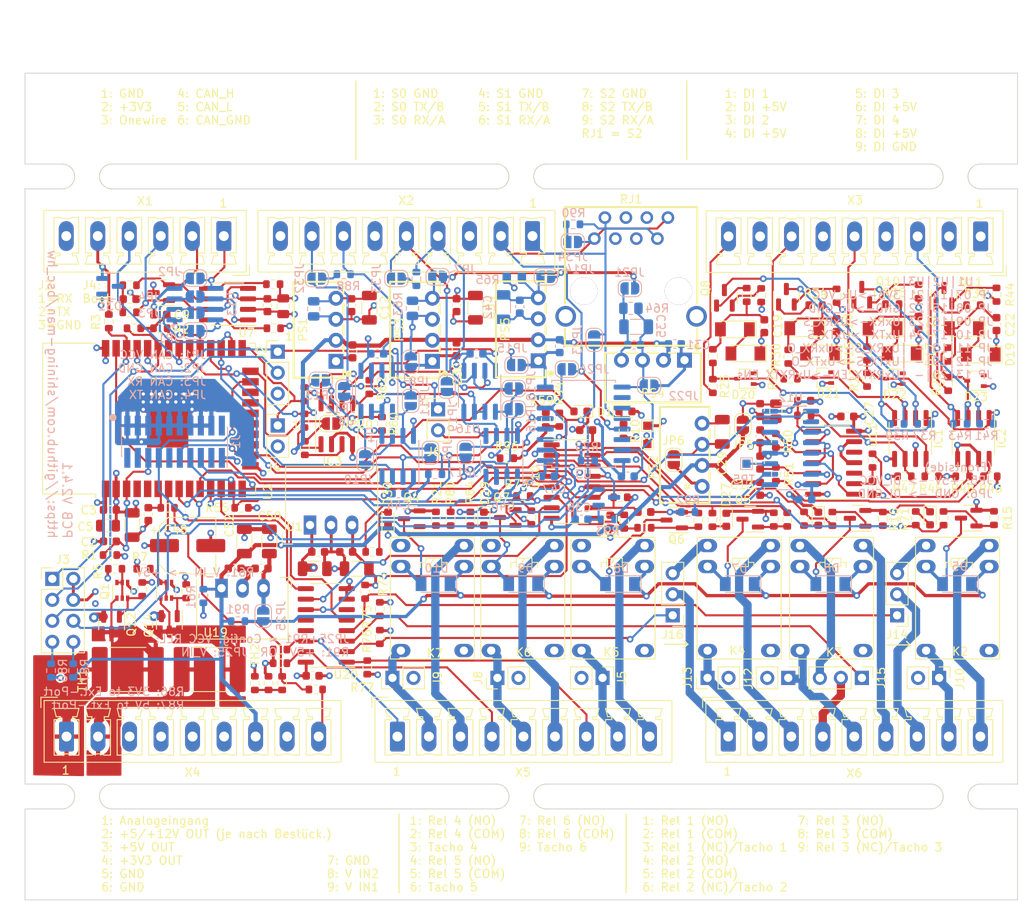
<source format=kicad_pcb>
(kicad_pcb (version 20221018) (generator pcbnew)
  (layers (0 "F.Cu" signal) (1 "In1.Cu" signal) (2 "In2.Cu" signal) (31 "B.Cu" signal) (34 "B.Paste" user) (35 "F.Paste" user) (36 "B.SilkS" user "B.Silkscreen") (37 "F.SilkS" user "F.Silkscreen") (38 "B.Mask" user) (39 "F.Mask" user) (44 "Edge.Cuts" user))
  (net 0 "")
  (net 1 "+5V")
  (net 2 "/CAN_VCC")
  (net 3 "/CAN_GND")
  (net 4 "Net-(U10-~{SRCLR})")
  (net 5 "Net-(C15-Pad1)")
  (net 6 "Net-(D12-A)")
  (net 7 "Net-(D14-A)")
  (net 8 "V_IN")
  (net 9 "V_IN1")
  (net 10 "Net-(D16-A)")
  (net 11 "Net-(D18-A)")
  (net 12 "GND1")
  (net 13 "Net-(Q15-G)")
  (net 14 "Net-(D1-K)")
  (net 15 "/CAN_H")
  (net 16 "/CAN_L")
  (net 17 "Net-(D5-A)")
  (net 18 "Net-(D6-A)")
  (net 19 "Net-(D7-A)")
  (net 20 "Net-(D8-A)")
  (net 21 "Net-(C23-Pad1)")
  (net 22 "Net-(C25-Pad1)")
  (net 23 "Net-(C26-Pad1)")
  (net 24 "Net-(D9-A)")
  (net 25 "/INPUT/5V_1")
  (net 26 "/OUTPUT/REL1_COM")
  (net 27 "Net-(D10-A)")
  (net 28 "/OUTPUT/REL1_NC")
  (net 29 "Net-(D11-A)")
  (net 30 "/OUTPUT/REL1_NO")
  (net 31 "/OUTPUT/REL2_COM")
  (net 32 "GND")
  (net 33 "/OUTPUT/REL2_NC")
  (net 34 "/OUTPUT/REL2_NO")
  (net 35 "/OUTPUT/REL3_COM")
  (net 36 "/OUTPUT/REL3_NC")
  (net 37 "/OUTPUT/REL3_NO")
  (net 38 "/serial/U1_VCC")
  (net 39 "+3V3")
  (net 40 "/U1RX")
  (net 41 "/RST_ESP")
  (net 42 "Net-(D12-K)")
  (net 43 "/OUTPUT/REL4_COM")
  (net 44 "/serial/U3_VCC")
  (net 45 "/U1TX")
  (net 46 "/U3RX")
  (net 47 "/serial/U3_GND")
  (net 48 "/OUTPUT/REL4_NO")
  (net 49 "/OUTPUT/REL5_COM")
  (net 50 "/H_CLK")
  (net 51 "/H_MISO")
  (net 52 "/H_MOSI")
  (net 53 "Net-(D14-K)")
  (net 54 "Net-(D16-K)")
  (net 55 "Net-(D18-K)")
  (net 57 "/CAN_Tx")
  (net 58 "/U3TX")
  (net 59 "/serial/U2_VCC")
  (net 60 "/CAN_Rx")
  (net 61 "/U2RX")
  (net 62 "/onewire")
  (net 63 "/serial/U2_GND")
  (net 64 "/SDA")
  (net 65 "/U0RXD")
  (net 66 "/U0TXD")
  (net 67 "/SCL")
  (net 68 "/U2TX")
  (net 69 "Net-(D20-K)")
  (net 70 "/OUTPUT/TACHO1")
  (net 72 "/OUTPUT/VCC_REL")
  (net 73 "Net-(D21-K)")
  (net 74 "/OUTPUT/TACHO2")
  (net 75 "/OUTPUT/TACHO3")
  (net 76 "/U3RXTX_EN")
  (net 77 "/U1RXTX_EN")
  (net 78 "/OUTPUT/TACHO4")
  (net 79 "/OUTPUT/REL5_NO")
  (net 80 "/OUTPUT/TACHO5")
  (net 81 "/OUTPUT/REL6_COM")
  (net 82 "/OUTPUT/REL6_NO")
  (net 83 "/OUTPUT/TACHO6")
  (net 85 "Net-(D22-K)")
  (net 87 "/INPUT/DI1_P")
  (net 88 "/INPUT/DI2_P")
  (net 89 "/INPUT/DI3_P")
  (net 90 "Net-(D23-K)")
  (net 91 "Net-(D25-A)")
  (net 92 "/INPUT/DI4_P")
  (net 93 "Net-(C24-Pad1)")
  (net 94 "/INPUT/IO_DI_PL")
  (net 95 "Net-(D26-A)")
  (net 96 "/OUTPUT/REL4_NC")
  (net 97 "/OUTPUT/REL5_NC")
  (net 98 "/OUTPUT/REL6_NC")
  (net 99 "/serial/U2RXTX_ENs")
  (net 100 "/OUTPUT/REL1")
  (net 101 "Net-(D27-A)")
  (net 102 "/OUTPUT/REL2")
  (net 103 "/OUTPUT/REL3")
  (net 104 "/OUTPUT/REL4")
  (net 105 "/serial/U1RXTX_ENs")
  (net 106 "/OUTPUT/REL5")
  (net 107 "Net-(D28-A)")
  (net 108 "Net-(D29-A)")
  (net 109 "/OUTPUT/REL6")
  (net 110 "Net-(D30-A)")
  (net 111 "Net-(Q8-C)")
  (net 112 "Net-(Q9-C)")
  (net 113 "Net-(IC1-C2-Pad6)")
  (net 114 "/INPUT/DI1s")
  (net 115 "/INPUT/DI2s")
  (net 116 "Net-(IC1-C1-Pad8)")
  (net 117 "Net-(Q10-C)")
  (net 118 "Net-(Q11-C)")
  (net 119 "/INPUT/DI3s")
  (net 120 "Net-(IC2-C2-Pad6)")
  (net 121 "Net-(IC2-C1-Pad8)")
  (net 122 "Net-(IC3-A1)")
  (net 123 "/LED1")
  (net 124 "Net-(IC3-A2)")
  (net 125 "/T_ADDR2")
  (net 127 "/INPUT/DI4s")
  (net 133 "Net-(J3-Pin_7)")
  (net 134 "Net-(J3-Pin_8)")
  (net 135 "Net-(JP32-A)")
  (net 136 "Net-(JP33-A)")
  (net 138 "Net-(JP34-A)")
  (net 139 "Net-(Q12-D)")
  (net 140 "Net-(Q1A-B1)")
  (net 141 "Net-(Q12-G)")
  (net 142 "Net-(Q2-G)")
  (net 143 "Net-(Q3-G)")
  (net 144 "Net-(Q4-G)")
  (net 145 "Net-(Q5-G)")
  (net 146 "Net-(Q6-G)")
  (net 147 "Net-(Q7-G)")
  (net 148 "/CAN_Rx_s")
  (net 149 "/CAN_Tx_s")
  (net 150 "Net-(Q8-B)")
  (net 151 "/serial/U1RX_S")
  (net 152 "/serial/U1TX_S")
  (net 153 "/serial/U3RX_O")
  (net 154 "/serial/U3TX_O")
  (net 155 "/serial/U2RX_S")
  (net 156 "/serial/U2TX_S")
  (net 157 "/serial/U2RX_O")
  (net 158 "/serial/U2TX_O")
  (net 159 "Net-(Q8-E)")
  (net 160 "Net-(Q9-B)")
  (net 161 "Net-(Q9-E)")
  (net 162 "Net-(Q10-B)")
  (net 163 "Net-(Q10-E)")
  (net 164 "Net-(Q11-B)")
  (net 165 "/AI1")
  (net 166 "Net-(R68-Pad2)")
  (net 167 "Net-(R66-Pad2)")
  (net 168 "Net-(Q11-E)")
  (net 169 "/AI1d")
  (net 170 "Net-(Q13A-E1)")
  (net 171 "Net-(Q13A-B1)")
  (net 172 "Net-(Q13B-C2)")
  (net 173 "/U2RXTX_EN")
  (net 174 "/TACHO")
  (net 175 "/OUTPUT/T_ADDR1")
  (net 176 "/OUTPUT/T_ADDR0")
  (net 177 "Net-(Q15-D)")
  (net 178 "Net-(U7-EN)")
  (net 179 "Net-(U7-Rs)")
  (net 180 "/OUTPUT/REL1_NC_TACHO")
  (net 181 "/OUTPUT/REL2_NC_TACHO")
  (net 182 "V_IN2")
  (net 183 "/OUTPUT/IO_DATA_IN")
  (net 184 "/INPUT/IO_DATA_OUT")
  (net 185 "/OUTPUT/REL3_NC_TACHO")
  (net 186 "Net-(U3-PV)")
  (net 187 "Net-(U12-D4)")
  (net 198 "/U3TX_EN")
  (net 201 "/serial/U1_GND")
  (net 202 "/serial/U1RX_O")
  (net 203 "/serial/U1TX_O")
  (footprint "custom_th:PinHeader_1x03_P2.54mm_Vertical_jlc" (layer "F.Cu") (at 135.4328 79.0448 180)
    (fp_text reference "J14")
    (fp_text value "Conn_REL1")
  )
  (footprint "Capacitor_SMD:C_1206_3216Metric" (layer "F.Cu") (at 59.5376 72.644 90)
    (fp_text reference "C50")
    (fp_text value "10µ/50V")
  )
  (footprint "bsc_custom:PinHeader_2x04_P2.54mm_Vertical_jlc" (layer "F.Cu") (at 34.5694 80.9818)
    (fp_text reference "J3")
    (fp_text value "Conn_Extension")
  )
  (footprint "mouse_bites:mouse-bite-3mm-slot" (layer "F.Cu") (at 142.5 28.5)
    (fp_text reference "mouse-bite-3mm-slot" hide)
    (fp_text value "VAL**" hide)
  )
  (footprint "Capacitor_SMD:C_0603_1608Metric" (layer "F.Cu") (at 69.469 44.069 -90)
    (fp_text reference "C11" hide)
    (fp_text value "100n")
  )
  (footprint "Capacitor_SMD:C_0805_2012Metric" (layer "F.Cu") (at 61.214 44.196 -90)
    (fp_text reference "C54" hide)
    (fp_text value "10µ")
  )
  (footprint "Resistor_SMD:R_0603_1608Metric" (layer "F.Cu") (at 128.115 42.926 90)
    (fp_text reference "R40" hide)
    (fp_text value "100R")
  )
  (footprint "Diode_SMD:D_MiniMELF" (layer "F.Cu") (at 126.111 49.911 180)
    (fp_text reference "D15")
    (fp_text value "LL4148")
  )
  (footprint "MountingHole:MountingHole_3.2mm_M3" (layer "F.Cu") (at 35 21)
    (fp_text reference "H1" hide)
    (fp_text value "MountingHole")
  )
  (footprint "custom_th:PinHeader_1x02_P2.54mm_Vertical_jlc" (layer "F.Cu") (at 75.692 89.154 90)
    (fp_text reference "J9")
    (fp_text value "JP_REL6_COM_12V")
  )
  (footprint "Package_SO:SO-14_3.9x8.65mm_P1.27mm" (layer "F.Cu") (at 127.762 63.119)
    (fp_text reference "U11")
    (fp_text value "74HC14")
  )
  (footprint "Package_TO_SOT_SMD:SOT-23" (layer "F.Cu") (at 114.554 43.18 90)
    (fp_text reference "Q8")
    (fp_text value "BC846")
  )
  (footprint "Capacitor_SMD:C_0603_1608Metric" (layer "F.Cu") (at 118.872 59.931 -90)
    (fp_text reference "C25" hide)
    (fp_text value "22n")
  )
  (footprint "Capacitor_SMD:C_0603_1608Metric" (layer "F.Cu") (at 64.77 88.9)
    (fp_text reference "C60" hide)
    (fp_text value "100n")
  )
  (footprint "Resistor_SMD:R_0603_1608Metric" (layer "F.Cu") (at 60.833 85.725 180)
    (fp_text reference "R79" hide)
    (fp_text value "4k7")
  )
  (footprint "Resistor_SMD:R_0603_1608Metric" (layer "F.Cu") (at 65.151 90.551 180)
    (fp_text reference "R67" hide)
    (fp_text value "8k2")
  )
  (footprint "Capacitor_SMD:C_0603_1608Metric" (layer "F.Cu") (at 138.021 46.215 -90)
    (fp_text reference "C21")
    (fp_text value "33n")
  )
  (footprint "MountingHole:MountingHole_3.2mm_M3" (layer "F.Cu") (at 35 111)
    (fp_text reference "H4" hide)
    (fp_text value "MountingHole")
  )
  (footprint "Diode_SMD:D_MiniMELF" (layer "F.Cu") (at 124.206 46.863 180)
    (fp_text reference "D14" hide)
    (fp_text value "LL4148")
  )
  (footprint "Capacitor_SMD:C_0603_1608Metric" (layer "F.Cu") (at 82.169 44.069 -90)
    (fp_text reference "C32" hide)
    (fp_text value "100n")
  )
  (footprint "Resistor_SMD:R_0603_1608Metric" (layer "F.Cu") (at 122.273 50.292 -90)
    (fp_text reference "R30")
    (fp_text value "27k")
  )
  (footprint "Resistor_SMD:R_0603_1608Metric" (layer "F.Cu") (at 44.1706 78.4352 90)
    (fp_text reference "R6" hide)
    (fp_text value "10k")
  )
  (footprint "TestPoint:TestPoint_Pad_1.0x1.0mm" (layer "F.Cu") (at 105.2322 60.8584)
    (fp_text reference "TP3" hide)
    (fp_text value "TP_3V3")
  )
  (footprint "bsc_custom:PinHeader_1x02_P2.54mm_Vertical_jlc" (layer "F.Cu") (at 79.9338 57.9374)
    (fp_text reference "J6")
    (fp_text value "JP_U3TX_EN")
  )
  (footprint "Capacitor_SMD:C_0603_1608Metric" (layer "F.Cu") (at 58.5978 75.9206 180)
    (fp_text reference "C51" hide)
    (fp_text value "100n")
  )
  (footprint "Package_SO:SOIC-16_3.9x9.9mm_P1.27mm" (layer "F.Cu") (at 96.139 65.405)
    (fp_text reference "U10")
    (fp_text value "74HC595")
  )
  (footprint "Relay_THT:Relay_SPDT_HJR-4102" (layer "F.Cu") (at 120.142 85.852 180)
    (fp_text reference "K4")
    (fp_text value "TIANBO-HJR-4102-L")
  )
  (footprint "Package_SO:SOIC-8_3.9x4.9mm_P1.27mm" (layer "F.Cu") (at 54.483 43.942 180)
    (fp_text reference "U7")
    (fp_text value "SN65HVD234")
  )
  (footprint "Resistor_SMD:R_0603_1608Metric" (layer "F.Cu") (at 113.157 53.848 -90)
    (fp_text reference "R25")
    (fp_text value "0R")
  )
  (footprint "Resistor_SMD:R_0603_1608Metric" (layer "F.Cu") (at 60.071 46.863 180)
    (fp_text reference "R12" hide)
    (fp_text value "0R")
  )
  (footprint "Package_TO_SOT_SMD:SOT-23" (layer "F.Cu") (at 144.0942 69.8246 180)
    (fp_text reference "Q2" hide)
    (fp_text value "BSS138")
  )
  (footprint "Package_TO_SOT_SMD:SOT-323_SC-70" (layer "F.Cu") (at 126.464 52.832 180)
    (fp_text reference "D21")
    (fp_text value "BAT54W")
  )
  (footprint "Resistor_SMD:R_0603_1608Metric" (layer "F.Cu") (at 71.628 53.975 90)
    (fp_text reference "R62")
    (fp_text value "2k2")
  )
  (footprint "lcsc:PWRM-TH_BXXXXS-1WR3" (layer "F.Cu") (at 111.8611 62.1792 90)
    (fp_text reference "PS2")
    (fp_text value "B0505S-1WR2")
  )
  (footprint "Capacitor_SMD:C_0603_1608Metric" (layer "F.Cu") (at 40.259 72.644 180)
    (fp_text reference "C2")
    (fp_text value "100n")
  )
  (footprint "Capacitor_SMD:C_0603_1608Metric" (layer "F.Cu") (at 119.38 46.609 -90)
    (fp_text reference "C19")
    (fp_text value "33n")
  )
  (footprint "Package_TO_SOT_SMD:SOT-23" (layer "F.Cu") (at 131.163 42.799 90)
    (fp_text reference "Q10")
    (fp_text value "BC846")
  )
  (footprint "Package_TO_SOT_SMD:SOT-23" (layer "F.Cu") (at 88.3666 69.7484 180)
    (fp_text reference "Q7")
    (fp_text value "BSS138")
  )
  (footprint "mouse_bites:mouse-bite-3mm-slot" (layer "F.Cu") (at 142.5 103.5)
    (fp_text reference "mouse-bite-3mm-slot" hide)
    (fp_text value "VAL**" hide)
  )
  (footprint "Capacitor_SMD:C_1206_3216Metric" (layer "F.Cu") (at 70.104 75.946 180)
    (fp_text reference "C6" hide)
    (fp_text value "22µ/10V")
  )
  (footprint "custom_th:PinHeader_1x02_P2.54mm_Vertical_jlc" (layer "F.Cu") (at 98.552 89.154 -90)
    (fp_text reference "J5")
    (fp_text value "JP_REL4_COM_12V")
  )
  (footprint "Resistor_SMD:R_0603_1608Metric" (layer "F.Cu") (at 136.3218 64.77)
    (fp_text reference "R47")
    (fp_text value "47k")
  )
  (footprint "custom_th:PinHeader_1x02_P2.54mm_Vertical_jlc" (layer "F.Cu") (at 139.2428 89.154 -90)
    (fp_text reference "J10")
    (fp_text value "JP_REL1_COM_12V")
  )
  (footprint "mouse_bites:mouse-bite-3mm-slot" (layer "F.Cu") (at 37.5 103.5)
    (fp_text reference "mouse-bite-3mm-slot" hide)
    (fp_text value "VAL**" hide)
  )
  (footprint "Capacitor_SMD:C_0603_1608Metric" (layer "F.Cu") (at 104.8766 69.088)
    (fp_text reference "C18" hide)
    (fp_text value "100n")
  )
  (footprint "Resistor_SMD:R_0603_1608Metric" (layer "F.Cu") (at 73.152 58.42 -90)
    (fp_text reference "R60")
    (fp_text value "2k2")
  )
  (footprint "Resistor_SMD:R_0603_1608Metric" (layer "F.Cu") (at 124.206 57.404)
    (fp_text reference "R49" hide)
    (fp_text value "47k")
  )
  (footprint "Resistor_SMD:R_0603_1608Metric" (layer "F.Cu") (at 59.436 89.789 90)
    (fp_text reference "R70" hide)
    (fp_text value "3k3")
  )
  (footprint "custom_th:PinHeader_1x03_P2.54mm_Vertical_jlc" (layer "F.Cu") (at 108.3056 79.0448 180)
    (fp_text reference "J16")
    (fp_text value "Conn_REL3")
  )
  (footprint "Resistor_SMD:R_0603_1608Metric" (layer "F.Cu") (at 117.2464 42.8244 -90)
    (fp_text reference "R33" hide)
    (fp_text value "0R")
  )
  (footprint "custom_th:PinHeader_1x02_P2.54mm_Vertical_jlc" (layer "F.Cu") (at 113.787 89.154 90)
    (fp_text reference "J13")
    (fp_text value "JP_REL3_COM_12V")
  )
  (footprint "Diode_SMD:D_MiniMELF" (layer "F.Cu") (at 143.51 46.863 180)
    (fp_text reference "D18" hide)
    (fp_text value "LL4148")
  )
  (footprint "lcsc:PWRM-TH_DEXU_BXXXXS-1WR2" (layer "F.Cu") (at 92.0496 46.99 90)
    (fp_text reference "PS5")
    (fp_text value "B0503S-1WR2")
  )
  (footprint "Capacitor_SMD:C_0603_1608Metric" (layer "F.Cu") (at 147.447 46.355 -90)
    (fp_text reference "C22")
    (fp_text value "33n")
  )
  (footprint "Diode_SMD:D_MiniMELF" (layer "F.Cu") (at 115.824 46.99 180)
    (fp_text reference "D12" hide)
    (fp_text value "LL4148")
  )
  (footprint "Capacitor_SMD:C_0603_1608Metric" (layer "F.Cu") (at 97.8408 59.182 180)
    (fp_text reference "C17" hide)
    (fp_text value "100n")
  )
  (footprint "Resistor_SMD:R_0603_1608Metric" (layer "F.Cu") (at 49.4834 78.677 90)
    (fp_text reference "R8" hide)
    (fp_text value "10k")
  )
  (footprint "Capacitor_SMD:C_0603_1608Metric" (layer "F.Cu") (at 46.355 45.212)
    (fp_text reference "C9")
    (fp_text value "100n")
  )
  (footprint "Connector_Phoenix_MC:PhoenixContact_MCV_1,5_9-G-3.81_1x09_P3.81mm_Vertical" (layer "F.Cu") (at 76.1159 35.707 180)
    (fp_text reference "X2")
    (fp_text value "Conn_S1")
  )
  (footprint "LED_SMD:LED_0603_1608Metric" (layer "F.Cu") (at 139.4206 69.85 -90)
    (fp_text reference "D25" hide)
    (fp_text value "LED_REL1")
  )
  (footprint "Capacitor_SMD:C_1206_3216Metric" (layer "F.Cu") (at 84.455 44.372 -90)
    (fp_text reference "C34")
    (fp_text value "10uF/10V")
  )
  (footprint "Resistor_SMD:R_0603_1608Metric" (layer "F.Cu") (at 71.374 87.884 -90)
    (fp_text reference "R77")
    (fp_text value "4k7")
  )
  (footprint "Capacitor_SMD:C_0603_1608Metric" (layer "F.Cu") (at 42.6466 43.3324)
    (fp_text reference "C15" hide)
    (fp_text value "100n")
  )
  (footprint "MountingHole:MountingHole_3.2mm_M3" (layer "F.Cu") (at 61.07 111)
    (fp_text reference "H5" hide)
    (fp_text value "MountingHole")
  )
  (footprint "Resistor_SMD:R_0603_1608Metric" (layer "F.Cu") (at 131.798 49.911 -90)
    (fp_text reference "R31" hide)
    (fp_text value "27k")
  )
  (footprint "Resistor_SMD:R_0603_1608Metric" (layer "F.Cu") (at 81.4578 69.9008 90)
    (fp_text reference "R80")
    (fp_text value "20")
  )
  (footprint "custom_th:Converter_DCDC_RECOM_R-78E-1.0" (layer "F.Cu") (at 66.802 70.612)
    (fp_text reference "U1")
    (fp_text value "K7803-1000R3")
  )
  (footprint "Resistor_SMD:R_0805_2012Metric" (layer "F.Cu") (at 120.777 56.896 90)
    (fp_text reference "R56" hide)
    (fp_text value "220R")
  )
  (footprint "Relay_THT:Relay_SPDT_HJR-4102" (layer "F.Cu") (at 131.318 85.852 180)
    (fp_text reference "K3")
    (fp_text value "TIANBO-HJR-4102-L")
  )
  (footprint "Connector_Phoenix_MC:PhoenixContact_MCV_1,5_6-G-3.81_1x06_P3.81mm_Vertical" (layer "F.Cu") (at 54.035 35.707 180)
    (fp_text reference "X1")
    (fp_text value "Conn_S2")
  )
  (footprint "Resistor_SMD:R_0603_1608Metric" (layer "F.Cu") (at 122.1486 70.0024 90)
    (fp_text reference "R54" hide)
    (fp_text value "20")
  )
  (footprint "Capacitor_SMD:C_0603_1608Metric" (layer "F.Cu") (at 55.3466 75.9206)
    (fp_text reference "C53" hide)
    (fp_text value "100n")
  )
  (footprint "Resistor_SMD:R_0603_1608Metric" (layer "F.Cu") (at 118.999 42.862 90)
    (fp_text reference "R38" hide)
    (fp_text value "100R")
  )
  (footprint "Resistor_SMD:R_0603_1608Metric" (layer "F.Cu") (at 137.6934 69.85 90)
    (fp_text reference "R71")
    (fp_text value "330R")
  )
  (footprint "Package_TO_SOT_SMD:SOT-363_SC-70-6" (layer "F.Cu") (at 47.0704 78.55 90)
    (fp_text reference "Q13" hide)
    (fp_text value "BC857BS")
  )
  (footprint "Capacitor_SMD:C_0603_1608Metric" (layer "F.Cu") (at 44.9072 69.342 -90)
    (fp_text reference "C49" hide)
    (fp_text value "10n")
  )
  (footprint "Resistor_SMD:R_0603_1608Metric" (layer "F.Cu") (at 40.132 46.0248 90)
    (fp_text reference "R3")
    (fp_text value "4k7")
  )
  (footprint "Resistor_SMD:R_0603_1608Metric" (layer "F.Cu") (at 120.777 60.452 90)
    (fp_text reference "R50")
    (fp_text value "47k")
  )
  (footprint "Resistor_SMD:R_0603_1608Metric" (layer "F.Cu") (at 40.894 75.9592 180)
    (fp_text reference "R5")
    (fp_text value "10k")
  )
  (footprint "mouse_bites:mouse-bite-3mm-slot" (layer "F.Cu") (at 37.5 28.5)
    (fp_text reference "mouse-bite-3mm-slot" hide)
    (fp_text value "VAL**" hide)
  )
  (footprint "Package_SO:SOIC-8_3.9x4.9mm_P1.27mm" (layer "F.Cu") (at 67.691 58.42 90)
    (fp_text reference "IC3")
    (fp_text value "ILD217T")
  )
  (footprint "Relay_THT:Relay_SPDT_HJR-4102" (layer "F.Cu") (at 83.058 85.852 180)
    (fp_text reference "K7")
    (fp_text value "TIANBO-HJR-4102-L")
  )
  (footprint "mouse_bites:mouse-bite-3mm-slot" (layer "F.Cu") (at 90 103.5)
    (fp_text reference "mouse-bite-3mm-slot" hide)
    (fp_text value "VAL**" hide)
  )
  (footprint "Connector_Phoenix_MC:PhoenixContact_MCV_1,5_9-G-3.81_1x09_P3.81mm_Vertical" (layer "F.Cu") (at 90.26 96.25)
    (fp_text reference "X5")
    (fp_text value "Conn_Rel2")
  )
  (footprint "Resistor_SMD:R_0603_1608Metric" (layer "F.Cu") (at 102.362 59.2968 -90)
    (fp_text reference "R10")
    (fp_text value "330R")
  )
  (footprint "Resistor_SMD:R_0603_1608Metric" (layer "F.Cu") (at 134.846 43.942)
    (fp_text reference "R35")
    (fp_text value "0R")
  )
  (footprint "mouse_bites:mouse-bite-3mm-slot" (layer "F.Cu") (at 90 28.5)
    (fp_text reference "mouse-bite-3mm-slot" hide)
    (fp_text value "VAL**" hide)
  )
  (footprint "Capacitor_SMD:C_0603_1608Metric" (layer "F.Cu") (at 118.872 63.106 90)
    (fp_text reference "C24" hide)
    (fp_text value "22n")
  )
  (footprint "Capacitor_SMD:C_0603_1608Metric" (layer "F.Cu") (at 69.596 49.657 -90)
    (fp_text reference "C10" hide)
    (fp_text value "10uF")
  )
  (footprint "Capacitor_SMD:C_0603_1608Metric" (layer "F.Cu") (at 59.309 44.069 -90)
    (fp_text reference "C16" hide)
    (fp_text value "100n")
  )
  (footprint "MountingHole:MountingHole_3.2mm_M3" (layer "F.Cu") (at 145 21)
    (fp_text reference "H2" hide)
    (fp_text value "MountingHole")
  )
  (footprint "Resistor_SMD:R_0603_1608Metric" (layer "F.Cu") (at 60.008 41.529 180)
    (fp_text reference "R11" hide)
    (fp_text value "0R")
  )
  (footprint "Resistor_SMD:R_0603_1608Metric" (layer "F.Cu") (at 141.605 50.038 90)
    (fp_text reference "R32" hide)
    (fp_text value "27k")
  )
  (footprint "Capacitor_SMD:C_0603_1608Metric" (layer "F.Cu") (at 82.169 49.403 -90)
    (fp_text reference "C30")
    (fp_text value "10uF")
  )
  (footprint "Resistor_SMD:R_0603_1608Metric" (layer "F.Cu") (at 122.555 52.959 180)
    (fp_text reference "R26")
    (fp_text value "0R")
  )
  (footprint "Resistor_SMD:R_0603_1608Metric" (layer "F.Cu") (at 104.8766 70.993 180)
    (fp_text reference "R72" hide)
    (fp_text value "20")
  )
  (footprint "Package_TO_SOT_SMD:SOT-23" (layer "F.Cu") (at 122.047 43.053 90)
    (fp_text reference "Q9" hide)
    (fp_text value "BC846")
  )
  (footprint "Package_TO_SOT_SMD:SOT-23" (layer "F.Cu") (at 130.6599 69.85 180)
    (fp_text reference "Q3" hide)
    (fp_text value "BSS138")
  )
  (footprint "Capacitor_SMD:C_0603_1608Metric" (layer "F.Cu") (at 118.872 56.756 -90)
    (fp_text reference "C14" hide)
    (fp_text value "100n")
  )
  (footprint "Resistor_SMD:R_0603_1608Metric" (layer "F.Cu") (at 72.009 73.914)
    (fp_text reference "R85" hide)
    (fp_text value "330R")
  )
  (footprint "Resistor_SMD:R_0603_1608Metric" (layer "F.Cu") (at 79.6798 69.9008 90)
    (fp_text reference "R21")
    (fp_text value "10k")
  )
  (footprint "Resistor_SMD:R_0603_1608Metric" (layer "F.Cu") (at 91.2114 69.7484 -90)
    (fp_text reference "R20" hide)
    (fp_text value "10k")
  )
  (footprint "Connector_Phoenix_MC:PhoenixContact_MCV_1,5_9-G-3.81_1x09_P3.81mm_Vertical" (layer "F.Cu") (at 130.295 35.75 180)
    (fp_text reference "X3")
    (fp_text value "Conn_DI")
  )
  (footprint "Relay_THT:Relay_SPDT_HJR-4102" (layer "F.Cu") (at 146.558 85.852 180)
    (fp_text reference "K2")
    (fp_text value "TIANBO-HJR-4102-L")
  )
  (footprint "Resistor_SMD:R_0603_1608Metric" (layer "F.Cu") (at 146.7104 64.77 180)
    (fp_text reference "R46")
    (fp_text value "47k")
  )
  (footprint "Resistor_SMD:R_0603_1608Metric" (layer "F.Cu") (at 40.259 74.295)
    (fp_text reference "R1")
    (fp_text value "10k")
  )
  (footprint "Relay_THT:Relay_SPDT_HJR-4102" (layer "F.Cu") (at 93.98 85.852 180)
    (fp_text reference "K6")
    (fp_text value "TIANBO-HJR-4102-L")
  )
  (footprint "LED_SMD:LED_0603_1608Metric" (layer "F.Cu") (at 102.5906 56.9214)
    (fp_text reference "D1")
    (fp_text value "LED2")
  )
  (footprint "Connector_Phoenix_MC:PhoenixContact_MCV_1,5_9-G-3.81_1x09_P3.81mm_Vertical" (layer "F.Cu") (at 50.26 96.25)
    (fp_text reference "X4")
    (fp_text value "Conn_SV")
  )
  (footprint "Capacitor_SMD:C_0603_1608Metric" (layer "F.Cu") (at 128.115 46.482 -90)
    (fp_text reference "C20")
    (fp_text value "33n")
  )
  (footprint "Capacitor_SMD:C_1206_3216Metric" (layer "F.Cu") (at 56.515 72.644 90)
    (fp_text reference "C52")
    (fp_text value "22µ/10V")
  )
  (footprint "Resistor_SMD:R_0603_1608Metric" (layer "F.Cu") (at 63.7794 58.039 90)
    (fp_text reference "R57" hide)
    (fp_text value "330R")
  )
  (footprint "Resistor_SMD:R_0603_1608Metric" (layer "F.Cu") (at 57.785 89.789 90)
    (fp_text reference "R69" hide)
    (fp_text value "300R")
  )
  (footprint "Package_TO_SOT_SMD:SOT-23" (layer "F.Cu") (at 141.097 42.926 90)
    (fp_text reference "Q11")
    (fp_text value "BC846")
  )
  (footprint "Diode_SMD:D_MiniMELF" (layer "F.Cu") (at 145.542 50.038 180)
    (fp_text reference "D19")
    (fp_text value "LL4148")
  )
  (footprint "Capacitor_SMD:C_1206_3216Metric" (layer "F.Cu") (at 71.628 44.372 -90)
    (fp_text reference "C12")
    (fp_text value "10uF/10V")
  )
  (footprint "Resistor_SMD:R_0603_1608Metric" (layer "F.Cu") (at 90.2462 67.1576)
    (fp_text reference "R73")
    (fp_text value "20")
  )
  (footprint "Resistor_SMD:R_0603_1608Metric" (layer "F.Cu") (at 101.981 67.31 180)
    (fp_text reference "R22" hide)
    (fp_text value "10k")
  )
  (footprint "Resistor_SMD:R_0603_1608Metric" (layer "F.Cu") (at 60.833 87.376 180)
    (fp_text reference "R78" hide)
    (fp_text value "4k7")
  )
  (footprint "Resistor_SMD:R_0603_1608Metric" (layer "F.Cu") (at 42.6466 41.656 180)
    (fp_text reference "R14" hide)
    (fp_text value "60R")
  )
  (footprint "Capacitor_SMD:C_0603_1608Metric" (layer "F.Cu") (at 65.4434 73.914)
    (fp_text reference "C7" hide)
    (fp_text value "100n")
  )
  (footprint "custom_th:PinHeader_1x03_P2.54mm_Vertical_jlc" (layer "F.Cu") (at 60.5536 52.2374)
    (fp_text reference "J2")
    (fp_text value "Prog")
  )
  (footprint "Connector_Phoenix_MC:PhoenixContact_MCV_1,5_9-G-3.81_1x09_P3.81mm_Vertical" (layer "F.Cu") (at 130.26 96.25)
    (fp_text reference "X6")
    (fp_text value "Conn_Rel1")
  )
  (footprint "bsc_custom:PinHeader_1x02_P2.54mm_Vertical_jlc" (layer "F.Cu") (at 60.5536 59.8882)
    (fp_text reference "J4")
    (fp_text value "Boot")
  )
  (footprint "Resistor_SMD:R_0603_1608Metric" (layer "F.Cu") (at 113.1062 70.041 -90)
    (fp_text reference "R82" hide)
    (fp_text value "330R")
  )
  (footprint "Resistor_SMD:R_0603_1608Metric" (layer "F.Cu") (at 141.605 53.594 -90)
    (fp_text reference "R28")
    (fp_text value "0R")
  )
  (footprint "Resistor_SMD:R_0603_1608Metric" (layer "F.Cu") (at 131.798 53.086 -90)
    (fp_text reference "R27")
    (fp_text value "0R")
  )
  (footprint "Resistor_SMD:R_0603_1608Metric" (layer "F.Cu") (at 102.4382 70.2564 90)
    (fp_text reference "R83" hide)
    (fp_text value "330R")
  )
  (footprint "Capacitor_SMD:C_1206_3216Metric" (layer "F.Cu") (at 114.3 59.3852 -90)
    (fp_text reference "C29")
    (fp_text value "10uF/10V")
  )
  (footprint "Package_TO_SOT_SMD:SOT-23" (layer "F.Cu") (at 46.482 42.545 180)
    (fp_text reference "D4" hide)
    (fp_text value "PESD1CAN")
  )
  (footprint "Resistor_SMD:R_0603_1608Metric" (layer "F.Cu") (at 127.6119 69.914 -90)
    (fp_text reference "R53" hide)
    (fp_text value "20")
  )
  (footprint "custom_th:PinHeader_1x02_P2.54mm_Vertical_jlc" (layer "F.Cu") (at 121.0056 89.154 -90)
    (fp_text reference "J12")
    (fp_text value "JP_REL2_COM_12V")
  )
  (footprint "Resistor_SMD:R_0603_1608Metric" (layer "F.Cu") (at 43.1546 46.863)
    (fp_text reference "R4" hide)
    (fp_text value "4k7")
  )
  (footprint "lcsc:PWRM-TH_DEXU_BXXXXS-1WR2" (layer "F.Cu") (at 79.248 47.0408 90)
    (fp_text reference "PS3")
    (fp_text value "B0503S-1WR2")
  )
  (footprint "Capacitor_SMD:C_0805_2012Metric" (layer "F.Cu") (at 40.0304 70.739)
    (fp_text reference "C5")
    (fp_text value "4u7/25V")
  )
  (footprint "LED_SMD:LED_0603_1608Metric" (layer "F.Cu") (at 85.471 69.9008 -90)
    (fp_text reference "D29")
    (fp_text value "LED_REL5")
  )
  (footprint "LED_SMD:LED_0603_1608Metric" (layer "F.Cu") (at 73.8886 69.9008 90)
    (fp_text reference "D30")
    (fp_text value "LED_REL6")
  )
  (footprint "Package_TO_SOT_SMD:SOT-23" (layer "F.Cu") (at 117.6782 69.9516 180)
    (fp_text reference "Q5")
    (fp_text value "BSS138")
  )
  (footprint "RF_Module:ESP32-WROOM-32" (layer "F.Cu") (at 48 57.785 90)
    (fp_text reference "U2")
    (fp_text value "ESP32WROOM32E16")
  )
  (footprint "Package_TO_SOT_SMD:SOT-363_SC-70-6" (layer "F.Cu") (at 41.7576 78.5622 90)
    (fp_text reference "Q1")
    (fp_text value "BC857BS")
  )
  (footprint "Jumper:SolderJumper-2_P1.3mm_Open_RoundedPad1.0x1.5mm" (layer "F.Cu") (at 67.0052 58.3946)
    (fp_text reference "JP20")
    (fp_text value "JP_U2_TXEN_TXENS")
  )
  (footprint "Jumper:SolderJumper-2_P1.3mm_Open_RoundedPad1.0x1.5mm" (layer "F.Cu") (at 116.7892 58.5724 90)
    (fp_text reference "JP5")
    (fp_text value "DI_VCC")
  )
  (footprint "custom_th:PinHeader_1x03_P2.54mm_Vertical_jlc" (layer "F.Cu") (at 128.636 89.154 -90)
    (fp_text reference "J15")
    (fp_text value "Conn_REL2")
  )
  (footprint "TestPoint:TestPoint_Pad_1.0x1.0mm" (layer "F.Cu") (at 105.2322 58.6486)
    (fp_text reference "TP1" hide)
    (fp_text value "TP_GND")
  )
  (footprint "lcsc:RJ45-TH_R-RJ45S08P-B000" (layer "F.Cu") (at 103.2764 39.4442 180)
    (fp_text reference "RJ1")
    (fp_text value "R-RJ45S08P-B000")
  )
  (footprint "Resistor_SMD:R_0603_1608Metric" (layer "F.Cu") (at 120.523 70.0024 90)
    (fp_text reference "R17" hide)
    (fp_text value "10k")
  )
  (footprint "Package_TO_SOT_SMD:SOT-23" (layer "F.Cu") (at 40.4622 82.6902 -90)
    (fp_text reference "Q12")
    (fp_text value "IRLML2244")
  )
  (footprint "Resistor_SMD:R_0603_1608Metric" (layer "F.Cu") (at 133.7079 69.914 90)
    (fp_text reference "R16")
    (fp_text value "10k")
  )
  (footprint "Resistor_SMD:R_0603_1608Metric" (layer "F.Cu") (at 113.157 50.228 -90)
    (fp_text reference "R29" hide)
    (fp_text value "27k")
  )
  (footprint "Resistor_SMD:R_0603_1608Metric" (layer "F.Cu") (at 72.898 84.201 90)
    (fp_text reference "R76")
    (fp_text value "4k7")
  )
  (footprint "Resistor_SMD:R_0603_1608Metric" (layer "F.Cu") (at 147.1422 69.8246 90)
    (fp_text reference "R15")
    (fp_text value "10k")
  )
  (footprint "Resistor_SMD:R_0603_1608Metric" (layer "F.Cu") (at 61.087 89.789 -90)
    (fp_text reference "R68" hide)
    (fp_text value "2k4")
  )
  (footprint "Package_TO_SOT_SMD:SOT-23" (layer "F.Cu") (at 108.4834 70.0565 180)
    (fp_text reference "Q6")
    (fp_text value "BSS138")
  )
  (footprint "MountingHole:MountingHole_3.2mm_M3" (layer "F.Cu") (at 144.9832 111.0742)
    (fp_text reference "H6" hide)
    (fp_text value "MountingHole")
  )
  (footprint "MountingHole:MountingHole_3.2mm_M3" (layer "F.Cu") (at 61.07 21)
    (fp_text reference "H3" hide)
    (fp_text value "MountingHole")
  )
  (footprint "Package_SO:SOIC-16_3.9x9.9mm_P1.27mm" (layer "F.Cu") (at 66.421 82.804 180)
    (fp_text reference "U20")
    (fp_text value "HC 151")
  )
  (footprint "Resistor_SMD:R_0603_1608Metric" (layer "F.Cu") (at 56.1716 68.58 180)
    (fp_text reference "R55")
    (fp_text value "10k")
  )
  (footprint "Relay_THT:Relay_SPDT_HJR-4102" (layer "F.Cu") (at 104.902 85.852 180)
    (fp_text reference "K5")
    (fp_text value "TIANBO-HJR-4102-L")
  )
  (footprint "Package_TO_SOT_SMD:SOT-23" (layer "F.Cu") (at 47.4514 82.614 -90)
    (fp_text reference "Q14")
    (fp_text value "IRLML2244")
  )
  (footprint "Resistor_SMD:R_0603_1608Metric" (layer "F.Cu") (at 46.355 46.863 180)
    (fp_text reference "R2")
    (fp_text value "4k7")
  )
  (footprint "Capacitor_SMD:C_0603_1608Metric" (layer "F.Cu") (at 68.834 73.914 180)
    (fp_text reference "C8" hide)
    (fp_text value "100n")
  )
  (footprint "Package_TO_SOT_SMD:SOT-23" (layer "F.Cu") (at 76.7588 69.9008 180)
    (fp_text reference "Q4")
    (fp_text value "BSS138")
  )
  (footprint "Capacitor_SMD:C_0603_1608Metric" (layer "F.Cu") (at 132.461 66.167 -90)
    (fp_text reference "C26" hide)
    (fp_text value "22n")
  )
  (footprint "Resistor_SMD:R_0603_1608Metric" (layer "F.Cu") (at 138.021 42.418 90)
    (fp_text reference "R42" hide)
    (fp_text value "100R")
  )
  (footprint "Resistor_SMD:R_0603_1608Metric" (layer "F.Cu") (at 71.12 78.74 90)
    (fp_text reference "R74")
    (fp_text value "4k7")
  )
  (footprint "Resistor_SMD:R_0603_1608Metric" (layer "F.Cu") (at 63.7794 54.8386 -90)
    (fp_text reference "R24" hide)
    (fp_text value "330R")
  )
  (footprint "Diode_SMD:D_MiniMELF" (layer "F.Cu") (at 133.675 46.863 180)
    (fp_text reference "D16" hide)
    (fp_text value "LL4148")
  )
  (footprint "Capacitor_SMD:C_0603_1608Metric" (layer "F.Cu") (at 40.259 68.834)
    (fp_text reference "C3")
    (fp_text value "100n")
  )
  (footprint "Resistor_SMD:R_0603_1608Metric" (layer "F.Cu") (at 111.4044 70.041 90)
    (fp_text reference "R18" hide)
    (fp_text value "10k")
  )
  (footprint "Resistor_SMD:R_0603_1608Metric" (layer "F.Cu") (at 92.964 57.912 -90)
    (fp_text reference "R59")
    (fp_text value "10k")
  )
  (footprint "LED_SMD:LED_0603_1608Metric" (layer "F.Cu") (at 100.7618 70.2564 90)
    (fp_text reference "D28" hide)
    (fp_text value "LED_REL4")
  )
  (footprint "Resistor_SMD:R_0603_1608Metric" (layer "F.Cu") (at 88.265 62.5856)
    (fp_text reference "R96")
    (fp_text value "10k")
  )
  (footprint "Capacitor_SMD:C_0603_1608Metric" (layer "F.Cu") (at 124.206 55.626)
    (fp_text reference "C23" hide)
    (fp_text value "22n")
  )
  (footprint "Resistor_SMD:R_0603_1608Metric" (layer "F.Cu") (at 125.575 44.069)
    (fp_text reference "R34")
    (fp_text value "0R")
  )
  (footprint "lcsc:PWRM-TH_DEXU_BXXXXS-1WR2" (layer "F.Cu") (at 105.918 50.7173 180)
    (fp_text reference "PS4")
    (fp_text value "B0503S-1WR2")
  )
  (footprint "Diode_SMD:D_MiniMELF" (layer "F.Cu") (at 117.094 49.911 180)
    (fp_text reference "D13" hide)
    (fp_text value "LL4148")
  )
  (footprint "custom_th:PinHeader_1x02_P2.54mm_Vertical_jlc" (layer "F.Cu") (at 88.387 89.154 90)
    (fp_text reference "J8")
    (fp_text value "JP_REL5_COM_12V")
  )
  (footprint "Resistor_SMD:R_0603_1608Metric" (layer "F.Cu") (at 124.1806 69.9008 -90)
    (fp_text reference "R81" hide)
    (fp_text value "330R")
  )
  (footprint "Package_SO:SOIC-8_3.9x4.9mm_P1.27mm" (layer "F.Cu") (at 144.653 60.198 -90)
    (fp_text reference "IC2")
    (fp_text value "ILD217T")
  )
  (footprint "Resistor_SMD:R_0603_1608Metric" (layer "F.Cu") (at 94.5896 57.912 -90)
    (fp_text reference "R94")
    (fp_text value "10k")
  )
  (footprint "Resistor_SMD:R_0603_1608Metric" (layer "F.Cu") (at 144.653 44.069)
    (fp_text reference "R36")
    (fp_text value "0R")
  )
  (footprint "Resistor_SMD:R_0603_1608Metric" (layer "F.Cu") (at 120.777 64.516 -90)
    (fp_text reference "R51")
    (fp_text value "47k")
  )
  (footprint "Capacitor_SMD:C_0603_1608Metric" (layer "F.Cu") (at 118.872 66.281 90)
    (fp_text reference "C13")
    (fp_text value "10uF")
  )
  (footprint "Jumper:SolderJumper-2_P1.3mm_Open_RoundedPad1.0x1.5mm" (layer "F.Cu") (at 108.4326 62.7634 90)
    (fp_text reference "JP6")
    (fp_text value "DI_GND")
  )
  (footprint "Capacitor_SMD:CP_Elec_6.3x5.9" (layer "F.Cu") (at 49.657 73.152)
    (fp_text reference "C48")
    (fp_text value "100µ")
  )
  (footprint "Package_TO_SOT_SMD:SOT-323_SC-70" (layer "F.Cu") (at 117.094 52.959 180)
    (fp_text reference "D20")
    (fp_text value "BAT54W")
  )
  (footprint "Resistor_SMD:R_0603_1608Metric" (layer "F.Cu") (at 47.244 68.58)
    (fp_text reference "R66" hide)
    (fp_text value "1k")
  )
  (footprint "Resistor_SMD:R_0603_1608Metric" (layer "F.Cu") (at 42.6466 44.9326 180)
    (fp_text reference "R13" hide)
    (fp_text value "60R")
  )
  (footprint "Resistor_SMD:R_0603_1608Metric" (layer "F.Cu") (at 44.323 75.946 180)
    (fp_text reference "R7")
    (fp_text value "10k")
  )
  (footprint "Resistor_SMD:R_0603_1608Metric" (layer "F.Cu") (at 147.447 42.799 90)
    (fp_text reference "R44")
    (fp_text value "100R")
  )
  (footprint "Resistor_SMD:R_0603_1608Metric" (layer "F.Cu") (at 72.898 80.836 90)
    (fp_text reference "R75")
    (fp_text value "4k7")
  )
  (footprint "LED_SMD:LED_0603_1608Metric" (layer "F.Cu") (at 97.155 56.9214 180)
    (fp_text reference "D11" hide)
    (fp_text value "LED1")
  )
  (footprint "Package_TO_SOT_SMD:SOT-323_SC-70" (layer "F.Cu") (at 144.907 53.213 180)
    (fp_text reference "D23")
    (fp_text value "BAT54W")
  )
  (footprint "Fuse:Fuse_2920_7451Metric" (layer "F.Cu") (at 42.418 88.138)
    (fp_text reference "TH1")
    (fp_text value "PTC FSMD2002920")
  )
  (footprint "Diode_SMD:D_MiniMELF" (layer "F.Cu") (at 135.989 49.911 180)
    (fp_text reference "D17")
    (fp_text value "LL4148")
  )
  (footprint "Resistor_SMD:R_0603_1608Metric" (layer "F.Cu") (at 139.5984 64.77 180)
    (fp_text reference "R45")
    (fp_text value "47k")
  )
  (footprint "Fuse:Fuse_2920_7451Metric" (layer "F.Cu") (at 52.324 88.138)
    (fp_text reference "TH2")
    (fp_text value "PTC FSMD2002920")
  )
  (footprint "Capacitor_SMD:C_1206_3216Metric" (layer "F.Cu") (at 65.024 75.946)
    (fp_text reference "C1" hide)
    (fp_text value "10µ/50V")
  )
  (footprint "Resistor_SMD:R_0603_1608Metric" (layer "F.Cu") (at 132.461 62.865 90)
    (fp_text reference "R52" hide)
    (fp_text value "47k")
  )
  (footprint "Capacitor_SMD:C_1206_3216Metric" (layer "F.Cu") (at 42.9514 70.6628 90)
    (fp_text reference "C4" hide)
    (fp_text value "22µ/10V")
  )
  (footprint "Package_TO_SOT_SMD:SOT-323_SC-70" (layer "F.Cu") (at 135.1 52.959 180)
    (fp_text reference "D22")
    (fp_text value "BAT54W")
  )
  (footprint "LED_SMD:LED_0603_1608Metric" (layer "F.Cu") (at 114.7826 70.0277 -90)
    (fp_text reference "D27")
    (fp_text value "LED_REL3")
  )
  (footprint "Resistor_SMD:R_0603_1608Metric" (layer "F.Cu") (at 63.8302 61.3532 90)
    (fp_text reference "R58" hide)
    (fp_text value "330R")
  )
  (footprint "LED_SMD:LED_0603_1608Metric" (layer "F.Cu") (at 125.9078 69.9008 -90)
    (fp_text reference "D26" hide)
    (fp_text value "LED_REL2")
  )
  (footprint "custom_th:Converter_DCDC_RECOM_R-78E-1.0" (layer "F.Cu") (at 56.4875 80.8965 180)
    (fp_text reference "U19")
    (fp_text value "LMO78_05-0.5")
  )
  (footprint "Resistor_SMD:R_0603_1608Metric" (layer "F.Cu") (at 83.8454 69.9008 -90)
    (fp_text reference "R84")
    (fp_text value "330R")
  )
  (footprint "Capacitor_SMD:C_0603_1608Metric" (layer "F.Cu") (at 129.413 57.531 180)
    (fp_text reference "C27")
    (fp_text value "100n")
  )
  (footprint "Resistor_SMD:R_0603_1608Metric" (layer "F.Cu") (at 143.3576 64.77)
    (fp_text reference "R48")
    (fp_text value "47k")
  )
  (footprint "Resistor_SMD:R_0603_1608Metric" (layer "F.Cu") (at 141.0462 69.85 -90)
    (fp_text reference "R9" hide)
    (fp_text value "20")
  )
  (footprint "Package_SO:SOIC-8_3.9x4.9mm_P1.27mm" (layer "F.Cu") (at 137.033 60.198 -90)
    (fp_text reference "IC1")
    (fp_text value "ILD217T")
  )
  (footprint "lcsc:PWRM-TH_DEXU_BXXXXS-1WR2" (layer "F.Cu") (at 67.5959 47.0408 90)
    (fp_text reference "PS1")
    (fp_text value "B0503S-1WR2")
  )
  (footprint "Jumper:SolderJumper-2_P1.3mm_Open_RoundedPad1.0x1.5mm" (layer "B.Cu") (at 92.964 40.64 180)
    (fp_text reference "JP14")
    (fp_text value "JP_U2_3V3_VCC")
  )
  (footprint "Jumper:SolderJumper-2_P1.3mm_Open_RoundedPad1.0x1.5mm" (layer "B.Cu") (at 76.6318 55.6364 90)
    (fp_text reference "JP11")
    (fp_text value "JP_U1_RXS_RXO")
  )
  (footprint "Resistor_SMD:R_0603_1608Metric" (layer "B.Cu") (at 110.172 69.088 180)
    (fp_text reference "R92")
    (fp_text value "10k")
  )
  (footprint "Jumper:SolderJumper-2_P1.3mm_Open_RoundedPad1.0x1.5mm" (layer "B.Cu") (at 79.0194 61.9252 90)
    (fp_text reference "JP9")
    (fp_text value "JP_U1_RX_RXS")
  )
  (footprint "TestPoint:TestPoint_Pad_1.0x1.0mm" (layer "B.Cu") (at 117.221 63.246 180)
    (fp_text reference "TP5")
    (fp_text value "TP")
  )
  (footprint "Resistor_SMD:R_0603_1608Metric" (layer "B.Cu") (at 68.5292 40.3352)
    (fp_text reference "R88")
    (fp_text value "120R")
  )
  (footprint "Jumper:SolderJumper-2_P1.3mm_Open_RoundedPad1.0x1.5mm" (layer "B.Cu") (at 81.0006 53.9242 90)
    (fp_text reference "JP19")
    (fp_text value "JP_U2_TXS_TXO")
  )
  (footprint "Diode_SMD:D_MiniMELF" (layer "B.Cu") (at 79.6316 77.8002 180)
    (fp_text reference "D10")
    (fp_text value "LL4148")
  )
  (footprint "Capacitor_SMD:C_0603_1608Metric" (layer "B.Cu") (at 75.1586 66.8528)
    (fp_text reference "C44")
    (fp_text value "100n")
  )
  (footprint "Jumper:SolderJumper-2_P1.3mm_Open_RoundedPad1.0x1.5mm" (layer "B.Cu") (at 65.7352 53.1622)
    (fp_text reference "JP13")
    (fp_text value "JP_U1_TXEN_TXENS")
  )
  (footprint "Jumper:SolderJumper-2_P1.3mm_Open_RoundedPad1.0x1.5mm" (layer "B.Cu") (at 58.801 81.661 -90)
    (fp_text reference "JP25")
    (fp_text value "REL_VIN")
  )
  (footprint "Diode_SMD:D_MiniMELF" (layer "B.Cu") (at 90.2234 77.8002 180)
    (fp_text reference "D9")
    (fp_text value "LL4148")
  )
  (footprint "Jumper:SolderJumper-2_P1.3mm_Open_RoundedPad1.0x1.5mm" (layer "B.Cu") (at 50.5714 44.9834)
    (fp_text reference "JP3")
    (fp_text value "CAN_RC")
  )
  (footprint "Capacitor_SMD:C_1206_3216Metric" (layer "B.Cu") (at 103.8842 46.6852)
    (fp_text reference "C35")
    (fp_text value "10uF/10V")
  )
  (footprint "Resistor_SMD:R_0603_1608Metric" (layer "B.Cu") (at 96.266 34.29)
    (fp_text reference "R90")
    (fp_text value "120R")
  )
  (footprint "Capacitor_SMD:C_0603_1608Metric" (layer "B.Cu") (at 84.582 49.9364 180)
    (fp_text reference "C41" hide)
    (fp_text value "100n")
  )
  (footprint "Package_SO:SOIC-8_3.9x4.9mm_P1.27mm" (layer "B.Cu") (at 72.517 54.483 90)
    (fp_text reference "U8")
    (fp_text value "SP3485EN")
  )
  (footprint "Jumper:SolderJumper-2_P1.3mm_Open_RoundedPad1.0x1.5mm" (layer "B.Cu") (at 95.504 51.816)
    (fp_text reference "JP24")
    (fp_text value "JP_U3_TX_TXS")
  )
  (footprint "Resistor_SMD:R_0603_1608Metric" (layer "B.Cu") (at 33.147 88.265 90)
    (fp_text reference "R86")
    (fp_text value "0R")
  )
  (footprint "Package_SO:SOIC-8_3.9x4.9mm_P1.27mm" (layer "B.Cu") (at 84.963 54.483 90)
    (fp_text reference "U16")
    (fp_text value "SP3485EN")
  )
  (footprint "Resistor_SMD:R_0603_1608Metric" (layer "B.Cu") (at 138.748 58.42)
    (fp_text reference "R37")
    (fp_text value "n.b.")
  )
  (footprint "Jumper:SolderJumper-2_P1.3mm_Open_RoundedPad1.0x1.5mm" (layer "B.Cu") (at 79.883 40.64 180)
    (fp_text reference "JP7")
    (fp_text value "JP_U1_3V3_VCC")
  )
  (footprint "Capacitor_SMD:C_0603_1608Metric" (layer "B.Cu") (at 72.5802 49.9364 180)
    (fp_text reference "C40" hide)
    (fp_text value "100n")
  )
  (footprint "Capacitor_SMD:C_0603_1608Metric" (layer "B.Cu") (at 89.8144 44.2468 -90)
    (fp_text reference "C39" hide)
    (fp_text value "100n")
  )
  (footprint "Resistor_SMD:R_0603_1608Metric" (layer "B.Cu") (at 135.446 58.42)
    (fp_text reference "R39")
    (fp_text value "n.b.")
  )
  (footprint "Resistor_SMD:R_0805_2012Metric" (layer "B.Cu") (at 64.897 44.513 90)
    (fp_text reference "R19" hide)
    (fp_text value "220R")
  )
  (footprint "Jumper:SolderJumper-2_P1.3mm_Open_RoundedPad1.0x1.5mm" (layer "B.Cu") (at 96.2152 36.4236)
    (fp_text reference "JP34")
    (fp_text value "JP_U3_120R")
  )
  (footprint "Resistor_SMD:R_0603_1608Metric" (layer "B.Cu") (at 146.241 58.42)
    (fp_text reference "R41")
    (fp_text value "n.b.")
  )
  (footprint "Package_TO_SOT_SMD:SOT-23" (layer "B.Cu") (at 100.2815 67.31)
    (fp_text reference "Q15" hide)
    (fp_text value "BSS138")
  )
  (footprint "Jumper:SolderJumper-2_P1.3mm_Open_RoundedPad1.0x1.5mm" (layer "B.Cu") (at 74.8896 40.8432 180)
    (fp_text reference "JP33")
    (fp_text value "JP_U2_120R")
  )
  (footprint "Jumper:SolderJumper-2_P1.3mm_Open_RoundedPad1.0x1.5mm" (layer "B.Cu") (at 50.5714 43.0276)
    (fp_text reference "JP4")
    (fp_text value "CAN_TX")
  )
  (footprint "Resistor_SMD:R_0603_1608Metric" (layer "B.Cu") (at 100.457 69.977)
    (fp_text reference "R93")
    (fp_text value "100k")
  )
  (footprint "Capacitor_SMD:C_0603_1608Metric" (layer "B.Cu") (at 102.87 64.77)
    (fp_text reference "C43" hide)
    (fp_text value "100n")
  )
  (footprint "Diode_SMD:D_MiniMELF" (layer "B.Cu") (at 127.3582 77.8002 180)
    (fp_text reference "D6")
    (fp_text value "LL4148")
  )
  (footprint "Capacitor_SMD:C_0603_1608Metric" (layer "B.Cu") (at 93.218 64.77 180)
    (fp_text reference "C47")
    (fp_text value "100n")
  )
  (footprint "Package_TO_SOT_SMD:SOT-23" (layer "B.Cu") (at 40.2844 41.783)
    (fp_text reference "D31")
    (fp_text value "BAT54S")
  )
  (footprint "Package_SO:SOIC-8_3.9x4.9mm_P1.27mm" (layer "B.Cu") (at 87.63 62.357 90)
    (fp_text reference "U6")
    (fp_text value "ADuM1201AR")
  )
  (footprint "Jumper:SolderJumper-2_P1.3mm_Open_RoundedPad1.0x1.5mm" (layer "B.Cu") (at 89.1032 54.1528 180)
    (fp_text reference "JP18")
    (fp_text value "JP_U2_RXS_RXO")
  )
  (footprint "Resistor_SMD:R_0603_1608Metric" (layer "B.Cu") (at 77.3176 40.894 90)
    (fp_text reference "R89" hide)
    (fp_text value "120R")
  )
  (footprint "Resistor_SMD:R_0603_1608Metric" (layer "B.Cu") (at 143.065 58.42)
    (fp_text reference "R43")
    (fp_text value "n.b.")
  )
  (footprint "Capacitor_SMD:C_0603_1608Metric" (layer "B.Cu") (at 108.5596 48.768)
    (fp_text reference "C31")
    (fp_text value "10uF")
  )
  (footprint "Jumper:SolderJumper-2_P1.3mm_Open_RoundedPad1.0x1.5mm" (layer "B.Cu") (at 65.278 40.8432 180)
    (fp_text reference "JP32")
    (fp_text value "JP_U1_120R")
  )
  (footprint "Jumper:SolderJumper-2_P1.3mm_Open_RoundedPad1.0x1.5mm" (layer "B.Cu") (at 50.5714 47.1932)
    (fp_text reference "JP1")
    (fp_text value "CAN_VCC")
  )
  (footprint "Jumper:SolderJumper-2_P1.3mm_Open_RoundedPad1.0x1.5mm" (layer "B.Cu") (at 83.2612 61.849 90)
    (fp_text reference "JP17")
    (fp_text value "JP_U2_TX_TXS")
  )
  (footprint "Resistor_SMD:R_0603_1608Metric" (layer "B.Cu") (at 51.562 79.248 90)
    (fp_text reference "R61")
    (fp_text value "0R")
  )
  (footprint "Resistor_SMD:R_0805_2012Metric" (layer "B.Cu") (at 76.835 44.45 90)
    (fp_text reference "R63")
    (fp_text value "220R")
  )
  (footprint "Resistor_SMD:R_0805_2012Metric" (layer "B.Cu") (at 103.251 44.45 180)
    (fp_text reference "R64")
    (fp_text value "220R")
  )
  (footprint "Package_SO:SOIC-8_3.9x4.9mm_P1.27mm" (layer "B.Cu") (at 50.546 43.942)
    (fp_text reference "U13")
    (fp_text value "ADuM1201AR")
  )
  (footprint "Jumper:SolderJumper-2_P1.3mm_Open_RoundedPad1.0x1.5mm" (layer "B.Cu") (at 89.1032 56.642 180)
    (fp_text reference "JP16")
    (fp_text value "JP_U2_RX_RXS")
  )
  (footprint "Jumper:SolderJumper-2_P1.3mm_Open_RoundedPad1.0x1.5mm" (layer "B.Cu") (at 71.12 62.738 90)
    (fp_text reference "JP10")
    (fp_text value "JP_U1_TX_TXS")
  )
  (footprint "Package_SO:SOIC-16W_7.5x10.3mm_P1.27mm" (layer "B.Cu") (at 97.536 58.42)
    (fp_text reference "U3")
    (fp_text value "ADM2483xRW")
  )
  (footprint "Connector_PinHeader_1.27mm:PinHeader_2x10_P1.27mm_Vertical_SMD" (layer "B.Cu") (at 48.0822 60.5848 90)
    (fp_text reference "J1")
    (fp_text value "Conn_JTAG_ESP")
  )
  (footprint "Jumper:SolderJumper-2_P1.3mm_Open_RoundedPad1.0x1.5mm" (layer "B.Cu") (at 103.124 42.037 180)
    (fp_text reference "JP21")
    (fp_text value "JP_U3_3V3_VCC")
  )
  (footprint "Capacitor_SMD:C_0603_1608Metric" (layer "B.Cu") (at 94.6404 49.022 -90)
    (fp_text reference "C38" hide)
    (fp_text value "10uF")
  )
  (footprint "Capacitor_SMD:C_0603_1608Metric" (layer "B.Cu") (at 87.6176 66.8274)
    (fp_text reference "C46")
    (fp_text value "100n")
  )
  (footprint "Capacitor_SMD:C_0603_1608Metric" (layer "B.Cu") (at 97.282 69.977 180)
    (fp_text reference "C36")
    (fp_text value "10uF")
  )
  (footprint "Capacitor_SMD:C_0603_1608Metric" (layer "B.Cu") (at 124.333 67.564 180)
    (fp_text reference "C28" hide)
    (fp_text value "100n")
  )
  (footprint "Resistor_SMD:R_0603_1608Metric" (layer "B.Cu") (at 55.753 82.296 180)
    (fp_text reference "R91")
    (fp_text value "0R")
  )
  (footprint "Diode_SMD:D_MiniMELF" (layer "B.Cu") (at 142.6744 77.8002 180)
    (fp_text reference "D5")
    (fp_text value "LL4148")
  )
  (footprint "Jumper:SolderJumper-2_P1.3mm_Open_RoundedPad1.0x1.5mm" (layer "B.Cu") (at 98.806 48.26 90)
    (fp_text reference "JP23")
    (fp_text value "JP_U3_RX_RXS")
  )
  (footprint "Resistor_SMD:R_0603_1608Metric" (layer "B.Cu") (at 98.044 62.865 180)
    (fp_text reference "R23")
    (fp_text value "10k")
  )
  (footprint "Resistor_SMD:R_0805_2012Metric" (layer "B.Cu") (at 89.154 40.7924)
    (fp_text reference "R65")
    (fp_text value "220R")
  )
  (footprint "Jumper:SolderJumper-2_P1.3mm_Open_RoundedPad1.0x1.5mm" (layer "B.Cu") (at 68.58 54.498 90)
    (fp_text reference "JP12")
    (fp_text value "JP_U1_TXS_TXO")
  )
  (footprint "Jumper:SolderJumper-2_P1.3mm_Open_RoundedPad1.0x1.5mm" (layer "B.Cu") (at 89.408 51.308 180)
    (fp_text reference "JP15")
    (fp_text value "JP_U2_GND_GNDS")
  )
  (footprint "Package_SO:SOIC-16_3.9x9.9mm_P1.27mm" (layer "B.Cu") (at 122.555 61.341)
    (fp_text reference "U12")
    (fp_text value "74HC165")
  )
  (footprint "Package_SO:SOIC-8_3.9x4.9mm_P1.27mm" (layer "B.Cu") (at 75.057 62.357 90)
    (fp_text reference "U4")
    (fp_text value "ADuM1201AR")
  )
  (footprint "Capacitor_SMD:C_0603_1608Metric" (layer "B.Cu") (at 103.632 48.8696)
    (fp_text reference "C33" hide)
    (fp_text value "100n")
  )
  (footprint "Capacitor_SMD:C_1206_3216Metric" (layer "B.Cu") (at 87.7824 44.2976 -90)
    (fp_text reference "C42")
    (fp_text value "10uF/10V")
  )
  (footprint "Jumper:SolderJumper-2_P1.3mm_Open_RoundedPad1.0x1.5mm" (layer "B.Cu") (at 76.6318 50.912 90)
    (fp_text reference "JP8")
    (fp_text value "JP_U1_GND_GNDS")
  )
  (footprint "Resistor_SMD:R_0603_1608Metric" (layer "B.Cu") (at 35.814 88.265 90)
    (fp_text reference "R87")
    (fp_text value "0R")
  )
  (footprint "Jumper:SolderJumper-2_P1.3mm_Open_RoundedPad1.0x1.5mm" (layer "B.Cu") (at 105.4504 53.7972 180)
    (fp_text reference "JP22")
    (fp_text value "JP_U3_GND_GNDS")
  )
  (footprint "Resistor_SMD:R_0603_1608Metric" (layer "B.Cu") (at 79.5782 64.516 180)
    (fp_text reference "R95" hide)
    (fp_text value "10k")
  )
  (footprint "Diode_SMD:D_MiniMELF" (layer "B.Cu") (at 101.9302 77.8002 180)
    (fp_text reference "D8")
    (fp_text value "LL4148")
  )
  (footprint "Jumper:SolderJumper-2_P1.3mm_Open_RoundedPad1.0x1.5mm" (layer "B.Cu") (at 50.5714 40.7924)
    (fp_text reference "JP2")
    (fp_text value "CAN_GND")
  )
  (footprint "Diode_SMD:D_MiniMELF" (layer "B.Cu") (at 116.4108 77.8002 180)
    (fp_text reference "D7")
    (fp_text value "LL4148")
  )
  (gr_line (start 75.8952 53.213) (end 75.8952 52.2097) (stroke (width 0.15)) (layer "B.SilkS"))
  (gr_line (start 76.3651 53.213) (end 75.8952 53.213) (stroke (width 0.15)) (layer "B.SilkS"))
  (gr_circle (center 40.64 57.658) (end 40.99921 57.658) (stroke (width 0.15)) (fill solid) (layer "B.SilkS"))
  (gr_line (start 95.0976 39.8018) (end 94.3864 40.1066) (stroke (width 0.15)) (layer "B.SilkS"))
  (gr_line (start 81.9912 39.878) (end 81.3054 40.1574) (stroke (width 0.15)) (layer "B.SilkS"))
  (gr_line (start 81.4578 56.0324) (end 81.2292 55.372) (stroke (width 0.15)) (layer "B.SilkS"))
  (gr_line (start 78.0796 55.6768) (end 77.6478 55.6768) (stroke (width 0.15)) (layer "B.SilkS"))
  (gr_line (start 49.1744 47.7774) (end 48.5648 48.0314) (stroke (width 0.15)) (layer "B.SilkS"))
  (gr_line (start 49.1744 40.2233) (end 48.6156 39.9899) (stroke (width 0.15)) (layer "B.SilkS"))
  (gr_line (start 110.1344 85.09) (end 109.6264 85.5472) (stroke (width 0.15)) (layer "F.SilkS"))
  (gr_line (start 137.0076 85.1662) (end 136.5758 84.7344) (stroke (width 0.15)) (layer "F.SilkS"))
  (gr_line (start 70 16.9375) (end 70 26.4375) (stroke (width 0.15)) (layer "F.SilkS"))
  (gr_line (start 102.673637 105.6325) (end 102.673637 115.1325) (stroke (width 0.15)) (layer "F.SilkS"))
  (gr_line (start 107.315 85.09) (end 110.1598 85.09) (stroke (width 0.15)) (layer "F.SilkS"))
  (gr_line (start 75.214454 105.6325) (end 75.214454 115.1325) (stroke (width 0.15)) (layer "F.SilkS"))
  (gr_line (start 137.0076 85.1662) (end 136.4996 85.6234) (stroke (width 0.15)) (layer "F.SilkS"))
  (gr_line (start 110 16.9375) (end 110 26.4375) (stroke (width 0.15)) (layer "F.SilkS"))
  (gr_line (start 134.1882 85.1662) (end 137.033 85.1662) (stroke (width 0.15)) (layer "F.SilkS"))
  (gr_line (start 110.1344 85.09) (end 109.7026 84.6582) (stroke (width 0.15)) (layer "F.SilkS"))
  (gr_line (start 40.5 105) (end 87 105) (stroke (width 0.1)) (layer "Edge.Cuts"))
  (gr_line (start 30 102) (end 34.5 102) (stroke (width 0.1)) (layer "Edge.Cuts"))
  (gr_arc (start 87 102) (mid 88.5 103.5) (end 87 105) (stroke (width 0.1)) (layer "Edge.Cuts"))
  (gr_arc (start 139.5 27) (mid 141 28.5) (end 139.5 30) (stroke (width 0.1)) (layer "Edge.Cuts"))
  (gr_line (start 150 102) (end 150 30) (stroke (width 0.1)) (layer "Edge.Cuts"))
  (gr_line (start 34.5 30) (end 30 30) (stroke (width 0.1)) (layer "Edge.Cuts"))
  (gr_line (start 30 116) (end 150 116) (stroke (width 0.1)) (layer "Edge.Cuts"))
  (gr_arc (start 87 27) (mid 88.5 28.5) (end 87 30) (stroke (width 0.1)) (layer "Edge.Cuts"))
  (gr_line (start 139.5 105) (end 93 105) (stroke (width 0.1)) (layer "Edge.Cuts"))
  (gr_arc (start 93 30) (mid 91.5 28.5) (end 93 27) (stroke (width 0.1)) (layer "Edge.Cuts"))
  (gr_line (start 150 102) (end 145.5 102) (stroke (width 0.1)) (layer "Edge.Cuts"))
  (gr_line (start 34.5 105) (end 30 105) (stroke (width 0.1)) (layer "Edge.Cuts"))
  (gr_arc (start 145.5 105) (mid 144 103.5) (end 145.5 102) (stroke (width 0.1)) (layer "Edge.Cuts"))
  (gr_line (start 40.5 102) (end 87 102) (stroke (width 0.1)) (layer "Edge.Cuts"))
  (gr_line (start 150 16) (end 30 16) (stroke (width 0.1)) (layer "Edge.Cuts"))
  (gr_arc (start 40.5 30) (mid 39 28.5) (end 40.5 27) (stroke (width 0.1)) (layer "Edge.Cuts"))
  (gr_line (start 139.5 27) (end 93 27) (stroke (width 0.1)) (layer "Edge.Cuts"))
  (gr_arc (start 93 105) (mid 91.5 103.5) (end 93 102) (stroke (width 0.1)) (layer "Edge.Cuts"))
  (gr_arc (start 40.5 105) (mid 39 103.5) (end 40.5 102) (stroke (width 0.1)) (layer "Edge.Cuts"))
  (gr_line (start 93 30) (end 139.5 30) (stroke (width 0.1)) (layer "Edge.Cuts"))
  (gr_line (start 30 30) (end 30 102) (stroke (width 0.1)) (layer "Edge.Cuts"))
  (gr_line (start 30 116) (end 30 105) (stroke (width 0.1)) (layer "Edge.Cuts"))
  (gr_line (start 150 16) (end 150 27) (stroke (width 0.1)) (layer "Edge.Cuts"))
  (gr_arc (start 34.5 102) (mid 36 103.5) (end 34.5 105) (stroke (width 0.1)) (layer "Edge.Cuts"))
  (gr_line (start 93 102) (end 139.5 102) (stroke (width 0.1)) (layer "Edge.Cuts"))
  (gr_line (start 145.5 105) (end 150 105) (stroke (width 0.1)) (layer "Edge.Cuts"))
  (gr_line (start 150 105) (end 150 116) (stroke (width 0.1)) (layer "Edge.Cuts"))
  (gr_line (start 30 16) (end 30 27) (stroke (width 0.1)) (layer "Edge.Cuts"))
  (gr_line (start 87 30) (end 40.5 30) (stroke (width 0.1)) (layer "Edge.Cuts"))
  (gr_arc (start 145.5 30) (mid 144 28.5) (end 145.5 27) (stroke (width 0.1)) (layer "Edge.Cuts"))
  (gr_line (start 145.5 30) (end 150 30) (stroke (width 0.1)) (layer "Edge.Cuts"))
  (gr_line (start 40.5 27) (end 87 27) (stroke (width 0.1)) (layer "Edge.Cuts"))
  (gr_arc (start 139.5 102) (mid 141 103.5) (end 139.5 105) (stroke (width 0.1)) (layer "Edge.Cuts"))
  (gr_arc (start 34.5 27) (mid 36 28.5) (end 34.5 30) (stroke (width 0.1)) (layer "Edge.Cuts"))
  (gr_line (start 34.5 27) (end 30 27) (stroke (width 0.1)) (layer "Edge.Cuts"))
  (gr_line (start 145.5 27) (end 150 27) (stroke (width 0.1)) (layer "Edge.Cuts"))
  (gr_text "JP1: CAN VCC\nJP2: CAN GND\nJP3: CAN RX\nJP4: CAN TX" (at 52 52.5) (layer "B.SilkS") (effects (font (size 1 1)) (justify left mirror)))
  (gr_text "(Frontside)\nJP5: +5V -> DI_VCC\nJP6: GND -> DI_GND" (at 147.066 65.278) (layer "B.SilkS") (effects (font (size 1 1)) (justify left mirror)))
  (gr_text "JP25+R91 = Config. VCC REL:\nR91: +5V  OR  JP25: V_IN\n" (at 69.2912 85.2424) (layer "B.SilkS") (effects (font (size 1 1)) (justify left mirror)))
  (gr_text "R86: 3V3 to Ext.-Port\nR87: 5V to Ext.-Port" (at 49.3522 91.6178) (layer "B.SilkS") (effects (font (size 1 1)) (justify left mirror)))
  (gr_text "PCB V2.4.1\nhttps://github.com/shining-man/bsc_hw" (at 34.1884 72.39 270) (layer "B.SilkS") (effects (font (size 1.1 1.1)) (justify left mirror)))
  (gr_text "   U1|U2|U3|\nJP 07|14|21|3V3->Ux_VCC\nJP 08|15|22|GND->Ux_GND\nJP 09|16|23|UxRX->UxRX_S\nJP 10|17|24|UxTX->UxTX_S\nJP 11|18|- |UxRX_S->UxRX_O\nJP 12|19|- |UxTX_S->UxTX_O\nJP 13|20|- |UxRXTX_EN->UxRXTX_ENs" (at 147.066 46.863) (layer "B.SilkS") (effects (font (size 1 1)) (justify left mirror)))
  (gr_text "R61: V_IN -> +5V" (at 57.8358 76.3778) (layer "B.SilkS") (effects (font (size 1 1)) (justify left mirror)))
  (gr_text "1: Rel 1 (NO)\n2: Rel 1 (COM)\n3: Rel 1 (NC)/Tacho 1\n4: Rel 2 (NO)\n5: Rel 2 (COM)\n6: Rel 2 (NC)/Tacho 2\n" (at 104.5464 110.4392) (layer "F.SilkS") (effects (font (size 1 1)) (justify left)))
  (gr_text "1" (at 53.975 31.75) (layer "F.SilkS") (effects (font (size 1 1))))
  (gr_text "1" (at 145.415 31.75) (layer "F.SilkS") (effects (font (size 1 1))))
  (gr_text "1: S0 GND\n2: S0 TX/B\n3: S0 RX/A" (at 71.9836 20.0816) (layer "F.SilkS") (effects (font (size 1 1)) (justify left)))
  (gr_text "4: CAN_H\n5: CAN_L\n6: CAN_GND" (at 48.3108 20.0816) (layer "F.SilkS") (effects (font (size 1 1)) (justify left)))
  (gr_text "J2:\n1=RX\n2=TX\n3=GND" (at 31.496 44.069) (layer "F.SilkS") (effects (font (size 1 1)) (justify left)))
  (gr_text "1: DI 1\n2: DI +5V\n3: DI 2\n4: DI +5V\n" (at 114.5 20.8866) (layer "F.SilkS") (effects (font (size 1 1)) (justify left)))
  (gr_text "1: Analogeingang\n2: +5/+12V OUT (je nach Bestück.)\n3: +5V OUT\n4: +3V3 OUT\n5: GND\n6: GND" (at 39.116 110.4392) (layer "F.SilkS") (effects (font (size 1 1)) (justify left)))
  (gr_text "J4: \nBoot" (at 36.8554 42.4688) (layer "F.SilkS") (effects (font (size 1 1)) (justify left)))
  (gr_text "5: DI 3\n6: DI +5V\n7: DI 4\n8: DI +5V\n9: DI GND" (at 130.2512 21.6916) (layer "F.SilkS") (effects (font (size 1 1)) (justify left)))
  (gr_text "4: S1 GND\n5: S1 TX/B\n6: S1 RX/A" (at 84.6836 20.0816) (layer "F.SilkS") (effects (font (size 1 1)) (justify left)))
  (gr_text "1" (at 74.93 100.457) (layer "F.SilkS") (effects (font (size 1 1))))
  (gr_text "7: S2 GND\n8: S2 TX/B\n9: S2 RX/A\nRJ1 = S2" (at 97.1804 20.8866) (layer "F.SilkS") (effects (font (size 1 1)) (justify left)))
  (gr_text "1: Rel 4 (NO)\n2: Rel 4 (COM)\n3: Tacho 4\n4: Rel 5 (NO)\n5: Rel 5 (COM)\n6: Tacho 5" (at 76.4032 110.4392) (layer "F.SilkS") (effects (font (size 1 1)) (justify left)))
  (gr_text "1" (at 61.9252 47.8536) (layer "F.SilkS") (effects (font (size 1 1))))
  (gr_text "1" (at 62.7634 58.547) (layer "F.SilkS") (effects (font (size 1 1))))
  (gr_text "1: GND\n2: +3V3\n3: Onewire" (at 39.0652 20.0816) (layer "F.SilkS") (effects (font (size 1 1)) (justify left)))
  (gr_text "7: Rel 3 (NO)\n8: Rel 3 (COM)\n9: Rel 3 (NC)/Tacho 3" (at 123.2916 108.0242) (layer "F.SilkS") (effects (font (size 1 1)) (justify left)))
  (gr_text "1" (at 91.44 31.75) (layer "F.SilkS") (effects (font (size 1 1))))
  (gr_text "7: Rel 6 (NO)\n8: Rel 6 (COM)\n9: Tacho 6" (at 89.6112 108.0242) (layer "F.SilkS") (effects (font (size 1 1)) (justify left)))
  (gr_text "1" (at 34.925 100.33) (layer "F.SilkS") (effects (font (size 1 1))))
  (gr_text "1" (at 114.935 100.457) (layer "F.SilkS") (effects (font (size 1 1))))
  (gr_text "\n7: GND\n8: V IN2\n9: V IN1" (at 66.3956 112.0492) (layer "F.SilkS") (effects (font (size 1 1)) (justify left)))
  (segment (start 56.3732 74.119) (end 56.515 74.119) (width 0.5) (layer "F.Cu") (net 1))
  (segment (start 53.7555 76.7367) (end 54.5716 75.9206) (width 0.5) (layer "F.Cu") (net 1))
  (segment (start 73.634918 48.26) (end 79.4375 48.26) (width 0.5) (layer "F.Cu") (net 1))
  (segment (start 68.9351 48.882) (end 68.3646 48.3115) (width 0.5) (layer "F.Cu") (net 1))
  (segment (start 54.5716 75.9206) (end 56.3732 74.119) (width 0.5) (layer "F.Cu") (net 1))
  (segment (start 79.4375 48.26) (end 92.1375 48.26) (width 0.5) (layer "F.Cu") (net 1))
  (segment (start 106.363899 48.728501) (end 106.3752 48.7172) (width 0.5) (layer "F.Cu") (net 1))
  (segment (start 60.960001 73.094177) (end 57.868223 73.094177) (width 0.5) (layer "F.Cu") (net 1))
  (segment (start 72.937817 48.957101) (end 73.634918 48.26) (width 0.5) (layer "F.Cu") (net 1))
  (segment (start 113.9952 63.4492) (end 116.7892 60.6552) (width 0.5) (layer "F.Cu") (net 1))
  (segment (start 69.2889 48.882) (end 68.9351 48.882) (width 0.5) (layer "F.Cu") (net 1))
  (segment (start 69.364001 48.957101) (end 72.937817 48.957101) (width 0.5) (layer "F.Cu") (net 1))
  (segment (start 118.872 65.506) (end 115.5948 65.506) (width 0.5) (layer "F.Cu") (net 1))
  (segment (start 69.2889 48.882) (end 69.364001 48.957101) (width 0.5) (layer "F.Cu") (net 1))
  (segment (start 96.531301 48.728501) (end 96.3676 48.5648) (width 0.5) (layer "F.Cu") (net 1))
  (segment (start 116.7892 60.6552) (end 116.7892 59.2224) (width 0.5) (layer "F.Cu") (net 1))
  (segment (start 53.7555 78.3035) (end 53.7555 76.7367) (width 0.5) (layer "F.Cu") (net 1))
  (segment (start 104.925701 48.728501) (end 96.531301 48.728501) (width 0.5) (layer "F.Cu") (net 1))
  (segment (start 113.538 63.4492) (end 111.8611 63.4492) (width 0.5) (layer "F.Cu") (net 1))
  (segment (start 69.596 48.882) (end 69.2889 48.882) (width 0.5) (layer "F.Cu") (net 1))
  (segment (start 56.8434 74.119) (end 56.515 74.119) (width 0.5) (layer "F.Cu") (net 1))
  (segment (start 111.8611 63.4492) (end 113.9952 63.4492) (width 0.5) (layer "F.Cu") (net 1))
  (segment (start 66.8645 48.3115) (end 68.3646 48.3115) (width 0.5) (layer "F.Cu") (net 1))
  (segment (start 104.925701 48.728501) (end 106.363899 48.728501) (width 0.5) (layer "F.Cu") (net 1))
  (segment (start 57.868223 73.094177) (end 56.8434 74.119) (width 0.5) (layer "F.Cu") (net 1))
  (segment (start 115.5948 65.506) (end 113.538 63.4492) (width 0.5) (layer "F.Cu") (net 1))
  (via (at 62.5348 61.7728) (size 0.8) (drill 0.4) (layers "F.Cu" "B.Cu") (net 1))
  (via (at 96.3676 48.5648) (size 0.8) (drill 0.4) (layers "F.Cu" "B.Cu") (net 1))
  (via (at 60.960001 73.094177) (size 0.8) (drill 0.4) (layers "F.Cu" "B.Cu") (net 1))
  (via (at 106.3752 48.7172) (size 0.8) (drill 0.4) (layers "F.Cu" "B.Cu") (net 1))
  (segment (start 107.7846 50.1207) (end 107.188 50.7173) (width 0.5) (layer "B.Cu") (net 1))
  (segment (start 35.814 89.09) (end 35.878 89.09) (width 0.35) (layer "B.Cu") (net 1))
  (segment (start 53.7301 86.8934) (end 53.7555 86.868) (width 0.35) (layer "B.Cu") (net 1))
  (segment (start 99.441 71.755) (end 75.2602 71.755) (width 0.5) (layer "B.Cu") (net 1))
  (segment (start 63.6016 60.706) (end 62.5348 61.7728) (width 0.5) (layer "B.Cu") (net 1))
  (segment (start 54.928 82.296) (end 53.7555 82.296) (width 0.35) (layer "B.Cu") (net 1))
  (segment (start 107.7338 48.7172) (end 107.7846 48.768) (width 0.5) (layer "B.Cu") (net 1))
  (segment (start 66.2933 48.3115) (end 63.6016 51.0032) (width 0.5) (layer "B.Cu") (net 1))
  (segment (start 51.562 78.423) (end 53.636 78.423) (width 0.35) (layer "B.Cu") (net 1))
  (segment (start 92.1375 48.26) (end 94.6274 48.26) (width 0.35) (layer "B.Cu") (net 1))
  (segment (start 111.8611 63.4492) (end 110.588308 63.4492) (width 0.5) (layer "B.Cu") (net 1))
  (segment (start 74.5744 71.0692) (end 72.9488 71.0692) (width 0.5) (layer "B.Cu") (net 1))
  (segment (start 53.7555 86.868) (end 53.7555 89.3155) (width 0.5) (layer "B.Cu") (net 1))
  (segment (start 53.636 78.423) (end 53.7555 78.3035) (width 0.35) (layer "B.Cu") (net 1))
  (segment (start 53.7555 89.3155) (end 57.88 93.44) (width 0.5) (layer "B.Cu") (net 1))
  (segment (start 35.878 89.09) (end 38.0746 86.8934) (width 0.35) (layer "B.Cu") (net 1))
  (segment (start 53.7555 82.5409) (end 53.7555 82.296) (width 0.5) (layer "B.Cu") (net 1))
  (segment (start 72.9488 71.0692) (end 70.923823 73.094177) (width 0.5) (layer "B.Cu") (net 1))
  (segment (start 63.6016 51.0032) (end 63.6016 60.706) (width 0.5) (layer "B.Cu") (net 1))
  (segment (start 106.3752 48.7172) (end 107.7338 48.7172) (width 0.5) (layer "B.Cu") (net 1))
  (segment (start 70.923823 73.094177) (end 60.960001 73.094177) (width 0.5) (layer "B.Cu") (net 1))
  (segment (start 100.203 70.993) (end 99.441 71.755) (width 0.5) (layer "B.Cu") (net 1))
  (segment (start 107.7846 48.768) (end 107.7846 50.1207) (width 0.5) (layer "B.Cu") (net 1))
  (segment (start 106.897299 66.076701) (end 101.981 70.993) (width 0.5) (layer "B.Cu") (net 1))
  (segment (start 94.6274 48.26) (end 94.6404 48.247) (width 0.35) (layer "B.Cu") (net 1))
  (segment (start 53.7555 82.296) (end 53.7555 78.3035) (width 0.5) (layer "B.Cu") (net 1))
  (segment (start 94.9582 48.5648) (end 94.6404 48.247) (width 0.5) (layer "B.Cu") (net 1))
  (segment (start 66.8645 48.3115) (end 66.2933 48.3115) (width 0.5) (layer "B.Cu") (net 1))
  (segment (start 75.2602 71.755) (end 74.5744 71.0692) (width 0.5) (layer "B.Cu") (net 1))
  (segment (start 53.7555 84.963) (end 53.7555 82.5409) (width 0.5) (layer "B.Cu") (net 1))
  (segment (start 53.7555 84.963) (end 53.7555 86.868) (width 0.5) (layer "B.Cu") (net 1))
  (segment (start 96.3676 48.5648) (end 94.9582 48.5648) (width 0.5) (layer "B.Cu") (net 1))
  (segment (start 110.588308 63.4492) (end 107.960807 66.076701) (width 0.5) (layer "B.Cu") (net 1))
  (segment (start 107.960807 66.076701) (end 106.897299 66.076701) (width 0.5) (layer "B.Cu") (net 1))
  (segment (start 38.0746 86.8934) (end 53.7301 86.8934) (width 0.35) (layer "B.Cu") (net 1))
  (segment (start 57.88 93.44) (end 57.88 96.25) (width 0.5) (layer "B.Cu") (net 1))
  (segment (start 101.981 70.993) (end 100.203 70.993) (width 0.5) (layer "B.Cu") (net 1))
  (segment (start 71.231 43.294) (end 71.628 42.897) (width 0.25) (layer "F.Cu") (net 2))
  (segment (start 61.2285 43.2315) (end 62.6357 43.2315) (width 0.25) (layer "F.Cu") (net 2))
  (segment (start 60.833 42.865) (end 61.214 43.246) (width 0.25) (layer "F.Cu") (net 2))
  (segment (start 66.8645 43.2315) (end 69.4065 43.2315) (width 0.25) (layer "F.Cu") (net 2))
  (segment (start 69.4065 43.2315) (end 69.469 43.294) (width 0.25) (layer "F.Cu") (net 2))
  (segment (start 61.214 43.246) (end 61.2285 43.2315) (width 0.25) (layer "F.Cu") (net 2))
  (segment (start 59.309 43.421) (end 61.039 43.421) (width 0.25) (layer "F.Cu") (net 2))
  (segment (start 55.854598 43.307) (end 56.958 43.307) (width 0.25) (layer "F.Cu") (net 2))
  (segment (start 61.039 43.421) (end 61.214 43.246) (width 0.25) (layer "F.Cu") (net 2))
  (segment (start 59.195 43.307) (end 59.309 43.421) (width 0.25) (layer "F.Cu") (net 2))
  (segment (start 56.958 43.307) (end 59.195 43.307) (width 0.25) (layer "F.Cu") (net 2))
  (segment (start 60.833 41.529) (end 60.833 42.865) (width 0.25) (layer "F.Cu") (net 2))
  (segment (start 55.425564 42.877966) (end 55.854598 43.307) (width 0.25) (layer "F.Cu") (net 2))
  (segment (start 69.469 43.294) (end 71.231 43.294) (width 0.25) (layer "F.Cu") (net 2))
  (via (at 62.6357 43.2315) (size 0.8) (drill 0.4) (layers "F.Cu" "B.Cu") (net 2))
  (via (at 55.425564 42.877966) (size 0.8) (drill 0.4) (layers "F.Cu" "B.Cu") (net 2))
  (via (at 53.28265 46.596638) (size 0.8) (drill 0.4) (layers "F.Cu" "B.Cu") (net 2))
  (segment (start 53.28265 46.10865) (end 53.021 45.847) (width 0.25) (layer "B.Cu") (net 2))
  (segment (start 67.2262 43.6005) (end 67.5959 43.2308) (width 0.25) (layer "B.Cu") (net 2))
  (segment (start 52.686088 47.1932) (end 53.28265 46.596638) (width 0.25) (layer "B.Cu") (net 2))
  (segment (start 51.2214 47.1932) (end 52.686088 47.1932) (width 0.25) (layer "B.Cu") (net 2))
  (segment (start 64.897 43.6005) (end 67.2262 43.6005) (width 0.25) (layer "B.Cu") (net 2))
  (segment (start 53.28265 46.596638) (end 53.28265 46.10865) (width 0.25) (layer "B.Cu") (net 2))
  (segment (start 62.5704 45.146) (end 62.5856 45.1612) (width 0.25) (layer "F.Cu") (net 3))
  (segment (start 52.5272 41.0464) (end 54.105 39.4686) (width 0.25) (layer "F.Cu") (net 3))
  (segment (start 61.214 45.146) (end 62.5704 45.146) (width 0.25) (layer "F.Cu") (net 3))
  (segment (start 69.469 44.844) (end 69.469 45.72) (width 0.25) (layer "F.Cu") (net 3))
  (segment (start 42.7228 42.5196) (end 43.4216 43.2184) (width 0.25) (layer "F.Cu") (net 3))
  (segment (start 69.5205 45.7715) (end 66.8645 45.7715) (width 0.25) (layer "F.Cu") (net 3))
  (segment (start 61.976 46.5836) (end 61.1754 46.5836) (width 0.25) (layer "F.Cu") (net 3))
  (segment (start 69.469 45.72) (end 69.5205 45.7715) (width 0.25) (layer "F.Cu") (net 3))
  (segment (start 45.5445 42.545) (end 45.5168 42.5173) (width 0.25) (layer "F.Cu") (net 3))
  (segment (start 71.5525 45.7715) (end 69.5205 45.7715) (width 0.25) (layer "F.Cu") (net 3))
  (segment (start 71.628 45.847) (end 71.628 44.678689) (width 0.25) (layer "F.Cu") (net 3))
  (segment (start 54.105 39.4686) (end 54.105 36.957) (width 0.25) (layer "F.Cu") (net 3))
  (segment (start 59.042 44.577) (end 59.309 44.844) (width 0.25) (layer "F.Cu") (net 3))
  (segment (start 71.628 45.847) (end 71.5525 45.7715) (width 0.25) (layer "F.Cu") (net 3))
  (segment (start 61.1754 46.5836) (end 60.896 46.863) (width 0.25) (layer "F.Cu") (net 3))
  (segment (start 71.628 44.678689) (end 72.2001 44.106589) (width 0.25) (layer "F.Cu") (net 3))
  (segment (start 59.309 44.844) (end 60.912 44.844) (width 0.25) (layer "F.Cu") (net 3))
  (segment (start 60.912 44.844) (end 61.214 45.146) (width 0.25) (layer "F.Cu") (net 3))
  (segment (start 56.958 44.577) (end 59.042 44.577) (width 0.25) (layer "F.Cu") (net 3))
  (segment (start 45.5168 42.5173) (end 45.5168 41.6052) (width 0.25) (layer "F.Cu") (net 3))
  (segment (start 43.4216 43.2184) (end 43.4216 43.3324) (width 0.25) (layer "F.Cu") (net 3))
  (via (at 62.5856 45.1612) (size 0.8) (drill 0.4) (layers "F.Cu" "B.Cu") (net 3))
  (via (at 42.7228 42.5196) (size 0.8) (drill 0.4) (layers "F.Cu" "B.Cu") (net 3))
  (via (at 61.976 46.5836) (size 0.8) (drill 0.4) (layers "F.Cu" "B.Cu") (net 3))
  (via (at 45.5168 41.6052) (size 0.8) (drill 0.4) (layers "F.Cu" "B.Cu") (net 3))
  (via (at 52.5272 41.0464) (size 0.8) (drill 0.4) (layers "F.Cu" "B.Cu") (net 3))
  (via (at 72.2001 44.106589) (size 0.8) (drill 0.4) (layers "F.Cu" "B.Cu") (net 3))
  (via (at 70.104 45.7708) (size 0.8) (drill 0.4) (layers "F.Cu" "B.Cu") (net 3))
  (segment (start 53.021 42.037) (end 52.5526 42.037) (width 0.25) (layer "B.Cu") (net 3))
  (segment (start 64.897 45.4255) (end 67.2506 45.4255) (width 0.25) (layer "B.Cu") (net 3))
  (segment (start 52.5272 42.0116) (end 52.5272 41.0464) (width 0.25) (layer "B.Cu") (net 3))
  (segment (start 51.4754 41.0464) (end 51.2214 40.7924) (width 0.25) (layer "B.Cu") (net 3))
  (segment (start 52.5272 41.0464) (end 51.4754 41.0464) (width 0.25) (layer "B.Cu") (net 3))
  (segment (start 52.5526 42.037) (end 52.5272 42.0116) (width 0.25) (layer "B.Cu") (net 3))
  (segment (start 67.2506 45.4255) (end 67.5959 45.7708) (width 0.25) (layer "B.Cu") (net 3))
  (segment (start 103.5936 68.58) (end 104.1016 69.088) (width 0.25) (layer "F.Cu") (net 4))
  (segment (start 101.1682 68.58) (end 103.5936 68.58) (width 0.25) (layer "F.Cu") (net 4))
  (segment (start 98.614 68.58) (end 101.1682 68.58) (width 0.25) (layer "F.Cu") (net 4))
  (segment (start 101.156 67.31) (end 101.156 68.5678) (width 0.25) (layer "F.Cu") (net 4))
  (segment (start 101.156 68.5678) (end 101.1682 68.58) (width 0.25) (layer "F.Cu") (net 4))
  (segment (start 41.8216 44.9326) (end 41.8216 43.3824) (width 0.25) (layer "F.Cu") (net 5))
  (segment (start 41.8216 43.3824) (end 41.8716 43.3324) (width 0.25) (layer "F.Cu") (net 5))
  (segment (start 41.8216 41.656) (end 41.8216 43.2824) (width 0.25) (layer "F.Cu") (net 5))
  (segment (start 41.8216 43.2824) (end 41.8716 43.3324) (width 0.25) (layer "F.Cu") (net 5))
  (segment (start 114.074 46.99) (end 114.074 46.454) (width 0.25) (layer "F.Cu") (net 6))
  (segment (start 117.2464 45.2086) (end 117.2989 45.2611) (width 0.25) (layer "F.Cu") (net 6))
  (segment (start 115.2669 45.2611) (end 117.2989 45.2611) (width 0.25) (layer "F.Cu") (net 6))
  (segment (start 114.074 46.454) (end 115.2669 45.2611) (width 0.25) (layer "F.Cu") (net 6))
  (segment (start 113.157 49.403) (end 113.3094 49.403) (width 0.25) (layer "F.Cu") (net 6))
  (segment (start 117.2464 43.6494) (end 117.2464 45.2086) (width 0.25) (layer "F.Cu") (net 6))
  (segment (start 118.8071 45.2611) (end 119.38 45.834) (width 0.25) (layer "F.Cu") (net 6))
  (segment (start 113.3094 49.403) (end 114.074 48.6384) (width 0.25) (layer "F.Cu") (net 6))
  (segment (start 117.2989 45.2611) (end 118.8071 45.2611) (width 0.25) (layer "F.Cu") (net 6))
  (segment (start 114.074 48.6384) (end 114.074 46.99) (width 0.25) (layer "F.Cu") (net 6))
  (segment (start 122.456 46.863) (end 122.456 46.708) (width 0.25) (layer "F.Cu") (net 7))
  (segment (start 123.475511 45.688489) (end 126.460489 45.688489) (width 0.25) (layer "F.Cu") (net 7))
  (segment (start 126.4 45.628) (end 126.460489 45.688489) (width 0.25) (layer "F.Cu") (net 7))
  (segment (start 122.273 49.467) (end 122.273 47.4464) (width 0.25) (layer "F.Cu") (net 7))
  (segment (start 122.456 46.708) (end 123.475511 45.688489) (width 0.25) (layer "F.Cu") (net 7))
  (segment (start 126.460489 45.688489) (end 128.096489 45.688489) (width 0.25) (layer "F.Cu") (net 7))
  (segment (start 126.4 44.069) (end 126.4 45.628) (width 0.25) (layer "F.Cu") (net 7))
  (segment (start 122.456 46.863) (end 122.8564 46.863) (width 0.25) (layer "F.Cu") (net 7))
  (segment (start 122.8564 46.863) (end 122.8564 46.4626) (width 0.25) (layer "F.Cu") (net 7))
  (segment (start 122.273 47.4464) (end 122.8564 46.863) (width 0.25) (layer "F.Cu") (net 7))
  (segment (start 128.096489 45.688489) (end 128.115 45.707) (width 0.25) (layer "F.Cu") (net 7))
  (segment (start 63.676 75.819) (end 63.549 75.946) (width 1) (layer "F.Cu") (net 8))
  (segment (start 64.897 75.819) (end 63.676 75.819) (width 1) (layer "F.Cu") (net 8))
  (segment (start 47.7204 77.6) (end 47.7204 77.8914) (width 0.35) (layer "F.Cu") (net 8))
  (segment (start 64.6684 73.914) (end 64.516 73.914) (width 0.35) (layer "F.Cu") (net 8))
  (segment (start 46.5014 81.6765) (end 45.6071 81.6765) (width 1) (layer "F.Cu") (net 8))
  (segment (start 64.6684 73.914) (end 64.6684 70.0899) (width 0.35) (layer "F.Cu") (net 8))
  (segment (start 47.7204 77.8914) (end 48.3404 78.5114) (width 0.35) (layer "F.Cu") (net 8))
  (segment (start 64.6684 70.0899) (end 64.6085 70.03) (width 0.35) (layer "F.Cu") (net 8))
  (segment (start 39.5122 81.7527) (end 38.3893 81.7527) (width 1) (layer "F.Cu") (net 8))
  (segment (start 42.4076 77.9422) (end 43.1546 78.6892) (width 0.35) (layer "F.Cu") (net 8))
  (segment (start 63.549 74.881) (end 63.549 75.946) (width 0.35) (layer "F.Cu") (net 8))
  (segment (start 59.3728 75.9206) (end 58.8355 76.4579) (width 0.5) (layer "F.Cu") (net 8))
  (segment (start 64.516 73.914) (end 63.549 74.881) (width 0.35) (layer "F.Cu") (net 8))
  (segment (start 58.8355 76.4579) (end 58.8355 78.3035) (width 0.5) (layer "F.Cu") (net 8))
  (segment (start 42.4076 77.6122) (end 42.4076 77.9422) (width 0.35) (layer "F.Cu") (net 8))
  (segment (start 59.5376 74.119) (end 59.5376 75.7558) (width 0.5) (layer "F.Cu") (net 8))
  (segment (start 59.5376 75.7558) (end 59.3728 75.9206) (width 0.35) (layer "F.Cu") (net 8))
  (via (at 43.1546 78.6892) (size 0.8) (drill 0.4) (layers "F.Cu" "B.Cu") (net 8))
  (via (at 38.340494 81.8489) (size 1.2) (drill 0.6) (layers "F.Cu" "B.Cu") (net 8))
  (via (at 51.562 81.6102) (size 0.8) (drill 0.4) (layers "F.Cu" "B.Cu") (net 8))
  (via (at 48.3404 78.5114) (size 0.8) (drill 0.4) (layers "F.Cu" "B.Cu") (net 8))
  (via (at 45.593 81.6864) (size 1.2) (drill 0.6) (layers "F.Cu" "B.Cu") (net 8))
  (via (at 64.897 75.819) (size 0.8) (drill 0.4) (layers "F.Cu" "B.Cu") (net 8))
  (segment (start 58.8355 80.9765) (end 58.801 81.011) (width 0.5) (layer "B.Cu") (net 8))
  (segment (start 51.562 81.6102) (end 51.562 80.073) (width 0.35) (layer "B.Cu") (net 8))
  (segment (start 58.8355 78.3035) (end 58.8355 80.9765) (width 0.5) (layer "B.Cu") (net 8))
  (segment (start 39.0305 88.138) (end 39.0305 89.9507) (width 1) (layer "F.Cu") (net 9))
  (segment (start 35.02 93.9612) (end 35.02 96.25) (width 1) (layer "F.Cu") (net 9))
  (segment (start 39.0305 89.9507) (end 35.02 93.9612) (width 1) (layer "F.Cu") (net 9))
  (segment (start 137.995 45.466) (end 135.89 45.466) (width 0.25) (layer "F.Cu") (net 10))
  (segment (start 131.798 46.99) (end 131.925 46.863) (width 0.25) (layer "F.Cu") (net 10))
  (segment (start 135.89 45.466) (end 133.2344 45.466) (width 0.25) (layer "F.Cu") (net 10))
  (segment (start 131.925 46.7754) (end 131.925 46.863) (width 0.25) (layer "F.Cu") (net 10))
  (segment (start 138.021 45.44) (end 137.995 45.466) (width 0.25) (layer "F.Cu") (net 10))
  (segment (start 135.671 43.942) (end 135.89 44.161) (width 0.25) (layer "F.Cu") (net 10))
  (segment (start 131.798 49.086) (end 131.798 46.99) (width 0.25) (layer "F.Cu") (net 10))
  (segment (start 135.89 44.161) (end 135.89 45.466) (width 0.25) (layer "F.Cu") (net 10))
  (segment (start 133.2344 45.466) (end 131.925 46.7754) (width 0.25) (layer "F.Cu") (net 10))
  (segment (start 142.4311 47.5341) (end 141.76 46.863) (width 0.25) (layer "F.Cu") (net 11))
  (segment (start 146.989 45.58) (end 145.50355 44.09455) (width 0.25) (layer "F.Cu") (net 11))
  (segment (start 141.76 46.863) (end 142.684 46.863) (width 0.25) (layer "F.Cu") (net 11))
  (segment (start 147.447 45.58) (end 146.989 45.58) (width 0.25) (layer "F.Cu") (net 11))
  (segment (start 141.605 50.863) (end 142.4311 50.0369) (width 0.25) (layer "F.Cu") (net 11))
  (segment (start 142.684 46.863) (end 145.478 44.069) (width 0.25) (layer "F.Cu") (net 11))
  (segment (start 142.4311 50.0369) (end 142.4311 47.5341) (width 0.25) (layer "F.Cu") (net 11))
  (segment (start 114.3 60.8602) (end 111.9101 60.8602) (width 0.25) (layer "F.Cu") (net 12))
  (segment (start 110.6569 62.1134) (end 111.8611 60.9092) (width 0.25) (layer "F.Cu") (net 12))
  (segment (start 118.872 57.531) (end 118.872 57.7088) (width 0.25) (layer "F.Cu") (net 12))
  (segment (start 120.5108 57.7088) (end 120.777 57.975) (width 0.25) (layer "F.Cu") (net 12))
  (segment (start 138.0236 46.9926) (end 138.021 46.99) (width 0.25) (layer "F.Cu") (net 12))
  (segment (start 146.749 42.926) (end 146.4056 42.926) (width 0.25) (layer "F.Cu") (net 12))
  (segment (start 119.0244 49.7306) (end 118.844 49.911) (width 0.25) (layer "F.Cu") (net 12))
  (segment (start 119.0244 48.4124) (end 119.0244 49.7306) (width 0.25) (layer "F.Cu") (net 12))
  (segment (start 108.4326 62.1134) (end 110.6569 62.1134) (width 0.25) (layer "F.Cu") (net 12))
  (segment (start 118.999 43.687) (end 118.999 43.7364) (width 0.25) (layer "F.Cu") (net 12))
  (segment (start 126.5024 53.482) (end 126.3904 53.594) (width 0.25) (layer "F.Cu") (net 12))
  (segment (start 128.1176 49.6544) (end 127.861 49.911) (width 0.25) (layer "F.Cu") (net 12))
  (segment (start 119.0394 44.554569) (end 119.071333 44.586502) (width 0.25) (layer "F.Cu") (net 12))
  (segment (start 147.4216 48.4124) (end 147.4216 49.9084) (width 0.25) (layer "F.Cu") (net 12))
  (segment (start 118.872 57.7088) (end 120.5108 57.7088) (width 0.25) (layer "F.Cu") (net 12))
  (segment (start 147.4216 49.9084) (end 147.292 50.038) (width 0.25) (layer "F.Cu") (net 12))
  (segment (start 128.115 43.8863) (end 128.115 43.751) (width 0.25) (layer "F.Cu") (net 12))
  (segment (start 138.0236 48.26) (end 138.0236 49.6264) (width 0.25) (layer "F.Cu") (net 12))
  (segment (start 128.1176 47.2596) (end 128.115 47.257) (width 0.25) (layer "F.Cu") (net 12))
  (segment (start 127.464 53.482) (end 126.5024 53.482) (width 0.25) (layer "F.Cu") (net 12))
  (segment (start 128.8155 44.5868) (end 128.115 43.8863) (width 0.25) (layer "F.Cu") (net 12))
  (segment (start 119.0244 48.4124) (end 119.0244 47.7396) (width 0.25) (layer "F.Cu") (net 12))
  (segment (start 119.0244 47.7396) (end 119.38 47.384) (width 0.25) (layer "F.Cu") (net 12))
  (segment (start 118.1862 56.8452) (end 118.872 57.531) (width 0.25) (layer "F.Cu") (net 12))
  (segment (start 145.907 53.863) (end 147.0048 53.863) (width 0.25) (layer "F.Cu") (net 12))
  (segment (start 138.0236 48.26) (end 138.0236 46.9926) (width 0.25) (layer "F.Cu") (net 12))
  (segment (start 136.1 53.609) (end 135.113 53.609) (width 0.25) (layer "F.Cu") (net 12))
  (segment (start 117.9068 56.8452) (end 118.1862 56.8452) (width 0.25) (layer "F.Cu") (net 12))
  (segment (start 128.1176 48.3616) (end 128.1176 47.2596) (width 0.25) (layer "F.Cu") (net 12))
  (segment (start 119.014 53.609) (end 119.126 53.721) (width 0.25) (layer "F.Cu") (net 12))
  (segment (start 138.0236 43.2456) (end 138.021 43.243) (width 0.25) (layer "F.Cu") (net 12))
  (segment (start 138.0236 44.3484) (end 138.0236 43.2456) (width 0.25) (layer "F.Cu") (net 12))
  (segment (start 118.094 53.609) (end 119.014 53.609) (width 0.25) (layer "F.Cu") (net 12))
  (segment (start 147.447 43.624) (end 146.749 42.926) (width 0.25) (layer "F.Cu") (net 12))
  (segment (start 138.0236 49.6264) (end 137.739 49.911) (width 0.25) (layer "F.Cu") (net 12))
  (segment (start 135.113 53.609) (end 135.0264 53.6956) (width 0.25) (layer "F.Cu") (net 12))
  (segment (start 147.447 47.13) (end 147.447 48.387) (width 0.25) (layer "F.Cu") (net 12))
  (segment (start 111.9101 60.8602) (end 111.8611 60.9092) (width 0.25) (layer "F.Cu") (net 12))
  (segment (start 147.0048 53.863) (end 147.0406 53.8988) (width 0.25) (layer "F.Cu") (net 12))
  (segment (start 119.0394 43.7768) (end 119.0394 44.554569) (width 0.25) (layer "F.Cu") (net 12))
  (segment (start 147.447 48.387) (end 147.4216 48.4124) (width 0.25) (layer "F.Cu") (net 12))
  (segment (start 128.1176 48.3616) (end 128.1176 49.6544) (width 0.25) (layer "F.Cu") (net 12))
  (segment (start 118.999 43.7364) (end 119.0394 43.7768) (width 0.25) (layer "F.Cu") (net 12))
  (via (at 119.0244 48.4124) (size 0.8) (drill 0.4) (layers "F.Cu" "B.Cu") (net 12))
  (via (at 119.126 53.721) (size 0.8) (drill 0.4) (layers "F.Cu" "B.Cu") (net 12))
  (via (at 119.071333 44.586502) (size 0.8) (drill 0.4) (layers "F.Cu" "B.Cu") (net 12))
  (via (at 138.0236 48.26) (size 0.8) (drill 0.4) (layers "F.Cu" "B.Cu") (net 12))
  (via (at 128.8155 44.5868) (size 0.8) (drill 0.4) (layers "F.Cu" "B.Cu") (net 12))
  (via (at 126.3904 53.594) (size 0.8) (drill 0.4) (layers "F.Cu" "B.Cu") (net 12))
  (via (at 138.0236 44.3484) (size 0.8) (drill 0.4) (layers "F.Cu" "B.Cu") (net 12))
  (via (at 128.1176 48.3616) (size 0.8) (drill 0.4) (layers "F.Cu" "B.Cu") (net 12))
  (via (at 135.0264 53.6956) (size 0.8) (drill 0.4) (layers "F.Cu" "B.Cu") (net 12))
  (via (at 147.4216 48.4124) (size 0.8) (drill 0.4) (layers "F.Cu" "B.Cu") (net 12))
  (via (at 117.9068 56.8452) (size 0.8) (drill 0.4) (layers "F.Cu" "B.Cu") (net 12))
  (via (at 146.4056 42.926) (size 0.8) (drill 0.4) (layers "F.Cu" "B.Cu") (net 12))
  (via (at 147.0406 53.8988) (size 0.8) (drill 0.4) (layers "F.Cu" "B.Cu") (net 12))
  (segment (start 99.344 68.26) (end 99.344 69.689) (width 0.25) (layer "B.Cu") (net 13))
  (segment (start 99.344 69.689) (end 99.632 69.977) (width 0.25) (layer "B.Cu") (net 13))
  (segment (start 98.057 69.977) (end 99.632 69.977) (width 0.25) (layer "B.Cu") (net 13))
  (segment (start 102.108 58.2178) (end 102.362 58.4718) (width 0.25) (layer "F.Cu") (net 14))
  (segment (start 102.108 57.2263) (end 102.108 58.2178) (width 0.25) (layer "F.Cu") (net 14))
  (segment (start 101.8031 56.9214) (end 102.108 57.2263) (width 0.25) (layer "F.Cu") (net 14))
  (segment (start 44.5831 43.8211) (end 44.9092 43.495) (width 0.25) (layer "F.Cu") (net 15))
  (segment (start 49.21 43.495) (end 47.4195 43.495) (width 0.25) (layer "F.Cu") (net 15))
  (segment (start 52.008 44.577) (end 50.292 44.577) (width 0.25) (layer "F.Cu") (net 15))
  (segment (start 43.4716 44.9326) (end 44.5831 43.8211) (width 0.25) (layer "F.Cu") (net 15))
  (segment (start 50.292 44.577) (end 49.21 43.495) (width 0.25) (layer "F.Cu") (net 15))
  (segment (start 44.9092 43.495) (end 47.4195 43.495) (width 0.25) (layer "F.Cu") (net 15))
  (via (at 44.5831 43.8211) (size 0.8) (drill 0.4) (layers "F.Cu" "B.Cu") (net 15))
  (segment (start 44.5831 43.8211) (end 44.5831 38.3479) (width 0.25) (layer "B.Cu") (net 15))
  (segment (start 44.5831 38.3479) (end 45.974 36.957) (width 0.25) (layer "B.Cu") (net 15))
  (segment (start 45.974 36.957) (end 46.99 36.957) (width 0.25) (layer "B.Cu") (net 15))
  (segment (start 43.4716 41.656) (end 43.4716 41.5546) (width 0.25) (layer "F.Cu") (net 16))
  (segment (start 46.3094 40.8468) (end 47.0576 41.595) (width 0.25) (layer "F.Cu") (net 16))
  (segment (start 43.4716 41.5546) (end 44.1794 40.8468) (width 0.25) (layer "F.Cu") (net 16))
  (segment (start 50.673 43.307) (end 52.008 43.307) (width 0.25) (layer "F.Cu") (net 16))
  (segment (start 48.961 41.595) (end 50.673 43.307) (width 0.25) (layer "F.Cu") (net 16))
  (segment (start 47.4195 41.595) (end 48.961 41.595) (width 0.25) (layer "F.Cu") (net 16))
  (segment (start 50.8 39.7362) (end 50.8 36.957) (width 0.25) (layer "F.Cu") (net 16))
  (segment (start 48.9412 41.595) (end 50.8 39.7362) (width 0.25) (layer "F.Cu") (net 16))
  (segment (start 44.1794 40.8468) (end 46.3094 40.8468) (width 0.25) (layer "F.Cu") (net 16))
  (segment (start 47.0576 41.595) (end 47.4195 41.595) (width 0.25) (layer "F.Cu") (net 16))
  (segment (start 143.1567 71.7273) (end 143.1567 69.8246) (width 0.25) (layer "F.Cu") (net 17))
  (segment (start 141.3883 73.4957) (end 143.1567 71.7273) (width 0.25) (layer "F.Cu") (net 17))
  (via (at 141.3883 73.4957) (size 0.8) (drill 0.4) (layers "F.Cu" "B.Cu") (net 17))
  (segment (start 140.996 77.8002) (end 141.4194 77.3768) (width 0.25) (layer "B.Cu") (net 17))
  (segment (start 141.4194 77.3768) (end 141.4194 73.5268) (width 0.25) (layer "B.Cu") (net 17))
  (segment (start 141.4194 73.5268) (end 141.3883 73.4957) (width 0.25) (layer "B.Cu") (net 17))
  (segment (start 140.9244 77.8002) (end 140.996 77.8002) (width 0.25) (layer "B.Cu") (net 17))
  (segment (start 138.938 75.692) (end 140.9244 77.6784) (width 0.4) (layer "B.Cu") (net 17))
  (segment (start 140.9244 77.6784) (end 140.9244 77.8002) (width 0.4) (layer "B.Cu") (net 17))
  (segment (start 125.6284 76.3016) (end 125.6284 75.3618) (width 0.25) (layer "F.Cu") (net 18))
  (segment (start 125.6284 75.3618) (end 129.7224 71.2678) (width 0.25) (layer "F.Cu") (net 18))
  (segment (start 129.7224 71.2678) (end 129.7224 69.85) (width 0.25) (layer "F.Cu") (net 18))
  (via (at 125.6284 76.3016) (size 0.8) (drill 0.4) (layers "F.Cu" "B.Cu") (net 18))
  (segment (start 125.6284 77.78) (end 125.6082 77.8002) (width 0.25) (layer "B.Cu") (net 18))
  (segment (start 125.6082 77.6022) (end 125.6082 77.8002) (width 0.25) (layer "B.Cu") (net 18))
  (segment (start 123.698 75.692) (end 125.6082 77.6022) (width 0.4) (layer "B.Cu") (net 18))
  (segment (start 125.6284 76.3016) (end 125.6284 77.78) (width 0.25) (layer "B.Cu") (net 18))
  (segment (start 114.9604 75.5904) (end 114.9604 73.2536) (width 0.25) (layer "F.Cu") (net 19))
  (segment (start 114.9604 73.2536) (end 116.7638 71.4502) (width 0.25) (layer "F.Cu") (net 19))
  (segment (start 116.7638 71.4502) (end 116.7638 69.9747) (width 0.25) (layer "F.Cu") (net 19))
  (segment (start 116.7638 69.9747) (end 116.7407 69.9516) (width 0.25) (layer "F.Cu") (net 19))
  (via (at 114.9604 75.5904) (size 0.8) (drill 0.4) (layers "F.Cu" "B.Cu") (net 19))
  (segment (start 114.6608 77.5768) (end 112.776 75.692) (width 0.4) (layer "B.Cu") (net 19))
  (segment (start 112.776 75.692) (end 112.522 75.692) (width 0.25) (layer "B.Cu") (net 19))
  (segment (start 114.6608 77.8002) (end 114.6608 77.5768) (width 0.25) (layer "B.Cu") (net 19))
  (segment (start 114.9604 75.5904) (end 114.9604 77.5006) (width 0.25) (layer "B.Cu") (net 19))
  (segment (start 114.9604 77.5006) (end 114.6608 77.8002) (width 0.25) (layer "B.Cu") (net 19))
  (segment (start 105.096508 70.0565) (end 107.5459 70.0565) (width 0.25) (layer "F.Cu") (net 20))
  (segment (start 103.505 71.9328) (end 104.4194 71.9328) (width 0.25) (layer "F.Cu") (net 20))
  (segment (start 104.8766 71.4756) (end 104.8766 70.276408) (width 0.25) (layer "F.Cu") (net 20))
  (segment (start 104.4194 71.9328) (end 104.8766 71.4756) (width 0.25) (layer "F.Cu") (net 20))
  (segment (start 104.8766 70.276408) (end 105.096508 70.0565) (width 0.25) (layer "F.Cu") (net 20))
  (segment (start 100.6348 76.2508) (end 100.6348 74.803) (width 0.25) (layer "F.Cu") (net 20))
  (segment (start 100.6348 74.803) (end 103.505 71.9328) (width 0.25) (layer "F.Cu") (net 20))
  (via (at 100.6348 76.2508) (size 0.8) (drill 0.4) (layers "F.Cu" "B.Cu") (net 20))
  (segment (start 97.282 75.692) (end 98.0948 75.692) (width 0.25) (layer "B.Cu") (net 20))
  (segment (start 100.1802 77.7774) (end 100.1802 77.8002) (width 0.25) (layer "B.Cu") (net 20))
  (segment (start 100.6348 77.3456) (end 100.1802 77.8002) (width 0.25) (layer "B.Cu") (net 20))
  (segment (start 98.0948 75.692) (end 100.1802 77.7774) (width 0.4) (layer "B.Cu") (net 20))
  (segment (start 100.6348 76.2508) (end 100.6348 77.3456) (width 0.25) (layer "B.Cu") (net 20))
  (segment (start 124.028 59.309) (end 125.287 59.309) (width 0.25) (layer "F.Cu") (net 21))
  (segment (start 123.431 57.354) (end 123.381 57.404) (width 0.25) (layer "F.Cu") (net 21))
  (segment (start 123.431 55.626) (end 123.431 57.354) (width 0.25) (layer "F.Cu") (net 21))
  (segment (start 123.381 57.404) (end 123.381 58.6618) (width 0.25) (layer "F.Cu") (net 21))
  (segment (start 123.381 58.6618) (end 124.028 59.309) (width 0.25) (layer "F.Cu") (net 21))
  (segment (start 123.139 61.849) (end 122.567 61.277) (width 0.25) (layer "F.Cu") (net 22))
  (segment (start 122.567 61.277) (end 120.777 61.277) (width 0.25) (layer "F.Cu") (net 22))
  (segment (start 118.872 59.156) (end 118.872 59.372) (width 0.25) (layer "F.Cu") (net 22))
  (segment (start 125.287 61.849) (end 123.139 61.849) (width 0.25) (layer "F.Cu") (net 22))
  (segment (start 118.872 59.372) (end 120.777 61.277) (width 0.25) (layer "F.Cu") (net 22))
  (segment (start 130.237 65.659) (end 132.194 65.659) (width 0.25) (layer "F.Cu") (net 23))
  (segment (start 132.194 65.659) (end 132.461 65.392) (width 0.25) (layer "F.Cu") (net 23))
  (segment (start 132.461 63.69) (end 132.461 65.392) (width 0.25) (layer "F.Cu") (net 23))
  (segment (start 87.4291 72.1256) (end 88.265 72.9615) (width 0.25) (layer "F.Cu") (net 24))
  (segment (start 88.265 72.9615) (end 88.265 73.025) (width 0.25) (layer "F.Cu") (net 24))
  (segment (start 87.4291 69.7484) (end 87.4291 72.1256) (width 0.25) (layer "F.Cu") (net 24))
  (via (at 88.265 73.025) (size 0.8) (drill 0.4) (layers "F.Cu" "B.Cu") (net 24))
  (segment (start 86.36 75.692) (end 88.265 73.787) (width 0.25) (layer "B.Cu") (net 24))
  (segment (start 86.5632 75.692) (end 88.4734 77.6022) (width 0.4) (layer "B.Cu") (net 24))
  (segment (start 86.36 75.692) (end 86.5632 75.692) (width 0.25) (layer "B.Cu") (net 24))
  (segment (start 88.265 73.787) (end 88.265 73.025) (width 0.25) (layer "B.Cu") (net 24))
  (segment (start 88.4734 77.6022) (end 88.4734 77.8002) (width 0.25) (layer "B.Cu") (net 24))
  (segment (start 116.814 55.981) (end 116.7892 55.9562) (width 0.25) (layer "F.Cu") (net 25))
  (segment (start 116.7892 57.9224) (end 116.7892 56.7944) (width 0.25) (layer "F.Cu") (net 25))
  (segment (start 113.841 58.3692) (end 111.8611 58.3692) (width 0.25) (layer "F.Cu") (net 25))
  (segment (start 114.3 57.9102) (end 113.841 58.3692) (width 0.25) (layer "F.Cu") (net 25))
  (segment (start 118.872 55.981) (end 118.872 55.9816) (width 0.25) (layer "F.Cu") (net 25))
  (segment (start 118.872 55.981) (end 116.814 55.981) (width 0.25) (layer "F.Cu") (net 25))
  (segment (start 120.5352 56.0832) (end 118.9742 56.0832) (width 0.25) (layer "F.Cu") (net 25))
  (segment (start 118.9742 56.0832) (end 118.872 55.981) (width 0.25) (layer "F.Cu") (net 25))
  (segment (start 116.7892 56.7944) (end 116.7892 55.9562) (width 0.25) (layer "F.Cu") (net 25))
  (segment (start 118.872 55.981) (end 118.973 55.981) (width 0.25) (layer "F.Cu") (net 25))
  (segment (start 120.777 56.325) (end 120.5352 56.0832) (width 0.25) (layer "F.Cu") (net 25))
  (via (at 116.7892 55.9562) (size 0.8) (drill 0.4) (layers "F.Cu" "B.Cu") (net 25))
  (segment (start 140.5128 87.4014) (end 138.9634 85.852) (width 1) (layer "B.Cu") (net 26))
  (segment (start 140.5128 89.154) (end 140.5128 87.4014) (width 1) (layer "B.Cu") (net 26))
  (segment (start 140.5128 89.4588) (end 141.69 90.636) (width 1) (layer "B.Cu") (net 26))
  (segment (start 138.9634 85.852) (end 138.938 85.852) (width 1) (layer "B.Cu") (net 26))
  (segment (start 140.5128 89.154) (end 140.5128 89.4588) (width 1) (layer "B.Cu") (net 26))
  (segment (start 141.69 90.636) (end 141.69 96.25) (width 1) (layer "B.Cu") (net 26))
  (segment (start 75.8213 71.4525) (end 75.8213 69.9008) (width 0.25) (layer "F.Cu") (net 27))
  (segment (start 77.8764 73.5076) (end 75.8213 71.4525) (width 0.25) (layer "F.Cu") (net 27))
  (via (at 77.8764 73.5076) (size 0.8) (drill 0.4) (layers "F.Cu" "B.Cu") (net 27))
  (segment (start 75.7734 75.692) (end 77.8816 77.8002) (width 0.4) (layer "B.Cu") (net 27))
  (segment (start 77.8764 73.5076) (end 77.8816 73.5128) (width 0.25) (layer "B.Cu") (net 27))
  (segment (start 75.438 75.692) (end 75.7734 75.692) (width 0.5) (layer "B.Cu") (net 27))
  (segment (start 77.8816 73.5128) (end 77.8816 77.8002) (width 0.25) (layer "B.Cu") (net 27))
  (segment (start 138.938 73.152) (end 138.2014 73.152) (width 1) (layer "B.Cu") (net 28))
  (segment (start 135.4328 75.9206) (end 135.4328 76.5048) (width 1) (layer "B.Cu") (net 28))
  (segment (start 138.2014 73.152) (end 135.4328 75.9206) (width 1) (layer "B.Cu") (net 28))
  (segment (start 93.8391 54.393) (end 87.339 54.393) (width 0.25) (layer "F.Cu") (net 29))
  (segment (start 64.9732 54.6862) (end 64.4652 54.6862) (width 0.25) (layer "F.Cu") (net 29))
  (segment (start 83.7692 57.9628) (end 78.088905 57.9628) (width 0.25) (layer "F.Cu") (net 29))
  (segment (start 63.7926 54.0136) (end 63.7794 54.0136) (width 0.25) (layer "F.Cu") (net 29))
  (segment (start 96.3675 56.9214) (end 93.8391 54.393) (width 0.25) (layer "F.Cu") (net 29))
  (segment (start 70.90931 59.9842) (end 70.058382 59.133272) (width 0.25) (layer "F.Cu") (net 29))
  (segment (start 87.339 54.393) (end 83.7692 57.9628) (width 0.25) (layer "F.Cu") (net 29))
  (segment (start 78.088905 57.9628) (end 76.067505 59.9842) (width 0.25) (layer "F.Cu") (net 29))
  (segment (start 64.4652 54.6862) (end 63.7926 54.0136) (width 0.25) (layer "F.Cu") (net 29))
  (segment (start 76.067505 59.9842) (end 70.90931 59.9842) (width 0.25) (layer "F.Cu") (net 29))
  (via (at 70.058382 59.133272) (size 0.8) (drill 0.4) (layers "F.Cu" "B.Cu") (net 29))
  (via (at 64.9732 54.6862) (size 0.8) (drill 0.4) (layers "F.Cu" "B.Cu") (net 29))
  (segment (start 64.9732 54.6862) (end 69.420272 59.133272) (width 0.25) (layer "B.Cu") (net 29))
  (segment (start 69.420272 59.133272) (end 70.058382 59.133272) (width 0.25) (layer "B.Cu") (net 29))
  (segment (start 142.6972 76.5556) (end 146.1008 73.152) (width 1) (layer "B.Cu") (net 30))
  (segment (start 145.5 96.25) (end 145.5 89.4676) (width 1) (layer "B.Cu") (net 30))
  (segment (start 142.6972 86.6648) (end 142.6972 76.5556) (width 1) (layer "B.Cu") (net 30))
  (segment (start 145.5 89.4676) (end 142.6972 86.6648) (width 1) (layer "B.Cu") (net 30))
  (segment (start 146.1008 73.152) (end 146.558 73.152) (width 1) (layer "B.Cu") (net 30))
  (segment (start 124.0028 89.2556) (end 122.3772 89.2556) (width 1) (layer "B.Cu") (net 31))
  (segment (start 124.0028 89.2556) (end 124.0028 86.1568) (width 1) (layer "B.Cu") (net 31))
  (segment (start 124.0028 90.2716) (end 125.1966 91.4654) (width 1) (layer "B.Cu") (net 31))
  (segment (start 125.1966 91.4654) (end 126.2254 91.4654) (width 1) (layer "B.Cu") (net 31))
  (segment (start 126.2254 91.4654) (end 129.76 95) (width 1) (layer "B.Cu") (net 31))
  (segment (start 124.0028 86.1568) (end 123.698 85.852) (width 1) (layer "B.Cu") (net 31))
  (segment (start 124.0028 89.2556) (end 124.0028 90.2716) (width 1) (layer "B.Cu") (net 31))
  (segment (start 122.3772 89.2556) (end 122.2756 89.154) (width 1) (layer "B.Cu") (net 31))
  (segment (start 98.044 57.0229) (end 97.9425 56.9214) (width 0.35) (layer "F.Cu") (net 32))
  (segment (start 96.274599 59.182) (end 96.175909 59.08331) (width 0.35) (layer "F.Cu") (net 32))
  (segment (start 68.91808 59.54548) (end 69.596 60.2234) (width 0.35) (layer "F.Cu") (net 32))
  (segment (start 48.2346 57.7954) (end 47.245 58.785) (width 0.8) (layer "F.Cu") (net 32))
  (segment (start 145.034 68.8723) (end 145.0317 68.8746) (width 0.35) (layer "F.Cu") (net 32))
  (segment (start 107.9939 69.1065) (end 107.9754 69.088) (width 0.25) (layer "F.Cu") (net 32))
  (segment (start 68.629 74.484) (end 68.059 73.914) (width 0.35) (layer "F.Cu") (net 32))
  (segment (start 59.69 71.3214) (end 59.5376 71.169) (width 0.35) (layer "F.Cu") (net 32))
  (segment (start 122.4026 66.9544) (end 122.762294 66.9544) (width 0.35) (layer "F.Cu") (net 32))
  (segment (start 44.2976 55.8376) (end 47.245 58.785) (width 0.8) (layer "F.Cu") (net 32))
  (segment (start 42.9514 72.1378) (end 43.3814 72.1378) (width 0.35) (layer "F.Cu") (net 32))
  (segment (start 120.3472 69.0016) (end 120.523 69.1774) (width 0.35) (layer "F.Cu") (net 32))
  (segment (start 97.0658 59.182) (end 96.274599 59.182) (width 0.35) (layer "F.Cu") (net 32))
  (segment (start 67.056 60.895) (end 67.056 60.2488) (width 0.35) (layer "F.Cu") (net 32))
  (segment (start 45.58 45.212) (end 45.58 44.252921) (width 0.35) (layer "F.Cu") (net 32))
  (segment (start 57.255 63.5) (end 57.912 63.5) (width 0.35) (layer "F.Cu") (net 32))
  (segment (start 56.515 72.1868) (end 56.5404 72.2122) (width 0.35) (layer "F.Cu") (net 32))
  (segment (start 124.109174 68.30128) (end 125.09578 68.30128) (width 0.35) (layer "F.Cu") (net 32))
  (segment (start 77.6963 68.9508) (end 76.3251 68.9508) (width 0.35) (layer "F.Cu") (net 32))
  (segment (start 103.886 59.944) (end 103.7082 60.1218) (width 0.35) (layer "F.Cu") (net 32))
  (segment (start 105.2322 58.6486) (end 106.6292 58.6486) (width 0.35) (layer "F.Cu") (net 32))
  (segment (start 142.7226 62.6476) (end 142.748 62.673) (width 0.35) (layer "F.Cu") (net 32))
  (segment (start 47.244 58.784) (end 47.245 58.785) (width 0.8) (layer "F.Cu") (net 32))
  (segment (start 67.056 60.2488) (end 67.75932 59.54548) (width 0.35) (layer "F.Cu") (net 32))
  (segment (start 52.451 73.146) (end 52.457 73.152) (width 0.35) (layer "F.Cu") (net 32))
  (segment (start 133.5795 66.942) (end 133.731 67.0935) (width 0.35) (layer "F.Cu") (net 32))
  (segment (start 125.09578 68.30128) (end 125.9078 69.1133) (width 0.35) (layer "F.Cu") (net 32))
  (segment (start 77.6963 68.9508) (end 79.5548 68.9508) (width 0.35) (layer "F.Cu") (net 32))
  (segment (start 89.918213 69.928413) (end 89.3041 69.3143) (width 0.25) (layer "F.Cu") (net 32))
  (segment (start 44.2976 56.6801) (end 45.1401 56.6801) (width 0.8) (layer "F.Cu") (net 32))
  (segment (start 86.4242 69.1133) (end 86.6902 68.8473) (width 0.25) (layer "F.Cu") (net 32))
  (segment (start 39.751 50.8) (end 39.751 49.291) (width 0.35) (layer "F.Cu") (net 32))
  (segment (start 138.65858 68.30048) (end 135.76542 68.30048) (width 0.25) (layer "F.Cu") (net 32))
  (segment (start 144.2466 60.9854) (end 145.288 62.0268) (width 0.35) (layer "F.Cu") (net 32))
  (segment (start 132.461 66.942) (end 133.5795 66.942) (width 0.35) (layer "F.Cu") (net 32))
  (segment (start 130.237 60.579) (end 129.5654 60.579) (width 0.35) (layer "F.Cu") (net 32))
  (segment (start 49.3818 76.962) (end 49.3818 77.7504) (width 0.35) (layer "F.Cu") (net 32))
  (segment (start 73.8886 70.6883) (end 73.8886 71.9187) (width 0.25) (layer "F.Cu") (net 32))
  (segment (start 93.6594 70.9055) (end 93.6594 69.8546) (width 0.35) (layer "F.Cu") (net 32))
  (segment (start 45.1401 56.6801) (end 47.245 58.785) (width 0.8) (layer "F.Cu") (net 32))
  (segment (start 43.3814 72.1378) (end 44.2214 71.2978) (width 0.35) (layer "F.Cu") (net 32))
  (segment (start 69.596 60.2234) (end 69.596 60.895) (width 0.35) (layer "F.Cu") (net 32))
  (segment (start 45.2628 56.8028) (end 47.245 58.785) (width 0.8) (layer "F.Cu") (net 32))
  (segment (start 69.2274 77.4662) (end 69.2274 78.0276) (width 0.35) (layer "F.Cu") (net 32))
  (segment (start 85.471 69.1133) (end 86.4242 69.1133) (width 0.25) (layer "F.Cu") (net 32))
  (segment (start 128.651 61.4172) (end 128.651 62.2554) (width 0.35) (layer "F.Cu") (net 32))
  (segment (start 69.2274 78.0276) (end 68.896 78.359) (width 0.35) (layer "F.Cu") (net 32))
  (segment (start 125.984 55.626) (end 126.111 55.753) (width 0.35) (layer "F.Cu") (net 32))
  (segment (start 146.3192 68.8746) (end 147.0172 68.8746) (width 0.35) (layer "F.Cu") (net 32))
  (segment (start 52.451 71.628) (end 52.451 73.146) (width 0.35) (layer "F.Cu") (net 32))
  (segment (start 56.1216 75.9206) (end 56.9976 75.9206) (width 0.5) (layer "F.Cu") (net 32))
  (segment (start 145.0317 68.8746) (end 146.3192 68.8746) (width 0.35) (layer "F.Cu") (net 32))
  (segment (start 59.69 72.2122) (end 59.69 71.3214) (width 0.35) (layer "F.Cu") (net 32))
  (segment (start 47.244 55.7784) (end 47.244 58.784) (width 0.8) (layer "F.Cu") (net 32))
  (segment (start 66.499 75.946) (end 68.629 75.946) (width 0.35) (layer "F.Cu") (net 32))
  (segment (start 35.8394 79.7118) (end 35.8394 78.613) (width 0.35) (layer "F.Cu") (net 32))
  (segment (start 135.76542 68.30048) (end 134.9779 69.088) (width 0.25) (layer "F.Cu") (net 32))
  (segment (start 82.169 50.178) (end 80.0595 50.178) (width 0.35) (layer "F.Cu") (net 32))
  (segment (start 139.4206 69.0625) (end 138.65858 68.30048) (width 0.25) (layer "F.Cu") (net 32))
  (segment (start 66.2184 75.6654) (end 66.499 75.946) (width 0.35) (layer "F.Cu") (net 32))
  (segment (start 119.6746 69.0016) (end 120.3472 69.0016) (width 0.35) (layer "F.Cu") (net 32))
  (segment (start 56.9976 75.9206) (end 57.8228 75.9206) (width 0.5) (layer "F.Cu") (net 32))
  (segment (start 38.354 72.644) (end 39.484 72.644) (width 0.35) (layer "F.Cu") (net 32))
  (segment (start 47.245 58.785) (end 45.832 60.198) (width 0.35) (layer "F.Cu") (net 32))
  (segment (start 65.545 88.9) (end 66.802 88.9) (width 0.35) (layer "F.Cu") (net 32))
  (segment (start 50.1904 56.6674) (end 49.3626 56.6674) (width 0.8) (layer "F.Cu") (net 32))
  (segment (start 107.9754 69.088) (end 105.4614 69.088) (width 0.25) (layer "F.Cu") (net 32))
  (segment (start 127.508 57.531) (end 128.638 57.531) (width 0.35) (layer "F.Cu") (net 32))
  (segment (start 69.596 50.432) (end 67.284 50.432) (width 0.35) (layer "F.Cu") (net 32))
  (segment (start 133.7089 69.088) (end 133.7079 69.089) (width 0.35) (layer "F.Cu") (net 32))
  (segment (start 39.739 67.945) (end 39.745 67.939) (width 0.35) (layer "F.Cu") (net 32))
  (segment (start 57.912 63.5) (end 58.801 64.389) (width 0.35) (layer "F.Cu") (net 32))
  (segment (start 109.4209 69.1065) (end 111.2949 69.1065) (width 0.25) (layer "F.Cu") (net 32))
  (segment (start 49.1744 55.7784) (end 49.1744 56.8556) (width 0.8) (layer "F.Cu") (net 32))
  (segment (start 79.5548 68.9508) (end 79.6798 69.0758) (width 0.35) (layer "F.Cu") (net 32))
  (segment (start 127 66.929) (end 125.287 66.929) (width 0.35) (layer "F.Cu") (net 32))
  (segment (start 80.0595 50.178) (end 79.4375 50.8) (width 0.35) (layer "F.Cu") (net 32))
  (segment (start 46.2534 57.7934) (end 47.245 58.785) (width 0.8) (layer "F.Cu") (net 32))
  (segment (start 44.9072 70.117) (end 44.9072 70.4596) (width 0.35) (layer "F.Cu") (net 32))
  (segment (start 118.872 62.331) (end 118.872 60.706) (width 0.35) (layer "F.Cu") (net 32))
  (segment (start 44.9072 70.4596) (end 44.2214 71.1454) (width 0.35) (layer "F.Cu") (net 32))
  (segment (start 142.7226 60.9854) (end 144.2466 60.9854) (width 0.35) (layer "F.Cu") (net 32))
  (segment (start 44.1838 77.597) (end 44.1706 77.6102) (width 0.35) (layer "F.Cu") (net 32))
  (segment (start 119.5578 69.9008) (end 119.5578 69.1184) (width 0.25) (layer "F.Cu") (net 32))
  (segment (start 56.9976 75.9206) (end 56.9976 76.9874) (width 0.5) (layer "F.Cu") (net 32))
  (segment (start 56.515 71.169) (end 59.5376 71.169) (width 0.5) (layer "F.Cu") (net 32))
  (segment (start 39.745 49.285) (end 38.7186 49.285) (width 0.35) (layer "F.Cu") (net 32))
  (segment (start 35.8394 79.7118) (end 37.5092 79.7118) (width 0.35) (layer "F.Cu") (net 32))
  (segment (start 57.785 87.791124) (end 57.640938 87.647062) (width 0.35) (layer "F.Cu") (net 32))
  (segment (start 39.484 68.961) (end 39.484 70.612) (width 0.35) (layer "F.Cu") (net 32))
  (segment (start 38.735 67.945) (end 39.739 67.945) (width 0.35) (layer "F.Cu") (net 32))
  (segment (start 45.339 77.597) (end 44.1838 77.597) (width 0.35) (layer "F.Cu") (net 32))
  (segment (start 134.9779 69.088) (end 133.7089 69.088) (width 0.35) (layer "F.Cu") (net 32))
  (segment (start 45.4256 60.6044) (end 47.245 58.785) (width 0.8) (layer "F.Cu") (net 32))
  (segment (start 66.994 70.665) (end 67.0215 70.6925) (width 0.35) (layer "F.Cu") (net 32))
  (segment (start 119.5578 69.1184) (end 119.6746 69.0016) (width 0.25) (layer "F.Cu") (net 32))
  (segment (start 98.044 58.2038) (end 98.044 57.0229) (width 0.35) (layer "F.Cu") (net 32))
  (segment (start 90.566413 69.928413) (end 91.2114 70.5734) (width 0.25) (layer "F.Cu") (net 32))
  (segment (start 131.5974 68.9) (end 133.5189 68.9) (width 0.35) (layer "F.Cu") (net 32))
  (segment (start 115.0212 69.0016) (end 114.7826 69.2402) (width 0.35) (layer "F.Cu") (net 32))
  (segment (start 129.5654 60.579) (end 128.7272 61.4172) (width 0.35) (layer "F.Cu") (net 32))
  (segment (start 38.7186 49.285) (end 38.6588 49.2252) (width 0.35) (layer "F.Cu") (net 32))
  (segment (start 111.57 65.5835) (end 110.6027 65.5835) (width 0.35) (layer "F.Cu") (net 32))
  (segment (start 44.2976 55.7784) (end 44.2976 55.8376) (width 0.8) (layer "F.Cu") (net 32))
  (segment (start 56.9966 68.58) (end 58.039 68.58) (width 0.35) (layer "F.Cu") (net 32))
  (segment (start 57.785 88.964) (end 57.785 87.791124) (width 0.35) (layer "F.Cu") (net 32))
  (segment (start 49.3626 56.6674) (end 47.245 58.785) (width 0.8) (layer "F.Cu") (net 32))
  (segment (start 110.6027 65.5835) (end 108.4326 63.4134) (width 0.35) (layer "F.Cu") (net 32))
  (segment (start 69.596 60.895) (end 69.596 62.5094) (width 0.35) (layer "F.Cu") (net 32))
  (segment (start 135.1168 62.6618) (end 135.128 62.673) (width 0.35) (layer "F.Cu") (net 32))
  (segment (start 118.6157 69.0016) (end 119.6746 69.0016) (width 0.35) (layer "F.Cu") (net 32))
  (segment (start 128.7272 61.4172) (end 128.651 61.4172) (width 0.35) (layer "F.Cu") (net 32))
  (segment (start 106.6292 58.6486) (end 107.188 58.0898) (width 0.35) (layer "F.Cu") (net 32))
  (segment (start 45.2628 55.7784) (end 45.2628 56.8028) (width 0.8) (layer "F.Cu") (net 32))
  (segment (start 39.745 66.285) (end 39.745 67.939) (width 0.35) (layer "F.Cu") (net 32))
  (segment (start 35.8394 78.613) (end 35.8394 77.1718) (width 0.35) (layer "F.Cu") (net 32))
  (segment (start 50.1904 55.8396) (end 47.245 58.785) (width 0.8) (layer "F.Cu") (net 32))
  (segment (start 100.7618 71.0439) (end 100.7618 72.1868) (width 0.25) (layer "F.Cu") (net 32))
  (segment (start 145.034 67.8688) (end 145.034 68.8723) (width 0.35) (layer "F.Cu") (net 32))
  (segment (start 67.75932 59.54548) (end 68.91808 59.54548) (width 0.35) (layer "F.Cu") (net 32))
  (segment (start 147.0172 68.8746) (end 147.1422 68.9996) (width 0.35) (layer "F.Cu") (net 32))
  (segment (start 109.4209 69.1065) (end 107.9939 69.1065) (width 0.25) (layer "F.Cu") (net 32))
  (segment (start 134.1374 62.6618) (end 135.1168 62.6618) (width 0.35) (layer "F.Cu") (net 32))
  (segment (start 103.7082 60.1218) (end 102.362 60.1218) (width 0.35) (layer "F.Cu") (net 32))
  (segment (start 39.484 70.612) (end 39.484 72.263) (width 0.35) (layer "F.Cu") (net 32))
  (segment (start 118.6157 69.0016) (end 115.0212 69.0016) (width 0.35) (layer "F.Cu") (net 32))
  (segment (start 137.668 61.0108) (end 137.668 62.673) (width 0.35) (layer "F.Cu") (net 32))
  (segment (start 39.745 67.939) (end 39.745 68.7) (width 0.35) (layer "F.Cu") (net 32))
  (segment (start 67.0215 73.8795) (end 67.056 73.914) (width 0.35) (layer "F.Cu") (net 32))
  (segment (start 66.2184 73.914) (end 66.2184 75.6654) (width 0.35) (layer "F.Cu") (net 32))
  (segment (start 48.2346 55.7784) (end 48.2346 57.7954) (width 0.8) (layer "F.Cu") (net 32))
  (segment (start 56.9976 76.9874) (end 56.2955 77.6895) (width 0.5) (layer "F.Cu") (net 32))
  (segment (start 50.1904 55.7784) (end 50.1904 55.8396) (width 0.8) (layer "F.Cu") (net 32))
  (segment (start 129.5146 63.119) (end 130.237 63.119) (width 0.35) (layer "F.Cu") (net 32))
  (segment (start 66.2184 73.914) (end 67.056 73.914) (width 0.35) (layer "F.Cu") (net 32))
  (segment (start 43.498 75.946) (end 43.498 75.167319) (width 0.35) (layer "F.Cu") (net 32))
  (segment (start 40.005 76.0232) (end 40.069 75.9592) (width 0.35) (layer "F.Cu") (net 32))
  (segment (start 46.2534 55.7784) (end 46.2534 57.7934) (width 0.8) (layer "F.Cu") (net 32))
  (segment (start 49.3818 77.7504) (end 49.4834 77.852) (width 0.35) (layer "F.Cu") (net 32))
  (segment (start 40.005 77.089) (end 40.005 76.0232) (width 0.35) (layer "F.Cu") (net 32))
  (segment (start 142.7226 60.9854) (end 142.7226 62.6476) (width 0.35) (layer "F.Cu") (net 32))
  (segment (start 56.515 71.169) (end 56.515 72.1868) (width 0.35) (layer "F.Cu") (net 32))
  (segment (start 111.2949 69.1065) (end 111.4044 69.216) (width 0.25) (layer "F.Cu") (net 32))
  (segment (start 89.3041 69.3143) (end 89.3041 68.7984) (width 0.25) (layer "F.Cu") (net 32))
  (segment (start 39.751 49.291) (end 39.745 49.285) (width 0.35) (layer "F.Cu") (net 32))
  (segment (start 67.056 73.914) (end 68.059 73.914) (width 0.35) (layer "F.Cu") (net 32))
  (segment (start 45.58 44.252921) (end 45.586981 44.24594) (width 0.35) (layer "F.Cu") (net 32))
  (segment (start 128.651 62.2554) (end 129.5146 63.119) (width 0.35) (layer "F.Cu") (net 32))
  (segment (start 145.288 62.0268) (end 145.288 62.673) (width 0.35) (layer "F.Cu") (net 32))
  (segment (start 97.0658 59.182) (end 98.044 58.2038) (width 0.35) (layer "F.Cu") (net 32))
  (segment (start 44.069 60.6044) (end 45.4256 60.6044) (width 0.8) (layer "F.Cu") (net 32))
  (segment (start 44.2214 71.2978) (end 44.2214 71.1454) (width 0.35) (layer "F.Cu") (net 32))
  (segment (start 37.5092 79.7118) (end 38.5064 78.7146) (width 0.35) (layer "F.Cu") (net 32))
  (segment (start 68.896 78.359) (end 68.896 79.629) (width 0.35) (layer "F.Cu") (net 32))
  (segment (start 90.31275 69.928413) (end 89.918213 69.928413) (width 0.25) (layer "F.Cu") (net 32))
  (segment (start 90.31275 69.928413) (end 90.566413 69.928413) (width 0.25) (layer "F.Cu") (net 32))
  (segment (start 68.629 75.946) (end 68.629 74.484) (width 0.35) (layer "F.Cu") (net 32))
  (segment (start 76.3251 68.9508) (end 76.2762 68.9997) (width 0.35) (layer "F.Cu") (net 32))
  (segment (start 120.015 67.056) (end 118.872 67.056) (width 0.35) (layer "F.Cu") (net 32))
  (segment (start 49.1744 56.8556) (end 47.245 58.785) (width 0.8) (layer "F.Cu") (net 32))
  (segment (start 118.872 62.331) (end 119.8632 62.331) (width 0.35) (layer "F.Cu") (net 32))
  (segment (start 124.981 55.626) (end 125.984 55.626) (width 0.35) (layer "F.Cu") (net 32))
  (segment (start 67.0215 70.6925) (end 67.0215 73.8795) (width 0.35) (layer "F.Cu") (net 32))
  (segment (start 122.762294 66.9544) (end 124.109174 68.30128) (width 0.35) (layer "F.Cu") (net 32))
  (segment (start 133.5189 68.9) (end 133.7079 69.089) (width 0.35) (layer "F.Cu") (net 32))
  (segment (start 93.6594 69.8546) (end 93.664 69.85) (width 0.35) (layer "F.Cu") (net 32))
  (segment (start 56.2955 77.6895) (end 56.2955 78.3035) (width 0.5) (layer "F.Cu") (net 32))
  (segment (start 43.498 75.167319) (end 43.555313 75.110006) (width 0.35) (layer "F.Cu") (net 32))
  (via (at 120.015 67.056) (size 0.8) (drill 0.4) (layers "F.Cu" "B.Cu") (net 32))
  (via (at 85.8012 66.8528) (size 0.8) (drill 0.4) (layers "F.Cu" "B.Cu") (net 32))
  (via (at 91.6449 62.060995) (size 0.8) (drill 0.4) (layers "F.Cu" "B.Cu") (net 32))
  (via (at 126.9492 64.5668) (size 0.8) (drill 0.4) (layers "F.Cu" "B.Cu") (net 32))
  (via (at 40.005 77.089) (size 0.8) (drill 0.4) (layers "F.Cu" "B.Cu") (net 32))
  (via (at 107.188 58.0898) (size 0.8) (drill 0.4) (layers "F.Cu" "B.Cu") (net 32))
  (via (at 127 66.929) (size 0.8) (drill 0.4) (layers "F.Cu" "B.Cu") (net 32))
  (via (at 96.175909 59.08331) (size 0.8) (drill 0.4) (layers "F.Cu" "B.Cu") (net 32))
  (via (at 69.596 62.5094) (size 0.8) (drill 0.4) (layers "F.Cu" "B.Cu") (net 32))
  (via (at 137.668 61.0108) (size 0.8) (drill 0.4) (layers "F.Cu" "B.Cu") (net 32))
  (via (at 119.5578 69.9008) (size 0.8) (drill 0.4) (layers "F.Cu" "B.Cu") (net 32))
  (via (at 49.208265 54.8132) (size 0.8) (drill 0.4) (layers "F.Cu" "B.Cu") (net 32))
  (via (at 48.2346 55.7784) (size 0.8) (drill 0.4) (layers "F.Cu" "B.Cu") (net 32))
  (via (at 39.1922 44.069) (size 0.8) (drill 0.4) (layers "F.Cu" "B.Cu") (net 32))
  (via (at 56.5404 72.2122) (size 0.8) (drill 0.4) (layers "F.Cu" "B.Cu") (net 32))
  (via (at 39.751 50.8) (size 0.8) (drill 0.4) (layers "F.Cu" "B.Cu") (net 32))
  (via (at 90.31275 69.928413) (size 0.8) (drill 0.4) (layers "F.Cu" "B.Cu") (net 32))
  (via (at 49.1744 55.7784) (size 0.8) (drill 0.4) (layers "F.Cu" "B.Cu") (net 32))
  (via (at 145.034 67.8688) (size 0.8) (drill 0.4) (layers "F.Cu" "B.Cu") (net 32))
  (via (at 93.6594 70.9055) (size 0.8) (drill 0.4) (layers "F.Cu" "B.Cu") (net 32))
  (via (at 86.6902 68.8473) (size 0.8) (drill 0.4) (layers "F.Cu" "B.Cu") (net 32))
  (via (at 44.2976 54.8132) (size 0.8) (drill 0.4) (layers "F.Cu" "B.Cu") (net 32))
  (via (at 50.1904 55.7784) (size 0.8) (drill 0.4) (layers "F.Cu" "B.Cu") (net 32))
  (via (at 44.2214 71.1454) (size 0.8) (drill 0.4) (layers "F.Cu" "B.Cu") (net 32))
  (via (at 43.555313 75.110006) (size 0.8) (drill 0.4) (layers "F.Cu" "B.Cu") (net 32))
  (via (at 45.339 77.597) (size 0.8) (drill 0.4) (layers "F.Cu" "B.Cu") (net 32))
  (via (at 97.0788 64.3128) (size 0.8) (drill 0.4) (layers "F.Cu" "B.Cu") (net 32))
  (via (at 38.354 72.644) (size 0.8) (drill 0.4) (layers "F.Cu" "B.Cu") (net 32))
  (via (at 76.2762 68.9997) (size 0.8) (drill 0.4) (layers "F.Cu" "B.Cu") (net 32))
  (via (at 50.1904 54.8132) (size 0.8) (drill 0.4) (layers "F.Cu" "B.Cu") (net 32))
  (via (at 69.2274 77.4662) (size 0.8) (drill 0.4) (layers "F.Cu" "B.Cu") (net 32))
  (via (at 45.279733 54.8132) (size 0.8) (drill 0.4) (layers "F.Cu" "B.Cu") (net 32))
  (via (at 59.69 72.2122) (size 0.8) (drill 0.4) (layers "F.Cu" "B.Cu") (net 32))
  (via (at 119.8632 62.331) (size 0.8) (drill 0.4) (layers "F.Cu" "B.Cu") (net 32))
  (via (at 126.111 55.753) (size 0.8) (drill 0.4) (layers "F.Cu" "B.Cu") (net 32))
  (via (at 46.261866 54.8132) (size 0.8) (drill 0.4) (layers "F.Cu" "B.Cu") (net 32))
  (via (at 57.640938 87.647062) (size 0.8) (drill 0.4) (layers "F.Cu" "B.Cu") (net 32))
  (via (at 73.8886 71.9187) (size 0.8) (drill 0.4) (layers "F.Cu" "B.Cu") (net 32))
  (via (at 103.886 62.738) (size 0.8) (drill 0.4) (layers "F.Cu" "B.Cu") (net 32))
  (via (at 103.886 59.944) (size 0.8) (drill 0.4) (layers "F.Cu" "B.Cu") (net 32))
  (via (at 38.6588 49.2252) (size 0.8) (drill 0.4) (layers "F.Cu" "B.Cu") (net 32))
  (via (at 121.9454 62.0522) (size 0.8) (drill 0.4) (layers "F.Cu" "B.Cu") (net 32))
  (via (at 66.802 88.9) (size 0.8) (drill 0.4) (layers "F.Cu" "B.Cu") (net 32))
  (via (at 47.243999 54.8132) (size 0.8) (drill 0.4) (layers "F.Cu" "B.Cu") (net 32))
  (via (at 128.651 61.4172) (size 0.8) (drill 0.4) (layers "F.Cu" "B.Cu") (net 32))
  (via (at 122.4026 66.9544) (size 0.8) (drill 0.4) (layers "F.Cu" "B.Cu") (net 32))
  (via (at 48.226132 54.8132) (size 0.8) (drill 0.4) (layers "F.Cu" "B.Cu") (net 32))
  (via (at 50.1904 56.6674) (size 0.8) (drill 0.4) (layers "F.Cu" "B.Cu") (net 32))
  (via (at 49.3776 76.962) (size 0.8) (drill 0.4) (layers "F.Cu" "B.Cu") (net 32))
  (via (at 38.735 67.945) (size 0.8) (drill 0.4) (layers "F.Cu" "B.Cu") (net 32))
  (via (at 133.731 67.0935) (size 0.8) (drill 0.4) (layers "F.Cu" "B.Cu") (net 32))
  (via (at 67.437 75.946) (size 0.8) (drill 0.4) (layers "F.Cu" "B.Cu") (net 32))
  (via (at 44.2976 56.6801) (size 0.8) (drill 0.4) (layers "F.Cu" "B.Cu") (net 32))
  (via (at 58.039 68.58) (size 0.8) (drill 0.4) (layers "F.Cu" "B.Cu") (net 32))
  (via (at 73.408815 67.099998) (size 0.8) (drill 0.4) (layers "F.Cu" "B.Cu") (net 32))
  (via (at 47.244 55.7784) (size 0.8) (drill 0.4) (layers "F.Cu" "B.Cu") (net 32))
  (via (at 58.801 64.389) (size 0.8) (drill 0.4) (layers "F.Cu" "B.Cu") (net 32))
  (via (at 134.1374 62.6618) (size 0.8) (drill 0.4) (layers "F.Cu" "B.Cu") (net 32))
  (via (at 45.2628 55.7784) (size 0.8) (drill 0.4) (layers "F.Cu" "B.Cu") (net 32))
  (via (at 46.2534 55.7784) (size 0.8) (drill 0.4) (layers "F.Cu" "B.Cu") (net 32))
  (via (at 134.9779 69.088) (size 0.8) (drill 0.4) (layers "F.Cu" "B.Cu") (net 32))
  (via (at 44.069 60.6044) (size 0.8) (drill 0.4) (layers "F.Cu" "B.Cu") (net 32))
  (via (at 44.2976 55.7784) (size 0.8) (drill 0.4) (layers "F.Cu" "B.Cu") (net 32))
  (via (at 142.7226 60.9854) (size 0.8) (drill 0.4) (layers "F.Cu" "B.Cu") (net 32))
  (via (at 52.451 71.628) (size 0.8) (drill 0.4) (layers "F.Cu" "B.Cu") (net 32))
  (via (at 100.7618 72.1868) (size 0.8) (drill 0.4) (layers "F.Cu" "B.Cu") (net 32))
  (via (at 107.9754 69.088) (size 0.8) (drill 0.4) (layers "F.Cu" "B.Cu") (net 32))
  (via (at 122.3905 56.817) (size 0.8) (drill 0.4) (layers "F.Cu" "B.Cu") (net 32))
  (via (at 45.586981 44.24594) (size 0.8) (drill 0.4) (layers "F.Cu" "B.Cu") (net 32))
  (via (at 38.5064 78.7146) (size 0.8) (drill 0.4) (layers "F.Cu" "B.Cu") (net 32))
  (via (at 127.508 57.531) (size 0.8) (drill 0.4) (layers "F.Cu" "B.Cu") (net 32))
  (segment (start 43.6372 58.6348) (end 43.6372 60.4266) (width 0.35) (layer "B.Cu") (net 32))
  (segment (start 121.8692 61.976) (end 121.9454 62.0522) (width 0.35) (layer "B.Cu") (net 32))
  (segment (start 41.275 58.7502) (end 41.275 56.1086) (width 0.8) (layer "B.Cu") (net 32))
  (segment (start 109.7678 51.1556) (end 109.8303 51.1556) (width 0.35) (layer "B.Cu") (net 32))
  (segment (start 46.1772 60.4774) (end 46.0502 60.6044) (width 0.35) (layer "B.Cu") (net 32))
  (segment (start 74.136402 67.099998) (end 73.408815 67.099998) (width 0.35) (layer "B.Cu") (net 32))
  (segment (start 94.286 64.477) (end 94.286 62.028) (width 0.35) (layer "B.Cu") (net 32))
  (segment (start 42.3926 60.6044) (end 41.275 60.6044) (width 0.8) (layer "B.Cu") (net 32))
  (segment (start 93.1405 49.797) (end 92.1375 50.8) (width 0.35) (layer "B.Cu") (net 32))
  (segment (start 121.9454 62.0522) (end 121.9454 60.579) (width 0.35) (layer "B.Cu") (net 32))
  (segment (start 123.0122 67.564) (end 123.558 67.564) (width 0.35) (layer "B.Cu") (net 32))
  (segment (start 41.275 60.6044) (end 41.275 58.7502) (width 0.8) (layer "B.Cu") (net 32))
  (segment (start 48.071 42.037) (end 47.2694 42.037) (width 0.35) (layer "B.Cu") (net 32))
  (segment (start 93.993 64.77) (end 94.286 64.477) (width 0.35) (layer "B.Cu") (net 32))
  (segment (start 86.8426 66.8274) (end 86.5378 67.1322) (width 0.35) (layer "B.Cu") (net 32))
  (segment (start 93.853 61.595) (end 92.886 61.595) (width 0.35) (layer "B.Cu") (net 32))
  (segment (start 122.4026 66.9544) (end 123.0122 67.564) (width 0.35) (layer "B.Cu") (net 32))
  (segment (start 109.3346 50.6599) (end 109.8303 51.1556) (width 0.35) (layer "B.Cu") (net 32))
  (segment (start 48.6768 42.037) (end 49.9214 40.7924) (width 0.35) (layer "B.Cu") (net 32))
  (segment (start 91.6449 62.060995) (end 92.110895 61.595) (width 0.35) (layer "B.Cu") (net 32))
  (segment (start 86.5378 67.1322) (end 86.0806 67.1322) (width 0.35) (layer "B.Cu") (net 32))
  (segment (start 44.069 60.6044) (end 43.4594 60.6044) (width 0.8) (layer "B.Cu") (net 32))
  (segment (start 43.4594 60.6044) (end 42.3926 60.6044) (width 0.8) (layer "B.Cu") (net 32))
  (segment (start 92.110895 61.595) (end 92.837 61.595) (width 0.35) (layer "B.Cu") (net 32))
  (segment (start 78.6638 51.3334) (end 76.8604 51.3334) (width 0.35) (layer "B.Cu") (net 32))
  (segment (start 46.1772 58.6348) (end 46.1772 60.4774) (width 0.35) (layer "B.Cu") (net 32))
  (segment (start 41.3904 58.6348) (end 41.275 58.7502) (width 0.35) (layer "B.Cu") (net 32))
  (segment (start 94.6404 49.797) (end 93.1405 49.797) (width 0.35) (layer "B.Cu") (net 32))
  (segment (start 42.3672 60.579) (end 42.3926 60.6044) (width 0.35) (layer "B.Cu") (net 32))
  (segment (start 98.994 66.36) (end 96.507 68.847) (width 0.35) (layer "B.Cu") (net 32))
  (segment (start 120.8024 59.436) (end 120.08 59.436) (width 0.35) (layer "B.Cu") (net 32))
  (segment (start 85.725 65.7098) (end 86.8426 66.8274) (width 0.35) (layer "B.Cu") (net 32))
  (segment (start 92.886 53.975) (end 92.886 51.5485) (width 0.35) (layer "B.Cu") (net 32))
  (segment (start 45.586981 43.719419) (end 45.586981 44.24594) (width 0.35) (layer "B.Cu") (net 32))
  (segment (start 90.058 51.308) (end 91.6295 51.308) (width 0.35) (layer "B.Cu") (net 32))
  (segment (start 42.3672 58.6348) (end 41.3904 58.6348) (width 0.35) (layer "B.Cu") (net 32))
  (segment (start 109.347 69.088) (end 107.9754 69.088) (width 0.35) (layer "B.Cu") (net 32))
  (segment (start 122.3115 56.896) (end 122.3905 56.817) (width 0.35) (layer "B.Cu") (net 32))
  (segment (start 94.286 62.028) (end 93.853 61.595) (width 0.35) (layer "B.Cu") (net 32))
  (segment (start 121.9454 60.579) (end 120.8024 59.436) (width 0.35) (layer "B.Cu") (net 32))
  (segment (start 44.9072 58.6348) (end 44.9072 60.4266) (width 0.35) (layer "B.Cu") (net 32))
  (segment (start 106.1004 53.7972) (end 107.7976 53.7972) (width 0.35) (layer "B.Cu") (net 32))
  (segment (start 92.886 51.5485) (end 92.1375 50.8) (width 0.35) (layer "B.Cu") (net 32))
  (segment (start 41.275 56.1086) (end 41.6052 55.7784) (width 0.8) (layer "B.Cu") (net 32))
  (segment (start 96.507 69.977) (end 95.5785 70.9055) (width 0.35) (layer "B.Cu") (net 32))
  (segment (start 95.5785 70.9055) (end 93.6594 70.9055) (width 0.35) (layer "B.Cu") (net 32))
  (segment (start 96.507 68.847) (end 96.507 69.977) (width 0.35) (layer "B.Cu") (net 32))
  (segment (start 109.3346 50.3239) (end 109.728 50.7173) (width 0.35) (layer "B.Cu") (net 32))
  (segment (start 126.8984 64.516) (end 126.9492 64.5668) (width 0.35) (layer "B.Cu") (net 32))
  (segment (start 122.3905 56.817) (end 123.4545 55.753) (width 0.35) (layer "B.Cu") (net 32))
  (segment (start 79.1972 50.8) (end 78.6638 51.3334) (width 0.35) (layer "B.Cu") (net 32))
  (segment (start 42.3672 58.6348) (end 42.3672 60.579) (width 0.35) (layer "B.Cu") (net 32))
  (segment (start 48.071 42.037) (end 48.6768 42.037) (width 0.35) (layer "B.Cu") (net 32))
  (segment (start 109.728 51.8668) (end 109.728 50.7173) (width 0.35) (layer "B.Cu") (net 32))
  (segment (start 123.4545 55.753) (end 126.111 55.753) (width 0.35) (layer "B.Cu") (net 32))
  (segment (start 107.7976 53.7972) (end 109.728 51.8668) (width 0.35) (layer "B.Cu") (net 32))
  (segment (start 120.08 56.896) (end 122.3115 56.896) (width 0.35) (layer "B.Cu") (net 32))
  (segment (start 91.6295 51.308) (end 92.1375 50.8) (width 0.35) (layer "B.Cu") (net 32))
  (segment (start 39.3469 42.733) (end 39.3469 43.9143) (width 0.35) (layer "B.Cu") (net 32))
  (segment (start 47.2694 42.037) (end 45.586981 43.719419) (width 0.35) (layer "B.Cu") (net 32))
  (segment (start 43.6372 60.4266) (end 43.4594 60.6044) (width 0.35) (layer "B.Cu") (net 32))
  (segment (start 42.3672 58.6348) (end 52.5272 58.6348) (width 0.35) (layer "B.Cu") (net 32))
  (segment (start 74.3836 66.8528) (end 73.152 65.6212) (width 0.35) (layer "B.Cu") (net 32))
  (segment (start 74.3836 66.8528) (end 74.136402 67.099998) (width 0.35) (layer "B.Cu") (net 32))
  (segment (start 85.725 64.832) (end 85.725 65.7098) (width 0.35) (layer "B.Cu") (net 32))
  (segment (start 86.0806 67.1322) (end 85.8012 66.8528) (width 0.35) (layer "B.Cu") (net 32))
  (segment (start 44.9072 60.4266) (end 44.7294 60.6044) (width 0.35) (layer "B.Cu") (net 32))
  (segment (start 39.3469 43.9143) (end 39.1922 44.069) (width 0.2) (layer "B.Cu") (net 32))
  (segment (start 41.6052 55.7784) (end 44.2976 55.7784) (width 0.8) (layer "B.Cu") (net 32))
  (segment (start 44.069 60.6044) (end 44.7294 60.6044) (width 0.8) (layer "B.Cu") (net 32))
  (segment (start 120.08 61.976) (end 121.8692 61.976) (width 0.35) (layer "B.Cu") (net 32))
  (segment (start 44.7294 60.6044) (end 46.0502 60.6044) (width 0.8) (layer "B.Cu") (net 32))
  (segment (start 76.8604 51.3334) (end 76.6318 51.562) (width 0.35) (layer "B.Cu") (net 32))
  (segment (start 125.03 64.516) (end 126.8984 64.516) (width 0.35) (layer "B.Cu") (net 32))
  (segment (start 73.152 65.6212) (end 73.152 64.832) (width 0.35) (layer "B.Cu") (net 32))
  (segment (start 109.3346 48.768) (end 109.3346 50.3239) (width 0.35) (layer "B.Cu") (net 32))
  (segment (start 99.344 66.36) (end 98.994 66.36) (width 0.35) (layer "B.Cu") (net 32))
  (segment (start 124.5108 73.152) (end 127.4318 76.073) (width 1) (layer "B.Cu") (net 33))
  (segment (start 127.4318 76.073) (end 127.4318 85.9536) (width 1) (layer "B.Cu") (net 33))
  (segment (start 127.4318 85.9536) (end 126.096 87.2894) (width 1) (layer "B.Cu") (net 33))
  (segment (start 126.096 87.2894) (end 126.096 89.154) (width 1) (layer "B.Cu") (net 33))
  (segment (start 123.698 73.152) (end 124.5108 73.152) (width 1) (layer "B.Cu") (net 33))
  (segment (start 131.7244 73.152) (end 133.477 74.9046) (width 1) (layer "B.Cu") (net 34))
  (segment (start 134.07 93.557) (end 134.07 96.25) (width 1) (layer "B.Cu") (net 34))
  (segment (start 131.318 73.152) (end 131.7244 73.152) (width 1) (layer "B.Cu") (net 34))
  (segment (start 133.477 74.9046) (end 133.477 92.964) (width 1) (layer "B.Cu") (net 34))
  (segment (start 133.477 92.964) (end 134.07 93.557) (width 1) (layer "B.Cu") (net 34))
  (segment (start 112.517 89.154) (end 112.517 89.187) (width 1) (layer "B.Cu") (net 35))
  (segment (start 112.522 89.149) (end 112.517 89.154) (width 1) (layer "B.Cu") (net 35))
  (segment (start 112.517 89.187) (end 118.33 95) (width 1) (layer "B.Cu") (net 35))
  (segment (start 112.522 85.852) (end 112.522 89.149) (width 1) (layer "B.Cu") (net 35))
  (segment (start 112.522 73.152) (end 111.6838 73.152) (width 1) (layer "B.Cu") (net 36))
  (segment (start 111.6838 73.152) (end 108.331 76.5048) (width 1) (layer "B.Cu") (net 36))
  (segment (start 108.331 76.5048) (end 108.3056 76.5048) (width 1) (layer "B.Cu") (net 36))
  (segment (start 120.142 73.152) (end 119.7356 73.152) (width 1) (layer "B.Cu") (net 37))
  (segment (start 119.7356 73.152) (end 116.332 76.5556) (width 1) (layer "B.Cu") (net 37))
  (segment (start 116.332 76.5556) (end 116.332 79.2988) (width 1) (layer "B.Cu") (net 37))
  (segment (start 117.348 90.208) (end 122.14 95) (width 1) (layer "B.Cu") (net 37))
  (segment (start 117.348 80.3148) (end 117.348 90.208) (width 1) (layer "B.Cu") (net 37))
  (segment (start 116.332 79.2988) (end 117.348 80.3148) (width 1) (layer "B.Cu") (net 37))
  (segment (start 79.4375 43.18) (end 82.055 43.18) (width 0.25) (layer "F.Cu") (net 38))
  (segment (start 82.169 43.294) (end 84.058 43.294) (width 0.25) (layer "F.Cu") (net 38))
  (segment (start 69.673501 52.4079) (end 69.7109 52.370501) (width 0.25) (layer "F.Cu") (net 38))
  (segment (start 82.055 43.18) (end 82.169 43.294) (width 0.25) (layer "F.Cu") (net 38))
  (segment (start 82.169 43.294) (end 82.169 42.389436) (width 0.25) (layer "F.Cu") (net 38))
  (segment (start 65.786 53.5454) (end 66.9235 52.4079) (width 0.25) (layer "F.Cu") (net 38))
  (segment (start 66.9235 52.4079) (end 69.673501 52.4079) (width 0.25) (layer "F.Cu") (net 38))
  (segment (start 65.786 55.945) (end 65.786 53.5454) (width 0.25) (layer "F.Cu") (net 38))
  (segment (start 84.058 43.294) (end 84.455 42.897) (width 0.25) (layer "F.Cu") (net 38))
  (segment (start 82.169 42.389436) (end 82.269764 42.288672) (width 0.25) (layer "F.Cu") (net 38))
  (via (at 82.269764 42.288672) (size 0.8) (drill 0.4) (layers "F.Cu" "B.Cu") (net 38))
  (via (at 74.3966 53.4416) (size 0.8) (drill 0.4) (layers "F.Cu" "B.Cu") (net 38))
  (via (at 74.422 46.1772) (size 0.8) (drill 0.4) (layers "F.Cu" "B.Cu") (net 38))
  (via (at 69.7109 52.370501) (size 0.8) (drill 0.4) (layers "F.Cu" "B.Cu") (net 38))
  (via (at 76.962 58.0644) (size 0.8) (drill 0.4) (layers "F.Cu" "B.Cu") (net 38))
  (segment (start 78.8787 43.7388) (end 79.4375 43.18) (width 0.25) (layer "B.Cu") (net 38))
  (segment (start 74.422 52.008) (end 74.422 50.3682) (width 0.25) (layer "B.Cu") (net 38))
  (segment (start 78.9413 43.5375) (end 79.248 43.2308) (width 0.25) (layer "B.Cu") (net 38))
  (segment (start 74.422 52.008) (end 74.3966 52.0334) (width 0.25) (layer "B.Cu") (net 38))
  (segment (start 79.4375 40.8445) (end 79.4375 43.18) (width 0.25) (layer "B.Cu") (net 38))
  (segment (start 73.3552 49.9364) (end 73.3552 49.1744) (width 0.25) (layer "B.Cu") (net 38))
  (segment (start 74.422 48.1076) (end 74.422 47.854) (width 0.25) (layer "B.Cu") (net 38))
  (segment (start 74.422 50.3682) (end 73.9902 49.9364) (width 0.25) (layer "B.Cu") (net 38))
  (segment (start 76.962 58.0644) (end 76.962 59.882) (width 0.25) (layer "B.Cu") (net 38))
  (segment (start 74.3966 52.0334) (end 74.3966 53.4416) (width 0.25) (layer "B.Cu") (net 38))
  (segment (start 74.422 46.1772) (end 74.422 47.854) (width 0.25) (layer "B.Cu") (net 38))
  (segment (start 79.233 40.64) (end 79.4375 40.8445) (width 0.25) (layer "B.Cu") (net 38))
  (segment (start 76.835 43.5375) (end 78.9413 43.5375) (width 0.25) (layer "B.Cu") (net 38))
  (segment (start 73.3552 49.1744) (end 74.422 48.1076) (width 0.25) (layer "B.Cu") (net 38))
  (segment (start 73.9902 49.9364) (end 73.3552 49.9364) (width 0.25) (layer "B.Cu") (net 38))
  (segment (start 72.39 77.978) (end 72.39 76.962) (width 0.35) (layer "F.Cu") (net 39))
  (segment (start 38.795 38.8458) (end 39.37 39.4208) (width 0.35) (layer "F.Cu") (net 39))
  (segment (start 46.857 73.152) (end 44.45 73.152) (width 0.35) (layer "F.Cu") (net 39))
  (segment (start 71.579 76.151) (end 71.579 75.946) (width 0.35) (layer "F.Cu") (net 39))
  (segment (start 135.4968 64.77) (end 134.366 64.77) (width 0.35) (layer "F.Cu") (net 39))
  (segment (start 147.5232 64.7822) (end 147.5354 64.77) (width 0.35) (layer "F.Cu") (net 39))
  (segment (start 105.156 60.7822) (end 105.2322 60.8584) (width 0.35) (layer "F.Cu") (net 39))
  (segment (start 98.614 60.96) (end 97.21333 60.96) (width 0.35) (layer "F.Cu") (net 39))
  (segment (start 142.5326 64.77) (end 141.4526 64.77) (width 0.35) (layer "F.Cu") (net 39))
  (segment (start 90.466516 61.976) (end 90.424 61.976) (width 0.35) (layer "F.Cu") (net 39))
  (segment (start 81.6864 40.6908) (end 82.2452 40.132) (width 0.35) (layer "F.Cu") (net 39))
  (segment (start 40.132 40.1828) (end 39.37 39.4208) (width 0.35) (layer "F.Cu") (net 39))
  (segment (start 74.168 83.439) (end 72.961 83.439) (width 0.35) (layer "F.Cu") (net 39))
  (segment (start 130.188 59.26) (end 130.237 59.309) (width 0.35) (layer "F.Cu") (net 39))
  (segment (start 103.759 67.31) (end 102.806 67.31) (width 0.35) (layer "F.Cu") (net 39))
  (segment (start 89.09 62.5856) (end 89.8144 62.5856) (width 0.35) (layer "F.Cu") (net 39))
  (segment (start 48.234955 46.316955) (end 48.234955 46.705646) (width 0.35) (layer "F.Cu") (net 39))
  (segment (start 43.4086 68.7476) (end 43.4086 67.9958) (width 0.35) (layer "F.Cu") (net 39))
  (segment (start 72.327 77.915) (end 71.12 77.915) (width 0.35) (layer "F.Cu") (net 39))
  (segment (start 60.008 87.376) (end 59.051575 87.376) (width 0.35) (layer "F.Cu") (net 39))
  (segment (start 41.015 66.285) (end 41.015 67.8555) (width 0.5) (layer "F.Cu") (net 39))
  (segment (start 92.964 59.478516) (end 90.466516 61.976) (width 0.35) (layer "F.Cu") (net 39))
  (segment (start 72.961 83.439) (end 72.898 83.376) (width 0.35) (layer "F.Cu") (net 39))
  (segment (start 69.609 70.1095) (end 69.6885 70.03) (width 0.35) (layer "F.Cu") (net 39))
  (segment (start 63.995 87.298) (end 63.946 87.249) (width 0.35) (layer "F.Cu") (net 39))
  (segment (start 103.124 40.132) (end 103.5812 40.5892) (width 0.35) (layer "F.Cu") (net 39))
  (segment (start 41.015 68.688) (end 41.015 67.8941) (width 0.5) (layer "F.Cu") (net 39))
  (segment (start 41.926461 74.295) (end 42.078415 74.446954) (width 0.35) (layer "F.Cu") (net 39))
  (segment (start 40.132 45.1998) (end 40.132 40.1828) (width 0.35) (layer "F.Cu") (net 39))
  (segment (start 63.995 88.9) (end 63.995 87.298) (width 0.35) (layer "F.Cu") (net 39))
  (segment (start 92.964 58.737) (end 92.964 59.478516) (width 0.35) (layer "F.Cu") (net 39))
  (segment (start 41.015 67.8941) (end 41.0343 67.8748) (width 0.5) (layer "F.Cu") (net 39))
  (segment (start 74.168 80.01) (end 72.899 80.01) (width 0.35) (layer "F.Cu") (net 39))
  (segment (start 89.8144 62.5856) (end 90.424 61.976) (width 0.35) (layer "F.Cu") (net 39))
  (segment (start 41.034 68.961) (end 41.034 70.612) (width 0.35) (layer "F.Cu") (net 39))
  (segment (start 131.318 57.531) (end 130.188 57.531) (width 0.35) (layer "F.Cu") (net 39))
  (segment (start 130.237 59.309) (end 131.8635 59.309) (width 0.35) (layer "F.Cu") (net 39))
  (segment (start 98.6158 59.182) (end 98.6158 60.9582) (width 0.35) (layer "F.Cu") (net 39))
  (segment (start 38.795 35.707) (end 38.795 38.8458) (width 0.35) (layer "F.Cu") (net 39))
  (segment (start 140.4234 64.77) (end 141.4526 64.77) (width 0.35) (layer "F.Cu") (net 39))
  (segment (start 82.2452 40.132) (end 103.124 40.132) (width 0.35) (layer "F.Cu") (net 39))
  (segment (start 94.5896 58.737) (end 92.964 58.737) (width 0.35) (layer "F.Cu") (net 39))
  (segment (start 104.0638 56.9214) (end 103.3781 56.9214) (width 0.35) (layer "F.Cu") (net 39))
  (segment (start 59.0455 88.5735) (end 59.0455 87.382075) (width 0.35) (layer "F.Cu") (net 39))
  (segment (start 42.733 69.088) (end 41.161 69.088) (width 0.35) (layer "F.Cu") (net 39))
  (segment (start 41.015 66.285) (end 41.015 64.4083) (width 0.35) (layer "F.Cu") (net 39))
  (segment (start 45.53 46.863) (end 45.53 46.812) (width 0.35) (layer "F.Cu") (net 39))
  (segment (start 41.015 67.8555) (end 41.0343 67.8748) (width 0.5) (layer "F.Cu") (net 39))
  (segment (start 69.723 73.914) (end 69.609 73.914) (width 0.35) (layer "F.Cu") (net 39))
  (segment (start 41.084 74.295) (end 41.926461 74.295) (width 0.35) (layer "F.Cu") (net 39))
  (segment (start 69.609 73.914) (end 69.609 70.1095) (width 0.35) (layer "F.Cu") (net 39))
  (segment (start 60.008 85.725) (end 60.008 87.376) (width 0.35) (layer "F.Cu") (net 39))
  (segment (start 45.53 46.812) (end 47.13 45.212) (width 0.35) (layer "F.Cu") (net 39))
  (segment (start 41.015 64.4083) (end 41.0343 64.389) (width 0.35) (layer "F.Cu") (net 39))
  (segment (start 71.374 88.709) (end 72.58 88.709) (width 0.35) (layer "F.Cu") (net 39))
  (segment (start 59.436 88.964) (end 59.0455 88.5735) (width 0.35) (layer "F.Cu") (net 39))
  (segment (start 72.39 77.978) (end 72.327 77.915) (width 0.35) (layer "F.Cu") (net 39))
  (segment (start 71.579 75.946) (end 71.579 75.77) (width 0.35) (layer "F.Cu") (net 39))
  (segment (start 72.58 88.709) (end 72.644 88.773) (width 0.35) (layer "F.Cu") (net 39))
  (segment (start 43.9796 46.863) (end 45.53 46.863) (width 0.35) (layer "F.Cu") (net 39))
  (segment (start 98.6158 60.9582) (end 98.614 60.96) (width 0.35) (layer "F.Cu") (net 39))
  (segment (start 71.579 75.77) (end 69.723 73.914) (width 0.35) (layer "F.Cu") (net 39))
  (segment (start 131.8635 59.309) (end 131.953 59.2195) (width 0.35) (layer "F.Cu") (net 39))
  (segment (start 130.188 57.531) (end 130.188 59.26) (width 0.35) (layer "F.Cu") (net 39))
  (segment (start 59.051575 87.376) (end 59.0455 87.382075) (width 0.35) (layer "F.Cu") (net 39))
  (segment (start 105.156 59.85781) (end 105.156 60.7822) (width 0.35) (layer "F.Cu") (net 39))
  (segment (start 134.366 64.77) (end 134.3152 64.8208) (width 0.35) (layer "F.Cu") (net 39))
  (segment (start 63.995 88.9) (end 62.8723 88.9) (width 0.35) (layer "F.Cu") (net 39))
  (segment (start 147.5232 65.9892) (end 147.5232 64.7822) (width 0.35) (layer "F.Cu") (net 39))
  (segment (start 47.13 45.212) (end 48.234955 46.316955) (width 0.35) (layer "F.Cu") (net 39))
  (segment (start 72.39 76.962) (end 71.579 76.151) (width 0.35) (layer "F.Cu") (net 39))
  (segment (start 72.899 80.01) (end 72.898 80.011) (width 0.35) (layer "F.Cu") (net 39))
  (segment (start 104.5464 57.404) (end 104.0638 56.9214) (width 0.35) (layer "F.Cu") (net 39))
  (segment (start 42.9006 69.2556) (end 43.4086 68.7476) (width 0.35) (layer "F.Cu") (net 39))
  (via (at 43.4086 67.9958) (size 0.8) (drill 0.4) (layers "F.Cu" "B.Cu") (net 39))
  (via (at 123.444 65.786) (size 0.8) (drill 0.4) (layers "F.Cu" "B.Cu") (net 39))
  (via (at 105.156 59.85781) (size 0.8) (drill 0.4) (layers "F.Cu" "B.Cu") (net 39))
  (via (at 117.7036 61.1632) (size 0.8) (drill 0.4) (layers "F.Cu" "B.Cu") (net 39))
  (via (at 103.759 67.31) (size 0.8) (drill 0.4) (layers "F.Cu" "B.Cu") (net 39))
  (via (at 74.168 83.439) (size 0.8) (drill 0.4) (layers "F.Cu" "B.Cu") (net 39))
  (via (at 94.7928 40.132) (size 0.8) (drill 0.4) (layers "F.Cu" "B.Cu") (net 39))
  (via (at 48.234955 46.705646) (size 0.8) (drill 0.4) (layers "F.Cu" "B.Cu") (net 39))
  (via (at 72.39 77.978) (size 0.8) (drill 0.4) (layers "F.Cu" "B.Cu") (net 39))
  (via (at 41.0343 64.389) (size 0.8) (drill 0.4) (layers "F.Cu" "B.Cu") (net 39))
  (via (at 81.6864 40.6908) (size 0.8) (drill 0.4) (layers "F.Cu" "B.Cu") (net 39))
  (via (at 39.37 39.4208) (size 0.8) (drill 0.4) (layers "F.Cu" "B.Cu") (net 39))
  (via (at 55.661681 62.964129) (size 0.8) (drill 0.4) (layers "F.Cu" "B.Cu") (net 39))
  (via (at 131.953 59.2195) (size 0.8) (drill 0.4) (layers "F.Cu" "B.Cu") (net 39))
  (via (at 134.3152 64.8208) (size 0.8) (drill 0.4) (layers "F.Cu" "B.Cu") (net 39))
  (via (at 90.424 61.976) (size 0.8) (drill 0.4) (layers "F.Cu" "B.Cu") (net 39))
  (via (at 72.644 88.773) (size 0.8) (drill 0.4) (layers "F.Cu" "B.Cu") (net 39))
  (via (at 141.4526 64.77) (size 0.8) (drill 0.4) (layers "F.Cu" "B.Cu") (net 39))
  (via (at 62.8723 88.9) (size 0.8) (drill 0.4) (layers "F.Cu" "B.Cu") (net 39))
  (via (at 96.964665 60.86002) (size 0.8) (drill 0.4) (layers "F.Cu" "B.Cu") (net 39))
  (via (at 34.29 89.154) (size 0.8) (drill 0.4) (layers "F.Cu" "B.Cu") (net 39))
  (via (at 90.2462 66.294) (size 0.8) (drill 0.4) (layers "F.Cu" "B.Cu") (net 39))
  (via (at 103.5812 40.5892) (size 0.8) (drill 0.4) (layers "F.Cu" "B.Cu") (net 39))
  (via (at 147.5232 65.9892) (size 0.8) (drill 0.4) (layers "F.Cu" "B.Cu") (net 39))
  (via (at 131.318 57.531) (size 0.8) (drill 0.4) (layers "F.Cu" "B.Cu") (net 39))
  (via (at 44.45 73.152) (size 0.8) (drill 0.4) (layers "F.Cu" "B.Cu") (net 39))
  (via (at 59.0455 87.382075) (size 0.8) (drill 0.4) (layers "F.Cu" "B.Cu") (net 39))
  (via (at 41.0343 67.8748) (size 0.8) (drill 0.4) (layers "F.Cu" "B.Cu") (net 39))
  (via (at 74.168 80.01) (size 0.8) (drill 0.4) (layers "F.Cu" "B.Cu") (net 39))
  (via (at 38.5064 80.1624) (size 0.8) (drill 0.4) (layers "F.Cu" "B.Cu") (net 39))
  (via (at 77.090581 67.0185) (size 0.8) (drill 0.4) (layers "F.Cu" "B.Cu") (net 39))
  (via (at 104.521 57.404) (size 0.8) (drill 0.4) (layers "F.Cu" "B.Cu") (net 39))
  (via (at 42.078415 74.446954) (size 0.8) (drill 0.4) (layers "F.Cu" "B.Cu") (net 39))
  (segment (start 49.9214 46.8988) (end 49.728246 46.705646) (width 0.35) (layer "B.Cu") (net 39))
  (segment (start 93.614 40.64) (end 94.2848 40.64) (width 0.35) (layer "B.Cu") (net 39))
  (segment (start 49.9214 47.1932) (end 49.9214 46.8988) (width 0.35) (layer "B.Cu") (net 39))
  (segment (start 88.672 67.1068) (end 89.4334 67.1068) (width 0.35) (layer "B.Cu") (net 39))
  (segment (start 49.728246 46.705646) (end 48.234955 46.705646) (width 0.35) (layer "B.Cu") (net 39))
  (segment (start 48.071 45.847) (end 48.071 46.541691) (width 0.35) (layer "B.Cu") (net 39))
  (segment (start 88.3926 66.8274) (end 89.535 65.685) (width 0.35) (layer "B.Cu") (net 39))
  (segment (start 75.9336 66.8528) (end 76.0606 66.9798) (width 0.35) (layer "B.Cu") (net 39))
  (segment (start 125.108 65.864) (end 125.03 65.786) (width 0.35) (layer "B.Cu") (net 39))
  (segment (start 80.533 40.64) (end 81.6356 40.64) (width 0.35) (layer "B.Cu") (net 39))
  (segment (start 103.6724 40.6804) (end 103.5812 40.5892) (width 0.35) (layer "B.Cu") (net 39))
  (segment (start 118.1608 60.706) (end 117.7036 61.1632) (width 0.35) (layer "B.Cu") (net 39))
  (segment (start 76.962 64.832) (end 76.962 65.278) (width 0.5) (layer "B.Cu") (net 39))
  (segment (start 81.6356 40.64) (end 81.6864 40.6908) (width 0.35) (layer "B.Cu") (net 39))
  (segment (start 97.219 62.865) (end 97.219 61.114355) (width 0.35) (layer "B.Cu") (net 39))
  (segment (start 89.4334 67.1068) (end 90.2462 66.294) (width 0.35) (layer "B.Cu") (net 39))
  (segment (start 91.935 64.77) (end 91.9208 64.7558) (width 0.35) (layer "B.Cu") (net 39))
  (segment (start 88.3926 66.8274) (end 88.672 67.1068) (width 0.35) (layer "B.Cu") (net 39))
  (segment (start 92.886 62.865) (end 92.886 64.327) (width 0.35) (layer "B.Cu") (net 39))
  (segment (start 33.147 89.09) (end 34.226 89.09) (width 0.35) (layer "B.Cu") (net 39))
  (segment (start 34.226 89.09) (end 34.29 89.154) (width 0.35) (layer "B.Cu") (net 39))
  (segment (start 39.3469 39.4439) (end 39.37 39.4208) (width 0.35) (layer "B.Cu") (net 39))
  (segment (start 125.108 67.564) (end 125.108 65.864) (width 0.35) (layer "B.Cu") (net 39))
  (segment (start 89.535 65.685) (end 89.535 64.832) (width 0.35) (layer "B.Cu") (net 39))
  (segment (start 92.886 64.327) (end 92.443 64.77) (width 0.35) (layer "B.Cu") (net 39))
  (segment (start 94.2848 40.64) (end 94.7928 40.132) (width 0.35) (layer "B.Cu") (net 39))
  (segment (start 78.7532 65.355881) (end 77.090581 67.0185) (width 0.35) (layer "B.Cu") (net 39))
  (segment (start 55.232352 62.5348) (end 55.661681 62.964129) (width 0.35) (layer "B.Cu") (net 39))
  (segment (start 92.443 64.77) (end 91.935 64.77) (width 0.35) (layer "B.Cu") (net 39))
  (segment (start 48.071 46.541691) (end 48.234955 46.705646) (width 0.35) (layer "B.Cu") (net 39))
  (segment (start 92.443 64.77) (end 91.7702 64.77) (width 0.35) (layer "B.Cu") (net 39))
  (segment (start 78.7532 64.516) (end 78.7532 65.355881) (width 0.35) (layer "B.Cu") (net 39))
  (segment (start 77.051881 66.9798) (end 77.090581 67.0185) (width 0.35) (layer "B.Cu") (net 39))
  (segment (start 120.08 60.706) (end 118.1608 60.706) (width 0.35) (layer "B.Cu") (net 39))
  (segment (start 103.6724 42.3164) (end 103.6724 40.6804) (width 0.35) (layer "B.Cu") (net 39))
  (segment (start 101.282 69.977) (end 101.282 69.787) (width 0.35) (layer "B.Cu") (net 39))
  (segment (start 75.9336 66.6366) (end 75.9336 66.8528) (width 0.35) (layer "B.Cu") (net 39))
  (segment (start 91.7702 64.77) (end 90.2462 66.294) (width 0.35) (layer "B.Cu") (net 39))
  (segment (start 76.962 64.832) (end 76.962 65.6082) (width 0.35) (layer "B.Cu") (net 39))
  (segment (start 53.7972 62.5348) (end 55.232352 62.5348) (width 0.35) (layer "B.Cu") (net 39))
  (segment (start 76.0606 66.9798) (end 77.051881 66.9798) (width 0.35) (layer "B.Cu") (net 39))
  (segment (start 76.962 65.6082) (end 75.9336 66.6366) (width 0.35) (layer "B.Cu") (net 39))
  (segment (start 123.444 65.786) (end 125.03 65.786) (width 0.35) (layer "B.Cu") (net 39))
  (segment (start 101.282 69.787) (end 103.759 67.31) (width 0.35) (layer "B.Cu") (net 39))
  (segment (start 97.219 61.114355) (end 96.964665 60.86002) (width 0.35) (layer "B.Cu") (net 39))
  (segment (start 39.3469 40.833) (end 39.3469 39.4439) (width 0.35) (layer "B.Cu") (net 39))
  (segment (start 75.692 62.484) (end 72.7202 62.484) (width 0.25) (layer "F.Cu") (net 40))
  (segment (start 53.715 49.285) (end 53.715 51.0359) (width 0.25) (layer "F.Cu") (net 40))
  (segment (start 60.325 64.3382) (end 59.436 63.4492) (width 0.25) (layer "F.Cu") (net 40))
  (segment (start 72.7202 62.484) (end 70.866 64.3382) (width 0.25) (layer "F.Cu") (net 40))
  (segment (start 53.715 51.0359) (end 53.721 51.0419) (width 0.25) (layer "F.Cu") (net 40))
  (segment (start 70.866 64.3382) (end 60.325 64.3382) (width 0.25) (layer "F.Cu") (net 40))
  (via (at 53.721 51.0419) (size 0.8) (drill 0.4) (layers "F.Cu" "B.Cu") (net 40))
  (via (at 59.436 63.4492) (size 0.8) (drill 0.4) (layers "F.Cu" "B.Cu") (net 40))
  (via (at 75.692 62.484) (size 0.8) (drill 0.4) (layers "F.Cu" "B.Cu") (net 40))
  (segment (start 53.721 51.0419) (end 53.721 52.959) (width 0.25) (layer "B.Cu") (net 40))
  (segment (start 58.0136 57.2516) (end 58.0136 62.0268) (width 0.25) (layer "B.Cu") (net 40))
  (segment (start 53.721 52.959) (end 58.0136 57.2516) (width 0.25) (layer "B.Cu") (net 40))
  (segment (start 75.692 64.832) (end 75.692 62.484) (width 0.25) (layer "B.Cu") (net 40))
  (segment (start 78.9282 62.484) (end 79.0194 62.5752) (width 0.25) (layer "B.Cu") (net 40))
  (segment (start 58.0136 62.0268) (end 59.436 63.4492) (width 0.25) (layer "B.Cu") (net 40))
  (segment (start 75.692 62.484) (end 78.9282 62.484) (width 0.25) (layer "B.Cu") (net 40))
  (segment (start 43.1088 64.2112) (end 42.285 65.035) (width 0.25) (layer "F.Cu") (net 41))
  (segment (start 42.285 66.285) (end 42.285 67.9644) (width 0.25) (layer "F.Cu") (net 41))
  (segment (start 41.034 72.644) (end 41.402 72.644) (width 0.25) (layer "F.Cu") (net 41))
  (segment (start 44.8818 64.2112) (end 43.1088 64.2112) (width 0.25) (layer "F.Cu") (net 41))
  (segment (start 42.285 65.035) (end 42.285 66.285) (width 0.25) (layer "F.Cu") (net 41))
  (segment (start 42.285 67.9644) (end 42.3164 67.9958) (width 0.25) (layer "F.Cu") (net 41))
  (segment (start 41.402 72.644) (end 42.2148 73.4568) (width 0.25) (layer "F.Cu") (net 41))
  (segment (start 40.78 72.9462) (end 40.78 72.568) (width 0.25) (layer "F.Cu") (net 41))
  (segment (start 39.434 74.295) (end 39.434 74.2922) (width 0.25) (layer "F.Cu") (net 41))
  (segment (start 39.434 74.2922) (end 40.78 72.9462) (width 0.25) (layer "F.Cu") (net 41))
  (via (at 42.2148 73.4568) (size 0.8) (drill 0.4) (layers "F.Cu" "B.Cu") (net 41))
  (via (at 44.8818 64.2112) (size 0.8) (drill 0.4) (layers "F.Cu" "B.Cu") (net 41))
  (via (at 42.3164 67.9958) (size 0.8) (drill 0.4) (layers "F.Cu" "B.Cu") (net 41))
  (segment (start 42.291 73.3806) (end 42.2148 73.4568) (width 0.25) (layer "B.Cu") (net 41))
  (segment (start 44.8818 62.5602) (end 44.9072 62.5348) (width 0.25) (layer "B.Cu") (net 41))
  (segment (start 42.291 68.0212) (end 42.291 73.3806) (width 0.25) (layer "B.Cu") (net 41))
  (segment (start 44.8818 64.2112) (end 44.8818 62.5602) (width 0.25) (layer "B.Cu") (net 41))
  (segment (start 42.3164 67.9958) (end 42.291 68.0212) (width 0.25) (layer "B.Cu") (net 41))
  (segment (start 117.574 47.3736) (end 117.574 46.99) (width 0.25) (layer "F.Cu") (net 42))
  (segment (start 115.344 49.911) (end 115.344 49.6036) (width 0.25) (layer "F.Cu") (net 42))
  (segment (start 115.344 49.6036) (end 117.574 47.3736) (width 0.25) (layer "F.Cu") (net 42))
  (segment (start 99.822 89.154) (end 99.822 88.392) (width 1) (layer "B.Cu") (net 43))
  (segment (start 99.822 88.392) (end 97.282 85.852) (width 1) (layer "B.Cu") (net 43))
  (segment (start 101.35 95) (end 101.69 95) (width 1) (layer "B.Cu") (net 43))
  (segment (start 99.822 93.472) (end 101.35 95) (width 1) (layer "B.Cu") (net 43))
  (segment (start 99.822 89.154) (end 99.822 93.472) (width 1) (layer "B.Cu") (net 43))
  (via (at 99.165301 58.174042) (size 0.8) (drill 0.4) (layers "F.Cu" "B.Cu") (net 44))
  (segment (start 102.4092 44.5602) (end 102.3498 44.5008) (width 0.25) (layer "B.Cu") (net 44))
  (segment (start 99.610595 58.629826) (end 99.822 58.841231) (width 0.35) (layer "B.Cu") (net 44))
  (segment (start 99.610595 58.619336) (end 99.610595 58.629826) (width 0.35) (layer "B.Cu") (net 44))
  (segment (start 102.857 47.133) (end 102.4092 46.6852) (width 0.25) (layer "B.Cu") (net 44))
  (segment (start 99.822 62.497) (end 102.095 64.77) (width 0.35) (layer "B.Cu") (net 44))
  (segment (start 102.4092 46.6852) (end 102.4092 44.5602) (width 0.25) (layer "B.Cu") (net 44))
  (segment (start 99.822 58.841231) (end 99.822 62.497) (width 0.35) (layer "B.Cu") (net 44))
  (segment (start 102.108 49.6186) (end 102.857 48.8696) (width 0.25) (layer "B.Cu") (net 44))
  (segment (start 102.857 48.8696) (end 102.857 47.133) (width 0.25) (layer "B.Cu") (net 44))
  (segment (start 99.165301 58.174042) (end 99.610595 58.619336) (width 0.35) (layer "B.Cu") (net 44))
  (segment (start 102.108 50.7173) (end 102.108 49.6186) (width 0.25) (layer "B.Cu") (net 44))
  (segment (start 102.3498 42.339) (end 102.3724 42.3164) (width 0.25) (layer "B.Cu") (net 44))
  (segment (start 102.375 64.77) (end 102.375 63.054) (width 0.35) (layer "B.Cu") (net 44))
  (segment (start 102.3498 44.5008) (end 102.3498 42.339) (width 0.25) (layer "B.Cu") (net 44))
  (segment (start 102.375 63.054) (end 102.186 62.865) (width 0.35) (layer "B.Cu") (net 44))
  (segment (start 54.570099 51.766401) (end 54.61 51.7265) (width 0.25) (layer "F.Cu") (net 45))
  (segment (start 52.445 49.285) (end 52.445 50.7905) (width 0.25) (layer "F.Cu") (net 45))
  (segment (start 52.445 50.7905) (end 53.420901 51.766401) (width 0.25) (layer "F.Cu") (net 45))
  (segment (start 53.420901 51.766401) (end 54.570099 51.766401) (width 0.25) (layer "F.Cu") (net 45))
  (via (at 54.61 51.7265) (size 0.8) (drill 0.4) (layers "F.Cu" "B.Cu") (net 45))
  (segment (start 73.6242 63.388) (end 74.422 64.1858) (width 0.25) (layer "B.Cu") (net 45))
  (segment (start 54.61 51.7265) (end 54.61 52.4002) (width 0.25) (layer "B.Cu") (net 45))
  (segment (start 74.422 64.1858) (end 74.422 64.832) (width 0.25) (layer "B.Cu") (net 45))
  (segment (start 54.61 52.4002) (end 58.894911 56.685111) (width 0.25) (layer "B.Cu") (net 45))
  (segment (start 61.12239 63.388) (end 71.12 63.388) (width 0.25) (layer "B.Cu") (net 45))
  (segment (start 58.894911 56.685111) (end 58.894911 61.160521) (width 0.25) (layer "B.Cu") (net 45))
  (segment (start 58.894911 61.160521) (end 61.12239 63.388) (width 0.25) (layer "B.Cu") (net 45))
  (segment (start 71.12 63.388) (end 73.6242 63.388) (width 0.25) (layer "B.Cu") (net 45))
  (segment (start 95.450909 57.948309) (end 95.450909 58.783005) (width 0.25) (layer "F.Cu") (net 46))
  (segment (start 94.568499 60.024499) (end 95.169501 60.024499) (width 0.25) (layer "F.Cu") (net 46))
  (segment (start 94.5896 57.087) (end 95.450909 57.948309) (width 0.25) (layer "F.Cu") (net 46))
  (segment (start 95.169501 60.024499) (end 95.450909 59.743091) (width 0.25) (layer "F.Cu") (net 46))
  (segment (start 47.365 66.285) (end 47.2694 66.3806) (width 0.25) (layer "F.Cu") (net 46))
  (segment (start 47.2694 66.3806) (end 47.2694 71.6788) (width 0.25) (layer "F.Cu") (net 46))
  (segment (start 95.450909 59.743091) (end 95.450909 58.783005) (width 0.25) (layer "F.Cu") (net 46))
  (segment (start 97.197745 57.954745) (end 97.191309 57.948309) (width 0.25) (layer "F.Cu") (net 46))
  (segment (start 97.191309 57.948309) (end 95.450909 57.948309) (width 0.25) (layer "F.Cu") (net 46))
  (via (at 94.568499 60.024499) (size 0.8) (drill 0.4) (layers "F.Cu" "B.Cu") (net 46))
  (via (at 47.2694 71.6788) (size 0.8) (drill 0.4) (layers "F.Cu" "B.Cu") (net 46))
  (via (at 97.197745 57.954745) (size 0.8) (drill 0.4) (layers "F.Cu" "B.Cu") (net 46))
  (segment (start 47.2694 78.4352) (end 47.2694 71.6788) (width 0.25) (layer "B.Cu") (net 46))
  (segment (start 92.886 60.325) (end 94.267998 60.325) (width 0.25) (layer "B.Cu") (net 46))
  (segment (start 51.1048 70.5358) (end 49.9618 71.6788) (width 0.25) (layer "B.Cu") (net 46))
  (segment (start 75.3618 70.8152) (end 74.808631 70.262031) (width 0.25) (layer "B.Cu") (net 46))
  (segment (start 61.281129 72.39) (end 61.260306 72.369177) (width 0.25) (layer "B.Cu") (net 46))
  (segment (start 91.8972 70.8152) (end 75.3618 70.8152) (width 0.25) (layer "B.Cu") (net 46))
  (segment (start 59.0382 70.5358) (end 51.1048 70.5358) (width 0.25) (layer "B.Cu") (net 46))
  (segment (start 60.871577 72.369177) (end 59.0382 70.5358) (width 0.25) (layer "B.Cu") (net 46))
  (segment (start 94.624305 69.977) (end 92.7354 69.977) (width 0.25) (layer "B.Cu") (net 46))
  (segment (start 98.044 66.557305) (end 94.624305 69.977) (width 0.25) (layer "B.Cu") (net 46))
  (segment (start 94.267998 60.325) (end 94.568499 60.024499) (width 0.25) (layer "B.Cu") (net 46))
  (segment (start 98.806 56.34649) (end 98.806 48.91) (width 0.25) (layer "B.Cu") (net 46))
  (segment (start 92.7354 69.977) (end 91.8972 70.8152) (width 0.25) (layer "B.Cu") (net 46))
  (segment (start 70.445462 72.39) (end 61.281129 72.39) (width 0.25) (layer "B.Cu") (net 46))
  (segment (start 49.9618 71.6788) (end 47.2694 71.6788) (width 0.25) (layer "B.Cu") (net 46))
  (segment (start 61.260306 72.369177) (end 60.871577 72.369177) (width 0.25) (layer "B.Cu") (net 46))
  (segment (start 36.6964 83.1088) (end 42.5958 83.1088) (width 0.25) (layer "B.Cu") (net 46))
  (segment (start 97.197745 57.954745) (end 98.044 58.801) (width 0.25) (layer "B.Cu") (net 46))
  (segment (start 72.573431 70.262031) (end 70.445462 72.39) (width 0.25) (layer "B.Cu") (net 46))
  (segment (start 98.044 58.801) (end 98.044 66.557305) (width 0.25) (layer "B.Cu") (net 46))
  (segment (start 97.197745 57.954745) (end 98.806 56.34649) (width 0.25) (layer "B.Cu") (net 46))
  (segment (start 74.808631 70.262031) (end 72.573431 70.262031) (width 0.25) (layer "B.Cu") (net 46))
  (segment (start 35.8394 82.2518) (end 36.6964 83.1088) (width 0.25) (layer "B.Cu") (net 46))
  (segment (start 42.5958 83.1088) (end 47.2694 78.4352) (width 0.25) (layer "B.Cu") (net 46))
  (segment (start 104.407 50.8123) (end 104.7503 51.1556) (width 0.25) (layer "B.Cu") (net 47))
  (segment (start 104.407 48.8696) (end 104.407 47.993) (width 0.25) (layer "B.Cu") (net 47))
  (segment (start 104.648 50.7173) (end 104.648 49.1106) (width 0.25) (layer "B.Cu") (net 47))
  (segment (start 102.186 53.975) (end 104.6226 53.975) (width 0.25) (layer "B.Cu") (net 47))
  (segment (start 105.881 56.097) (end 105.881 60.158115) (width 0.25) (layer "B.Cu") (net 47))
  (segment (start 105.3592 47.0408) (end 105.3592 46.6852) (width 0.25) (layer "B.Cu") (net 47))
  (segment (start 103.9998 45.021) (end 105.3592 46.3804) (width 0.25) (layer "B.Cu") (net 47))
  (segment (start 105.881 60.158115) (end 104.444115 61.595) (width 0.25) (layer "B.Cu") (net 47))
  (segment (start 103.768305 61.595) (end 102.186 61.595) (width 0.25) (layer "B.Cu") (net 47))
  (segment (start 105.3592 46.3804) (end 105.3592 46.6852) (width 0.25) (layer "B.Cu") (net 47))
  (segment (start 104.648 49.1106) (end 104.407 48.8696) (width 0.25) (layer "B.Cu") (net 47))
  (segment (start 104.407 47.993) (end 105.3592 47.0408) (width 0.25) (layer "B.Cu") (net 47))
  (segment (start 104.611 61.939) (end 104.267 61.595) (width 0.25) (layer "B.Cu") (net 47))
  (segment (start 104.8004 53.7972) (end 104.8004 55.0164) (width 0.25) (layer "B.Cu") (net 47))
  (segment (start 104.8004 53.7972) (end 104.7503 53.7471) (width 0.25) (layer "B.Cu") (net 47))
  (segment (start 104.6226 53.975) (end 104.8004 53.7972) (width 0.25) (layer "B.Cu") (net 47))
  (segment (start 104.8004 55.0164) (end 105.881 56.097) (width 0.25) (layer "B.Cu") (net 47))
  (segment (start 104.7503 53.7471) (end 104.7503 51.1556) (width 0.25) (layer "B.Cu") (net 47))
  (segment (start 103.9998 44.5008) (end 103.9998 45.021) (width 0.25) (layer "B.Cu") (net 47))
  (segment (start 103.645 64.77) (end 104.611 63.804) (width 0.25) (layer "B.Cu") (net 47))
  (segment (start 104.444115 61.595) (end 103.768305 61.595) (width 0.25) (layer "B.Cu") (net 47))
  (segment (start 104.611 63.804) (end 104.611 61.939) (width 0.25) (layer "B.Cu") (net 47))
  (segment (start 104.267 61.595) (end 103.768305 61.595) (width 0.25) (layer "B.Cu") (net 47))
  (segment (start 104.3178 73.152) (end 101.854 75.6158) (width 1) (layer "B.Cu") (net 48))
  (segment (start 104.902 73.152) (end 104.3178 73.152) (width 1) (layer "B.Cu") (net 48))
  (segment (start 105.033 95) (end 105.5 95) (width 1) (layer "B.Cu") (net 48))
  (segment (start 101.854 75.6158) (end 101.854 91.821) (width 1) (layer "B.Cu") (net 48))
  (segment (start 101.854 91.821) (end 105.033 95) (width 1) (layer "B.Cu") (net 48))
  (segment (start 87.117 89.154) (end 87.117 92.324) (width 1) (layer "B.Cu") (net 49))
  (segment (start 87.117 86.609) (end 86.36 85.852) (width 1) (layer "B.Cu") (net 49))
  (segment (start 87.117 89.154) (end 87.117 86.609) (width 1) (layer "B.Cu") (net 49))
  (segment (start 89.793 95) (end 90.26 95) (width 1) (layer "B.Cu") (net 49))
  (segment (start 87.117 92.324) (end 89.793 95) (width 1) (layer "B.Cu") (net 49))
  (segment (start 55.2196 66.5196) (end 55.2196 68.58) (width 0.25) (layer "F.Cu") (net 50))
  (segment (start 91.9566 65.405) (end 94.7334 65.405) (width 0.25) (layer "F.Cu") (net 50))
  (segment (start 54.985 66.285) (end 55.2196 66.5196) (width 0.25) (layer "F.Cu") (net 50))
  (segment (start 106.299 67.945) (end 104.7927 66.4387) (width 0.25) (layer "F.Cu") (net 50))
  (segment (start 55.2196 68.58) (end 55.3466 68.58) (width 0.25) (layer "F.Cu") (net 50))
  (segment (start 86.5632 64.9732) (end 91.5162 64.9732) (width 0.25) (layer "F.Cu") (net 50))
  (segment (start 73.089804 67.825689) (end 83.710711 67.825689) (width 0.25) (layer "F.Cu") (net 50))
  (segment (start 104.7927 66.4387) (end 100.1853 66.4387) (width 0.25) (layer "F.Cu") (net 50))
  (segment (start 94.7334 65.405) (end 96.6384 67.31) (width 0.25) (layer "F.Cu") (net 50))
  (segment (start 72.822104 67.557989) (end 73.089804 67.825689) (width 0.25) (layer "F.Cu") (net 50))
  (segment (start 100.1853 66.4387) (end 99.314 67.31) (width 0.25) (layer "F.Cu") (net 50))
  (segment (start 83.710711 67.825689) (end 86.5632 64.9732) (width 0.25) (layer "F.Cu") (net 50))
  (segment (start 56.166918 67.759682) (end 58.071918 67.759682) (width 0.25) (layer "F.Cu") (net 50))
  (segment (start 54.985 66.285) (end 54.985 65.273735) (width 0.25) (layer "F.Cu") (net 50))
  (segment (start 55.3466 68.58) (end 56.166918 67.759682) (width 0.25) (layer "F.Cu") (net 50))
  (segment (start 91.5162 64.9732) (end 91.948 65.405) (width 0.25) (layer "F.Cu") (net 50))
  (segment (start 99.314 67.31) (end 98.614 67.31) (width 0.25) (layer "F.Cu") (net 50))
  (segment (start 54.985 65.273735) (end 54.900227 65.188962) (width 0.25) (layer "F.Cu") (net 50))
  (segment (start 58.273611 67.557989) (end 72.822104 67.557989) (width 0.25) (layer "F.Cu") (net 50))
  (segment (start 96.6384 67.31) (end 98.614 67.31) (width 0.25) (layer "F.Cu") (net 50))
  (segment (start 58.071918 67.759682) (end 58.273611 67.557989) (width 0.25) (layer "F.Cu") (net 50))
  (via (at 106.299 67.945) (size 0.8) (drill 0.4) (layers "F.Cu" "B.Cu") (net 50))
  (via (at 54.900227 65.188962) (size 0.8) (drill 0.4) (layers "F.Cu" "B.Cu") (net 50))
  (segment (start 49.9872 62.5348) (end 49.9872 63.3648) (width 0.25) (layer "B.Cu") (net 50))
  (segment (start 106.9848 67.2592) (end 116.610682 67.2592) (width 0.25) (layer "B.Cu") (net 50))
  (segment (start 106.299 67.945) (end 106.9848 67.2592) (width 0.25) (layer "B.Cu") (net 50))
  (segment (start 51.811362 65.188962) (end 54.900227 65.188962) (width 0.25) (layer "B.Cu") (net 50))
  (segment (start 49.9872 63.3648) (end 51.811362 65.188962) (width 0.25) (layer "B.Cu") (net 50))
  (segment (start 116.610682 67.2592) (end 119.353882 64.516) (width 0.25) (layer "B.Cu") (net 50))
  (segment (start 119.353882 64.516) (end 120.08 64.516) (width 0.25) (layer "B.Cu") (net 50))
  (segment (start 56.255 66.285) (end 56.264 66.294) (width 0.25) (layer "F.Cu") (net 51))
  (segment (start 92.0137 64.1455) (end 91.81098 64.34822) (width 0.25) (layer "F.Cu") (net 51))
  (segment (start 83.8544 66.285) (end 57.794 66.285) (width 0.25) (layer "F.Cu") (net 51))
  (segment (start 56.264 66.294) (end 57.785 66.294) (width 0.25) (layer "F.Cu") (net 51))
  (segment (start 57.785 66.294) (end 57.794 66.285) (width 0.25) (layer "F.Cu") (net 51))
  (segment (start 85.79118 64.34822) (end 83.8544 66.285) (width 0.25) (layer "F.Cu") (net 51))
  (segment (start 57.494593 65.985593) (end 57.494593 65.767496) (width 0.25) (layer "F.Cu") (net 51))
  (segment (start 96.822521 65.39452) (end 95.573501 64.1455) (width 0.25) (layer "F.Cu") (net 51))
  (segment (start 104.822713 65.207311) (end 104.635504 65.39452) (width 0.25) (layer "F.Cu") (net 51))
  (segment (start 95.573501 64.1455) (end 92.0137 64.1455) (width 0.25) (layer "F.Cu") (net 51))
  (segment (start 104.635504 65.39452) (end 96.822521 65.39452) (width 0.25) (layer "F.Cu") (net 51))
  (segment (start 91.81098 64.34822) (end 85.79118 64.34822) (width 0.25) (layer "F.Cu") (net 51))
  (segment (start 57.794 66.285) (end 57.494593 65.985593) (width 0.25) (layer "F.Cu") (net 51))
  (via (at 57.494593 65.767496) (size 0.8) (drill 0.4) (layers "F.Cu" "B.Cu") (net 51))
  (via (at 104.822713 65.207311) (size 0.8) (drill 0.4) (layers "F.Cu" "B.Cu") (net 51))
  (segment (start 118.15 57.5415) (end 123.7129 57.5415) (width 0.25) (layer "B.Cu") (net 51))
  (segment (start 113.5123 62.1792) (end 118.15 57.5415) (width 0.25) (layer "B.Cu") (net 51))
  (segment (start 52.2052 64.3128) (end 51.2572 63.3648) (width 0.25) (layer "B.Cu") (net 51))
  (segment (start 51.2572 63.3648) (end 51.2572 62.5348) (width 0.25) (layer "B.Cu") (net 51))
  (segment (start 56.039897 64.3128) (end 52.2052 64.3128) (width 0.25) (layer "B.Cu") (net 51))
  (segment (start 124.3584 56.896) (end 125.03 56.896) (width 0.25) (layer "B.Cu") (net 51))
  (segment (start 104.822713 65.207311) (end 107.850824 62.1792) (width 0.25) (layer "B.Cu") (net 51))
  (segment (start 57.494593 65.767496) (end 56.039897 64.3128) (width 0.25) (layer "B.Cu") (net 51))
  (segment (start 107.850824 62.1792) (end 113.5123 62.1792) (width 0.25) (layer "B.Cu") (net 51))
  (segment (start 123.7129 57.5415) (end 124.3584 56.896) (width 0.25) (layer "B.Cu") (net 51))
  (segment (start 91.6835 62.8755) (end 96.3527 62.8755) (width 0.25) (layer "F.Cu") (net 52))
  (segment (start 75.453131 61.051331) (end 77.4446 63.0428) (width 0.25) (layer "F.Cu") (net 52))
  (segment (start 77.4446 63.0428) (end 85.2678 63.0428) (width 0.25) (layer "F.Cu") (net 52))
  (segment (start 85.920511 63.695511) (end 90.863489 63.695511) (width 0.25) (layer "F.Cu") (net 52))
  (segment (start 96.9772 63.5) (end 98.614 63.5) (width 0.25) (layer "F.Cu") (net 52))
  (segment (start 60.831823 63.613699) (end 70.401563 63.613699) (width 0.25) (layer "F.Cu") (net 52))
  (segment (start 57.255 62.23) (end 55.8546 62.23) (width 0.25) (layer "F.Cu") (net 52))
  (segment (start 96.3527 62.8755) (end 96.9772 63.5) (width 0.25) (layer "F.Cu") (net 52))
  (segment (start 85.2678 63.0428) (end 85.920511 63.695511) (width 0.25) (layer "F.Cu") (net 52))
  (segment (start 70.401563 63.613699) (end 72.963931 61.051331) (width 0.25) (layer "F.Cu") (net 52))
  (segment (start 90.863489 63.695511) (end 91.6835 62.8755) (width 0.25) (layer "F.Cu") (net 52))
  (segment (start 72.963931 61.051331) (end 75.453131 61.051331) (width 0.25) (layer "F.Cu") (net 52))
  (segment (start 55.8546 62.23) (end 55.0418 61.4172) (width 0.25) (layer "F.Cu") (net 52))
  (segment (start 59.448124 62.23) (end 60.831823 63.613699) (width 0.25) (layer "F.Cu") (net 52))
  (segment (start 57.255 62.23) (end 59.448124 62.23) (width 0.25) (layer "F.Cu") (net 52))
  (via (at 55.0418 61.4172) (size 0.8) (drill 0.4) (layers "F.Cu" "B.Cu") (net 52))
  (segment (start 48.7172 62.5348) (end 48.7172 61.7048) (width 0.25) (layer "B.Cu") (net 52))
  (segment (start 49.411711 61.010289) (end 54.634889 61.010289) (width 0.25) (layer "B.Cu") (net 52))
  (segment (start 48.7172 61.7048) (end 49.411711 61.010289) (width 0.25) (layer "B.Cu") (net 52))
  (segment (start 54.634889 61.010289) (end 55.0418 61.4172) (width 0.25) (layer "B.Cu") (net 52))
  (segment (start 125.956 48.1102) (end 125.956 46.863) (width 0.25) (layer "F.Cu") (net 53))
  (segment (start 124.361 49.7052) (end 125.956 48.1102) (width 0.25) (layer "F.Cu") (net 53))
  (segment (start 124.361 49.911) (end 124.361 49.7052) (width 0.25) (layer "F.Cu") (net 53))
  (segment (start 134.239 49.7078) (end 134.239 49.911) (width 0.25) (layer "F.Cu") (net 54))
  (segment (start 135.425 46.863) (end 135.425 48.5218) (width 0.25) (layer "F.Cu") (net 54))
  (segment (start 135.425 48.5218) (end 134.239 49.7078) (width 0.25) (layer "F.Cu") (net 54))
  (segment (start 143.792 49.8242) (end 145.26 48.3562) (width 0.25) (layer "F.Cu") (net 55))
  (segment (start 143.792 50.038) (end 143.792 49.8242) (width 0.25) (layer "F.Cu") (net 55))
  (segment (start 145.26 48.3562) (end 145.26 46.863) (width 0.25) (layer "F.Cu") (net 55))
  (segment (start 54.985 48.127) (end 54.483 47.625) (width 0.25) (layer "F.Cu") (net 57))
  (segment (start 54.985 49.285) (end 54.985 48.127) (width 0.25) (layer "F.Cu") (net 57))
  (via (at 54.483 47.625) (size 0.8) (drill 0.4) (layers "F.Cu" "B.Cu") (net 57))
  (segment (start 53.5686 48.5394) (end 54.483 47.625) (width 0.25) (layer "B.Cu") (net 57))
  (segment (start 49.642 43.307) (end 49.9214 43.0276) (width 0.25) (layer "B.Cu") (net 57))
  (segment (start 48.071 43.307) (end 49.642 43.307) (width 0.25) (layer "B.Cu") (net 57))
  (segment (start 46.3042 44.3484) (end 46.3042 47.1932) (width 0.25) (layer "B.Cu") (net 57))
  (segment (start 46.3042 47.1932) (end 47.6504 48.5394) (width 0.25) (layer "B.Cu") (net 57))
  (segment (start 47.3456 43.307) (end 46.3042 44.3484) (width 0.25) (layer "B.Cu") (net 57))
  (segment (start 48.071 43.307) (end 47.3456 43.307) (width 0.25) (layer "B.Cu") (net 57))
  (segment (start 47.6504 48.5394) (end 53.5686 48.5394) (width 0.25) (layer "B.Cu") (net 57))
  (segment (start 51.0032 68.1228) (end 49.905 67.0246) (width 0.25) (layer "F.Cu") (net 58))
  (segment (start 49.905 67.0246) (end 49.905 66.285) (width 0.25) (layer "F.Cu") (net 58))
  (segment (start 51.054 68.1228) (end 51.0032 68.1228) (width 0.25) (layer "F.Cu") (net 58))
  (via (at 51.054 68.1228) (size 0.8) (drill 0.4) (layers "F.Cu" "B.Cu") (net 58))
  (segment (start 51.054 68.1228) (end 52.11311 67.06369) (width 0.25) (layer "B.Cu") (net 58))
  (segment (start 43.1038 80.9244) (end 34.6268 80.9244) (width 0.25) (layer "B.Cu") (net 58))
  (segment (start 71.00069 67.06369) (end 72.2122 68.2752) (width 0.25) (layer "B.Cu") (net 58))
  (segment (start 93.726 66.294) (end 95.386262 64.633738) (width 0.25) (layer "B.Cu") (net 58))
  (segment (start 52.11311 67.06369) (end 71.00069 67.06369) (width 0.25) (layer "B.Cu") (net 58))
  (segment (start 90.873511 67.647889) (end 92.2274 66.294) (width 0.25) (layer "B.Cu") (net 58))
  (segment (start 46.0756 77.9526) (end 43.1038 80.9244) (width 0.25) (layer "B.Cu") (net 58))
  (segment (start 34.6268 80.9244) (end 33.2994 82.2518) (width 0.25) (layer "B.Cu") (net 58))
  (segment (start 51.054 69.5198) (end 51.054 68.1228) (width 0.25) (layer "B.Cu") (net 58))
  (segment (start 95.386262 64.633738) (end 95.386262 58.302262) (width 0.25) (layer "B.Cu") (net 58))
  (segment (start 94.854 55.26) (end 94.854 51.816) (width 0.25) (layer "B.Cu") (net 58))
  (segment (start 46.0756 71.6534) (end 47.0154 70.7136) (width 0.25) (layer "B.Cu") (net 58))
  (segment (start 72.2122 68.2752) (end 81.8896 68.2752) (width 0.25) (layer "B.Cu") (net 58))
  (segment (start 95.386262 58.302262) (end 93.6648 56.5808) (width 0.25) (layer "B.Cu") (net 58))
  (segment (start 92.2274 66.294) (end 93.726 66.294) (width 0.25) (layer "B.Cu") (net 58))
  (segment (start 92.886 56.515) (end 93.599 56.515) (width 0.25) (layer "B.Cu") (net 58))
  (segment (start 47.0154 70.7136) (end 49.8602 70.7136) (width 0.25) (layer "B.Cu") (net 58))
  (segment (start 93.599 56.515) (end 94.854 55.26) (width 0.25) (layer "B.Cu") (net 58))
  (segment (start 81.8896 68.2752) (end 82.516911 67.647889) (width 0.25) (layer "B.Cu") (net 58))
  (segment (start 46.0756 77.9526) (end 46.0756 71.6534) (width 0.25) (layer "B.Cu") (net 58))
  (segment (start 82.516911 67.647889) (end 90.873511 67.647889) (width 0.25) (layer "B.Cu") (net 58))
  (segment (start 49.8602 70.7136) (end 51.054 69.5198) (width 0.25) (layer "B.Cu") (net 58))
  (segment (start 80.241357 49.40252) (end 86.27002 49.40252) (width 0.25) (layer "F.Cu") (net 59))
  (segment (start 86.27002 49.40252) (end 86.8039 49.9364) (width 0.25) (layer "F.Cu") (net 59))
  (segment (start 76.0222 51.1048) (end 77.5462 49.5808) (width 0.25) (layer "F.Cu") (net 59))
  (segment (start 77.5462 49.5808) (end 80.063077 49.5808) (width 0.25) (layer "F.Cu") (net 59))
  (segment (start 68.326 54.780001) (end 72.001201 51.1048) (width 0.25) (layer "F.Cu") (net 59))
  (segment (start 68.326 55.945) (end 68.326 54.780001) (width 0.25) (layer "F.Cu") (net 59))
  (segment (start 72.001201 51.1048) (end 76.0222 51.1048) (width 0.25) (layer "F.Cu") (net 59))
  (segment (start 80.063077 49.5808) (end 80.241357 49.40252) (width 0.25) (layer "F.Cu") (net 59))
  (via (at 89.637888 58.50351) (size 0.8) (drill 0.4) (layers "F.Cu" "B.Cu") (net 59))
  (via (at 86.8039 49.9364) (size 0.8) (drill 0.4) (layers "F.Cu" "B.Cu") (net 59))
  (segment (start 89.979 40.9062) (end 92.1375 43.0647) (width 0.25) (layer "B.Cu") (net 59))
  (segment (start 92.314 40.64) (end 92.1004 40.8536) (width 0.25) (layer "B.Cu") (net 59))
  (segment (start 89.8144 43.4718) (end 88.7346 43.4718) (width 0.25) (layer "B.Cu") (net 59))
  (segment (start 86.868 51.4474) (end 86.868 52.008) (width 0.25) (layer "B.Cu") (net 59))
  (segment (start 85.357 49.9364) (end 86.8039 49.9364) (width 0.25) (layer "B.Cu") (net 59))
  (segment (start 88.0854 42.8226) (end 87.7824 42.8226) (width 0.25) (layer "B.Cu") (net 59))
  (segment (start 89.637888 59.779112) (end 89.637888 58.50351) (width 0.25) (layer "B.Cu") (net 59))
  (segment (start 90.1062 43.18) (end 89.8144 43.4718) (width 0.25) (layer "B.Cu") (net 59))
  (segment (start 92.1004 40.8536) (end 92.1004 43.1429) (width 0.25) (layer "B.Cu") (net 59))
  (segment (start 92.1375 43.0647) (end 92.1375 43.18) (width 0.25) (layer "B.Cu") (net 59))
  (segment (start 88.7346 43.4718) (end 88.0854 42.8226) (width 0.25) (layer "B.Cu") (net 59))
  (segment (start 89.979 40.7924) (end 89.979 40.9062) (width 0.25) (layer "B.Cu") (net 59))
  (segment (start 89.535 59.882) (end 89.637888 59.779112) (width 0.25) (layer "B.Cu") (net 59))
  (segment (start 85.357 49.9364) (end 86.868 51.4474) (width 0.25) (layer "B.Cu") (net 59))
  (segment (start 92.1375 43.18) (end 90.1062 43.18) (width 0.25) (layer "B.Cu") (net 59))
  (segment (start 92.1004 43.1429) (end 92.1375 43.18) (width 0.25) (layer "B.Cu") (net 59))
  (segment (start 51.175 49.285) (end 51.175 48.035) (width 0.25) (layer "F.Cu") (net 60))
  (segment (start 50.8158 47.6758) (end 48.6918 47.6758) (width 0.25) (layer "F.Cu") (net 60))
  (segment (start 51.175 48.035) (end 50.8158 47.6758) (width 0.25) (layer "F.Cu") (net 60))
  (via (at 48.6918 47.6758) (size 0.8) (drill 0.4) (layers "F.Cu" "B.Cu") (net 60))
  (segment (start 49.515 44.577) (end 49.9214 44.9834) (width 0.25) (layer "B.Cu") (net 60))
  (segment (start 48.071 44.577) (end 47.4472 44.577) (width 0.25) (layer "B.Cu") (net 60))
  (segment (start 48.071 44.577) (end 49.515 44.577) (width 0.25) (layer "B.Cu") (net 60))
  (segment (start 48.1752 47.6758) (end 48.6918 47.6758) (width 0.25) (layer "B.Cu") (net 60))
  (segment (start 46.77148 46.27208) (end 48.1752 47.6758) (width 0.25) (layer "B.Cu") (net 60))
  (segment (start 47.4472 44.577) (end 46.77148 45.25272) (width 0.25) (layer "B.Cu") (net 60))
  (segment (start 46.77148 45.25272) (end 46.77148 46.27208) (width 0.25) (layer "B.Cu") (net 60))
  (segment (start 56.138784 64.4652) (end 57.8526 64.4652) (width 0.25) (layer "F.Cu") (net 61))
  (segment (start 58.526301 65.138901) (end 71.589299 65.138901) (width 0.25) (layer "F.Cu") (net 61))
  (segment (start 54.640184 62.9666) (end 56.138784 64.4652) (width 0.25) (layer "F.Cu") (net 61))
  (segment (start 41.015 59.3792) (end 44.6024 62.9666) (width 0.25) (layer "F.Cu") (net 61))
  (segment (start 57.8526 64.4652) (end 58.526301 65.138901) (width 0.25) (layer "F.Cu") (net 61))
  (segment (start 44.6024 62.9666) (end 54.640184 62.9666) (width 0.25) (layer "F.Cu") (net 61))
  (segment (start 71.589299 65.138901) (end 72.7964 63.9318) (width 0.25) (layer "F.Cu") (net 61))
  (segment (start 72.7964 63.9318) (end 83.82 63.9318) (width 0.25) (layer "F.Cu") (net 61))
  (segment (start 41.015 49.285) (end 41.015 59.3792) (width 0.25) (layer "F.Cu") (net 61))
  (via (at 83.82 63.9318) (size 0.8) (drill 0.4) (layers "F.Cu" "B.Cu") (net 61))
  (segment (start 88.646 62.8396) (end 88.265 63.2206) (width 0.25) (layer "B.Cu") (net 61))
  (segment (start 88.9 57.912) (end 88.9 60.96) (width 0.25) (layer "B.Cu") (net 61))
  (segment (start 88.646 61.214) (end 88.646 62.8396) (width 0.25) (layer "B.Cu") (net 61))
  (segment (start 83.82 63.9318) (end 84.343424 63.9318) (width 0.25) (layer "B.Cu") (net 61))
  (segment (start 88.9 60.96) (end 88.646 61.214) (width 0.25) (layer "B.Cu") (net 61))
  (segment (start 89.7532 56.642) (end 89.7532 57.0588) (width 0.25) (layer "B.Cu") (net 61))
  (segment (start 84.343424 63.9318) (end 85.250134 63.02509) (width 0.25) (layer "B.Cu") (net 61))
  (segment (start 86.9696 63.2206) (end 88.265 63.2206) (width 0.25) (layer "B.Cu") (net 61))
  (segment (start 85.250134 63.02509) (end 86.77409 63.02509) (width 0.25) (layer "B.Cu") (net 61))
  (segment (start 86.77409 63.02509) (end 86.9696 63.2206) (width 0.25) (layer "B.Cu") (net 61))
  (segment (start 89.7532 57.0588) (end 88.9 57.912) (width 0.25) (layer "B.Cu") (net 61))
  (segment (start 88.265 64.832) (end 88.265 63.2206) (width 0.25) (layer "B.Cu") (net 61))
  (segment (start 48.635 49.285) (end 48.635 48.6436) (width 0.25) (layer "F.Cu") (net 62))
  (segment (start 48.635 50.921) (end 48.641 50.927) (width 0.25) (layer "F.Cu") (net 62))
  (segment (start 47.18 47.1886) (end 47.18 46.863) (width 0.25) (layer "F.Cu") (net 62))
  (segment (start 48.635 49.285) (end 48.635 50.921) (width 0.25) (layer "F.Cu") (net 62))
  (segment (start 48.635 48.6436) (end 47.18 47.1886) (width 0.25) (layer "F.Cu") (net 62))
  (via (at 48.641 50.927) (size 0.8) (drill 0.4) (layers "F.Cu" "B.Cu") (net 62))
  (segment (start 41.2219 41.783) (end 41.2219 43.5079) (width 0.2) (layer "B.Cu") (net 62))
  (segment (start 43.5356 45.8216) (end 48.641 50.927) (width 0.25) (layer "B.Cu") (net 62))
  (segment (start 41.2219 41.783) (end 41.2219 40.1089) (width 0.3) (layer "B.Cu") (net 62))
  (segment (start 41.2219 43.5079) (end 43.5356 45.8216) (width 0.2) (layer "B.Cu") (net 62))
  (segment (start 41.2219 40.1089) (end 42.605 38.7258) (width 0.3) (layer "B.Cu") (net 62))
  (segment (start 42.605 38.7258) (end 42.605 35.707) (width 0.3) (layer "B.Cu") (net 62))
  (segment (start 72.6572 52.1208) (end 81.28 52.1208) (width 0.25) (layer "F.Cu") (net 63))
  (segment (start 71.628 53.15) (end 72.6572 52.1208) (width 0.25) (layer "F.Cu") (net 63))
  (segment (start 81.28 52.1208) (end 82.1436 51.2572) (width 0.25) (layer "F.Cu") (net 63))
  (via (at 84.582 59.1445) (size 0.8) (drill 0.4) (layers "F.Cu" "B.Cu") (net 63))
  (via (at 82.1436 51.2572) (size 0.8) (drill 0.4) (layers "F.Cu" "B.Cu") (net 63))
  (via (at 88.7984 49.6824) (size 0.8) (drill 0.4) (layers "F.Cu" "B.Cu") (net 63))
  (via (at 89.15195 41.9862) (size 0.8) (drill 0.4) (layers "F.Cu" "B.Cu") (net 63))
  (segment (start 83.807 49.9364) (end 82.8548 49.9364) (width 0.25) (layer "B.Cu") (net 63))
  (segment (start 88.329 41.16325) (end 88.329 40.7924) (width 0.25) (layer "B.Cu") (net 63))
  (segment (start 89.15195 41.9862) (end 88.329 41.16325) (width 0.25) (layer "B.Cu") (net 63))
  (segment (start 85.3195 59.882) (end 84.582 59.1445) (width 0.25) (layer "B.Cu") (net 63))
  (segment (start 88.758 51.308) (end 88.758 49.7228) (width 0.25) (layer "B.Cu") (net 63))
  (segment (start 88.758 49.7228) (end 88.7984 49.6824) (width 0.25) (layer "B.Cu") (net 63))
  (segment (start 90.5126 45.72) (end 92.1375 45.72) (width 0.25) (layer "B.Cu") (net 63))
  (segment (start 82.1436 50.6476) (end 82.1436 51.2572) (width 0.25) (layer "B.Cu") (net 63))
  (segment (start 89.8144 45.0218) (end 90.5126 45.72) (width 0.25) (layer "B.Cu") (net 63))
  (segment (start 83.058 52.008) (end 83.058 50.6854) (width 0.25) (layer "B.Cu") (net 63))
  (segment (start 83.058 50.6854) (end 83.807 49.9364) (width 0.25) (layer "B.Cu") (net 63))
  (segment (start 82.8548 49.9364) (end 82.1436 50.6476) (width 0.25) (layer "B.Cu") (net 63))
  (segment (start 89.0636 45.7726) (end 89.8144 45.0218) (width 0.25) (layer "B.Cu") (net 63))
  (segment (start 85.725 59.882) (end 85.3195 59.882) (width 0.25) (layer "B.Cu") (net 63))
  (segment (start 87.7824 45.7726) (end 89.0636 45.7726) (width 0.25) (layer "B.Cu") (net 63))
  (segment (start 45.288198 52.0954) (end 43.1292 52.0954) (width 0.25) (layer "F.Cu") (net 64))
  (segment (start 42.3296 46.863) (end 43.1291 47.6625) (width 0.25) (layer "F.Cu") (net 64))
  (segment (start 45.1225 47.6625) (end 46.095 48.635) (width 0.25) (layer "F.Cu") (net 64))
  (segment (start 46.095 49.285) (end 46.095 51.288598) (width 0.25) (layer "F.Cu") (net 64))
  (segment (start 46.095 48.635) (end 46.095 49.285) (width 0.25) (layer "F.Cu") (net 64))
  (segment (start 46.095 51.288598) (end 45.288198 52.0954) (width 0.25) (layer "F.Cu") (net 64))
  (segment (start 43.1291 47.6625) (end 45.1225 47.6625) (width 0.25) (layer "F.Cu") (net 64))
  (via (at 43.1292 52.0954) (size 0.8) (drill 0.4) (layers "F.Cu" "B.Cu") (net 64))
  (segment (start 34.664889 78.346311) (end 33.2994 79.7118) (width 0.25) (layer "B.Cu") (net 64))
  (segment (start 43.1292 52.0954) (end 40.3098 54.9148) (width 0.25) (layer "B.Cu") (net 64))
  (segment (start 40.3098 74.3966) (end 36.360089 78.346311) (width 0.25) (layer "B.Cu") (net 64))
  (segment (start 36.360089 78.346311) (end 34.664889 78.346311) (width 0.25) (layer "B.Cu") (net 64))
  (segment (start 40.3098 54.9148) (end 40.3098 74.3966) (width 0.25) (layer "B.Cu") (net 64))
  (segment (start 60.6702 49.5808) (end 60.5536 49.6974) (width 0.25) (layer "F.Cu") (net 65))
  (segment (start 68.834 49.5808) (end 68.91068 49.65748) (width 0.25) (layer "F.Cu") (net 65))
  (segment (start 74.72632 49.65748) (end 74.7522 49.6316) (width 0.25) (layer "F.Cu") (net 65))
  (segment (start 75.7428 53.6956) (end 79.4258 53.6956) (width 0.25) (layer "F.Cu") (net 65))
  (segment (start 44.825 49.285) (end 44.825 50.8) (width 0.25) (layer "F.Cu") (net 65))
  (segment (start 79.4258 53.6956) (end 79.502 53.7718) (width 0.25) (layer "F.Cu") (net 65))
  (segment (start 68.834 49.5808) (end 60.6702 49.5808) (width 0.25) (layer "F.Cu") (net 65))
  (segment (start 68.91068 49.65748) (end 74.72632 49.65748) (width 0.25) (layer "F.Cu") (net 65))
  (via (at 74.7522 49.6316) (size 0.8) (drill 0.4) (layers "F.Cu" "B.Cu") (net 65))
  (via (at 44.825 50.8) (size 0.8) (drill 0.4) (layers "F.Cu" "B.Cu") (net 65))
  (via (at 79.502 53.7718) (size 0.8) (drill 0.4) (layers "F.Cu" "B.Cu") (net 65))
  (via (at 75.7428 53.6956) (size 0.8) (drill 0.4) (layers "F.Cu" "B.Cu") (net 65))
  (segment (start 46.0188 51.9938) (end 49.2506 51.9938) (width 0.25) (layer "B.Cu") (net 65))
  (segment (start 79.5274 53.7972) (end 79.5274 56.261) (width 0.25) (layer "B.Cu") (net 65))
  (segment (start 51.816 49.4284) (end 60.2846 49.4284) (width 0.25) (layer "B.Cu") (net 65))
  (segment (start 49.2506 51.9938) (end 51.816 49.4284) (width 0.25) (layer "B.Cu") (net 65))
  (segment (start 75.057 53.0098) (end 75.7428 53.6956) (width 0.25) (layer "B.Cu") (net 65))
  (segment (start 75.057 49.9364) (end 75.057 53.0098) (width 0.25) (layer "B.Cu") (net 65))
  (segment (start 44.825 50.8) (end 46.0188 51.9938) (width 0.25) (layer "B.Cu") (net 65))
  (segment (start 60.2846 49.4284) (end 60.5536 49.6974) (width 0.25) (layer "B.Cu") (net 65))
  (segment (start 79.502 53.7718) (end 79.5274 53.7972) (width 0.25) (layer "B.Cu") (net 65))
  (segment (start 79.5274 56.261) (end 79.9338 56.6674) (width 0.25) (layer "B.Cu") (net 65))
  (segment (start 74.7522 49.6316) (end 75.057 49.9364) (width 0.25) (layer "B.Cu") (net 65))
  (segment (start 43.555 50.7686) (end 43.561 50.7746) (width 0.25) (layer "F.Cu") (net 66))
  (segment (start 43.555 49.285) (end 43.555 50.7686) (width 0.25) (layer "F.Cu") (net 66))
  (via (at 43.561 50.7746) (size 0.8) (drill 0.4) (layers "F.Cu" "B.Cu") (net 66))
  (segment (start 43.561 50.7746) (end 43.561 50.927) (width 0.25) (layer "B.Cu") (net 66))
  (segment (start 52.451 50.3174) (end 58.6336 50.3174) (width 0.25) (layer "B.Cu") (net 66))
  (segment (start 58.6336 50.3174) (end 60.5536 52.2374) (width 0.25) (layer "B.Cu") (net 66))
  (segment (start 50.0634 52.705) (end 52.451 50.3174) (width 0.25) (layer "B.Cu") (net 66))
  (segment (start 43.561 50.927) (end 45.339 52.705) (width 0.25) (layer "B.Cu") (net 66))
  (segment (start 45.339 52.705) (end 50.0634 52.705) (width 0.25) (layer "B.Cu") (net 66))
  (segment (start 42.285 48.012) (end 42.025 47.752) (width 0.25) (layer "F.Cu") (net 67))
  (segment (start 42.285 49.285) (end 42.285 48.012) (width 0.25) (layer "F.Cu") (net 67))
  (segment (start 42.025 47.752) (end 40.4876 47.752) (width 0.25) (layer "F.Cu") (net 67))
  (segment (start 42.2054 50.8978) (end 42.285 50.8182) (width 0.25) (layer "F.Cu") (net 67))
  (segment (start 42.285 50.8182) (end 42.285 49.285) (width 0.25) (layer "F.Cu") (net 67))
  (segment (start 40.4876 47.752) (end 40.132 47.3964) (width 0.25) (layer "F.Cu") (net 67))
  (segment (start 40.132 47.3964) (end 40.132 46.8498) (width 0.25) (layer "F.Cu") (net 67))
  (via (at 42.2054 50.8978) (size 0.8) (drill 0.4) (layers "F.Cu" "B.Cu") (net 67))
  (segment (start 42.2054 50.8978) (end 39.4716 53.6316) (width 0.25) (layer "B.Cu") (net 67))
  (segment (start 39.4716 53.6316) (end 39.4716 72.8268) (width 0.25) (layer "B.Cu") (net 67))
  (segment (start 36.301111 75.997289) (end 34.473911 75.997289) (width 0.25) (layer "B.Cu") (net 67))
  (segment (start 34.473911 75.997289) (end 33.2994 77.1718) (width 0.25) (layer "B.Cu") (net 67))
  (segment (start 39.4716 72.8268) (end 36.301111 75.997289) (width 0.25) (layer "B.Cu") (net 67))
  (segment (start 52.139101 64.070899) (end 54.935499 64.070899) (width 0.25) (layer "F.Cu") (net 68))
  (segment (start 58.359896 65.6082) (end 82.2452 65.6082) (width 0.25) (layer "F.Cu") (net 68))
  (segment (start 51.175 66.285) (end 51.175 65.035) (width 0.25) (layer "F.Cu") (net 68))
  (segment (start 55.779311 64.914711) (end 57.666407 64.914711) (width 0.25) (layer "F.Cu") (net 68))
  (segment (start 51.175 65.035) (end 52.139101 64.070899) (width 0.25) (layer "F.Cu") (net 68))
  (segment (start 57.666407 64.914711) (end 58.359896 65.6082) (width 0.25) (layer "F.Cu") (net 68))
  (segment (start 82.2452 65.6082) (end 83.058 64.7954) (width 0.25) (layer "F.Cu") (net 68))
  (segment (start 54.935499 64.070899) (end 55.779311 64.914711) (width 0.25) (layer "F.Cu") (net 68))
  (via (at 83.058 64.7954) (size 0.8) (drill 0.4) (layers "F.Cu" "B.Cu") (net 68))
  (segment (start 85.436328 63.4746) (end 84.115528 64.7954) (width 0.25) (layer "B.Cu") (net 68))
  (segment (start 86.995 64.0842) (end 86.3854 63.4746) (width 0.25) (layer "B.Cu") (net 68))
  (segment (start 83.2612 62.499) (end 83.058 62.7022) (width 0.25) (layer "B.Cu") (net 68))
  (segment (start 86.3854 63.4746) (end 85.436328 63.4746) (width 0.25) (layer "B.Cu") (net 68))
  (segment (start 83.058 62.7022) (end 83.058 64.7954) (width 0.25) (layer "B.Cu") (net 68))
  (segment (start 84.115528 64.7954) (end 83.058 64.7954) (width 0.25) (layer "B.Cu") (net 68))
  (segment (start 86.995 64.832) (end 86.995 64.0842) (width 0.25) (layer "B.Cu") (net 68))
  (segment (start 113.157 51.053) (end 113.157 52.895) (width 0.25) (layer "F.Cu") (net 69))
  (segment (start 113.221 52.959) (end 113.157 53.023) (width 0.25) (layer "F.Cu") (net 69))
  (segment (start 113.157 52.895) (end 113.221 52.959) (width 0.25) (layer "F.Cu") (net 69))
  (segment (start 116.1565 52.959) (end 113.221 52.959) (width 0.25) (layer "F.Cu") (net 69))
  (segment (start 138.938 57.723) (end 139.5322 57.723) (width 0.25) (layer "F.Cu") (net 69))
  (segment (start 119.9642 52.959) (end 116.1565 52.959) (width 0.25) (layer "F.Cu") (net 69))
  (segment (start 121.666 54.6608) (end 119.9642 52.959) (width 0.25) (layer "F.Cu") (net 69))
  (segment (start 139.5322 57.723) (end 140.0331 57.2221) (width 0.25) (layer "F.Cu") (net 69))
  (via (at 140.0331 57.2221) (size 0.8) (drill 0.4) (layers "F.Cu" "B.Cu") (net 69))
  (via (at 121.666 54.6608) (size 0.8) (drill 0.4) (layers "F.Cu" "B.Cu") (net 69))
  (segment (start 138.7666 59.2264) (end 139.573 58.42) (width 0.25) (layer "B.Cu") (net 69))
  (segment (start 121.666 54.6608) (end 121.6867 54.6815) (width 0.25) (layer "B.Cu") (net 69))
  (segment (start 140.0331 57.2221) (end 139.573 57.6822) (width 0.25) (layer "B.Cu") (net 69))
  (segment (start 121.6867 54.6815) (end 129.6115 54.6815) (width 0.25) (layer "B.Cu") (net 69))
  (segment (start 134.1564 59.2264) (end 138.7666 59.2264) (width 0.25) (layer "B.Cu") (net 69))
  (segment (start 139.573 57.6822) (end 139.573 58.42) (width 0.25) (layer "B.Cu") (net 69))
  (segment (start 129.6115 54.6815) (end 134.1564 59.2264) (width 0.25) (layer "B.Cu") (net 69))
  (segment (start 71.12 79.565) (end 71.0438 79.6412) (width 0.25) (layer "F.Cu") (net 70))
  (segment (start 69.6214 83.439) (end 68.896 83.439) (width 0.25) (layer "F.Cu") (net 70))
  (segment (start 71.12 79.565) (end 71.628 79.057) (width 0.25) (layer "F.Cu") (net 70))
  (segment (start 111.0488 80.3402) (end 112.2934 81.5848) (width 0.25) (layer "F.Cu") (net 70))
  (segment (start 76.073 80.3402) (end 111.0488 80.3402) (width 0.25) (layer "F.Cu") (net 70))
  (segment (start 71.0438 82.0166) (end 69.6214 83.439) (width 0.25) (layer "F.Cu") (net 70))
  (segment (start 71.628 79.057) (end 74.7898 79.057) (width 0.25) (layer "F.Cu") (net 70))
  (segment (start 112.2934 81.5848) (end 135.4328 81.5848) (width 0.25) (layer "F.Cu") (net 70))
  (segment (start 71.0438 79.6412) (end 71.0438 82.0166) (width 0.25) (layer "F.Cu") (net 70))
  (segment (start 74.7898 79.057) (end 76.073 80.3402) (width 0.25) (layer "F.Cu") (net 70))
  (segment (start 82.677 79.1718) (end 82.6516 79.1972) (width 0.4) (layer "F.Cu") (net 72))
  (segment (start 106.6114 77.7748) (end 110.998 77.7748) (width 0.4) (layer "F.Cu") (net 72))
  (segment (start 112.43 79.2068) (end 119.5794 79.2068) (width 0.4) (layer "F.Cu") (net 72))
  (segment (start 105.1194 79.2668) (end 106.6114 77.7748) (width 0.4) (layer "F.Cu") (net 72))
  (segment (start 137.419311 77.780111) (end 135.25579 77.780111) (width 0.4) (layer "F.Cu") (net 72))
  (segment (start 135.250479 77.7748) (end 131.9784 77.7748) (width 0.4) (layer "F.Cu") (net 72))
  (segment (start 131.9784 77.7748) (end 130.556 79.1972) (width 0.4) (layer "F.Cu") (net 72))
  (segment (start 135.25579 77.780111) (end 135.250479 77.7748) (width 0.4) (layer "F.Cu") (net 72))
  (segment (start 82.7532 79.248) (end 82.677 79.1718) (width 0.4) (layer "F.Cu") (net 72))
  (segment (start 93.3494 79.2468) (end 93.3694 79.2668) (width 0.4) (layer "F.Cu") (net 72))
  (segment (start 93.3694 79.2668) (end 105.1194 79.2668) (width 0.4) (layer "F.Cu") (net 72))
  (segment (start 138.8364 79.1972) (end 137.419311 77.780111) (width 0.4) (layer "F.Cu") (net 72))
  (segment (start 119.589 79.1972) (end 119.5794 79.2068) (width 0.4) (layer "F.Cu") (net 72))
  (segment (start 93.3494 79.2468) (end 93.3482 79.248) (width 0.4) (layer "F.Cu") (net 72))
  (segment (start 145.7452 79.1464) (end 145.6944 79.1972) (width 0.4) (layer "F.Cu") (net 72))
  (segment (start 82.6516 79.1972) (end 78.5997 79.1972) (width 0.4) (layer "F.Cu") (net 72))
  (segment (start 130.556 79.1972) (end 119.589 79.1972) (width 0.4) (layer "F.Cu") (net 72))
  (segment (start 110.998 77.7748) (end 112.43 79.2068) (width 0.4) (layer "F.Cu") (net 72))
  (segment (start 78.5997 79.1972) (end 78.1812 79.6157) (width 0.4) (layer "F.Cu") (net 72))
  (segment (start 93.3482 79.248) (end 82.7532 79.248) (width 0.4) (layer "F.Cu") (net 72))
  (segment (start 145.6944 79.1972) (end 138.8364 79.1972) (width 0.4) (layer "F.Cu") (net 72))
  (via (at 130.556 79.1972) (size 0.8) (drill 0.4) (layers "F.Cu" "B.Cu") (net 72))
  (via (at 105.1194 79.2668) (size 0.8) (drill 0.4) (layers "F.Cu" "B.Cu") (net 72))
  (via (at 145.7452 79.1464) (size 0.8) (drill 0.4) (layers "F.Cu" "B.Cu") (net 72))
  (via (at 82.677 79.1718) (size 0.8) (drill 0.4) (layers "F.Cu" "B.Cu") (net 72))
  (via (at 78.1812 79.6157) (size 0.8) (drill 0.4) (layers "F.Cu" "B.Cu") (net 72))
  (via (at 119.5794 79.2068) (size 0.8) (drill 0.4) (layers "F.Cu" "B.Cu") (net 72))
  (via (at 93.3494 79.2468) (size 0.8) (drill 0.4) (layers "F.Cu" "B.Cu") (net 72))
  (segment (start 145.7452 79.1464) (end 144.4244 77.8256) (width 0.4) (layer "B.Cu") (net 72))
  (segment (start 83.058 76.1238) (end 81.3816 77.8002) (width 0.35) (layer "B.Cu") (net 72))
  (segment (start 130.556 79.1972) (end 130.5052 79.1972) (width 0.4) (layer "B.Cu") (net 72))
  (segment (start 129.146 77.8002) (end 131.2542 75.692) (width 0.4) (layer "B.Cu") (net 72))
  (segment (start 93.3494 79.2468) (end 93.3494 79.1762) (width 0.4) (layer "B.Cu") (net 72))
  (segment (start 105.1194 79.2668) (end 105.1194 79.2394) (width 0.4) (layer "B.Cu") (net 72))
  (segment (start 62.5198 82.311) (end 63.0936 81.7372) (width 0.35) (layer "B.Cu") (net 72))
  (segment (start 144.4244 77.8256) (end 144.4244 77.8002) (width 0.4) (layer "B.Cu") (net 72))
  (segment (start 91.9734 77.7128) (end 93.98 75.7062) (width 0.4) (layer "B.Cu") (net 72))
  (segment (start 118.1608 77.8002) (end 118.1608 77.6732) (width 0.4) (layer "B.Cu") (net 72))
  (segment (start 129.1082 77.8002) (end 129.146 77.8002) (width 0.4) (layer "B.Cu") (net 72))
  (segment (start 118.1608 77.6732) (end 120.142 75.692) (width 0.4) (layer "B.Cu") (net 72))
  (segment (start 58.801 82.311) (end 62.5198 82.311) (width 0.35) (layer "B.Cu") (net 72))
  (segment (start 93.3494 79.1762) (end 91.9734 77.8002) (width 0.4) (layer "B.Cu") (net 72))
  (segment (start 105.1194 79.2394) (end 103.6802 77.8002) (width 0.4) (layer "B.Cu") (net 72))
  (segment (start 131.2542 75.692) (end 131.318 75.692) (width 0.4) (layer "B.Cu") (net 72))
  (segment (start 76.0597 81.7372) (end 78.1812 79.6157) (width 0.4) (layer "B.Cu") (net 72))
  (segment (start 81.3816 77.8764) (end 82.677 79.1718) (width 0.35) (layer "B.Cu") (net 72))
  (segment (start 58.786 82.296) (end 58.801 82.311) (width 0.35) (layer "B.Cu") (net 72))
  (segment (start 118.1728 77.8002) (end 118.1608 77.8002) (width 0.4) (layer "B.Cu") (net 72))
  (segment (start 144.4244 77.8002) (end 144.4498 77.8002) (width 0.4) (layer "B.Cu") (net 72))
  (segment (start 91.9734 77.8002) (end 91.9734 77.7128) (width 0.4) (layer "B.Cu") (net 72))
  (segment (start 144.4498 77.8002) (end 146.558 75.692) (width 0.4) (layer "B.Cu") (net 72))
  (segment (start 103.6802 77.8002) (end 104.902 76.5784) (width 0.4) (layer "B.Cu") (net 72))
  (segment (start 130.5052 79.1972) (end 129.1082 77.8002) (width 0.4) (layer "B.Cu") (net 72))
  (segment (start 93.98 75.7062) (end 93.98 75.692) (width 0.4) (layer "B.Cu") (net 72))
  (segment (start 83.058 75.692) (end 83.058 76.1238) (width 0.35) (layer "B.Cu") (net 72))
  (segment (start 63.0936 81.7372) (end 76.0597 81.7372) (width 0.4) (layer "B.Cu") (net 72))
  (segment (start 56.578 82.296) (end 58.786 82.296) (width 0.35) (layer "B.Cu") (net 72))
  (segment (start 119.5794 79.2068) (end 118.1728 77.8002) (width 0.4) (layer "B.Cu") (net 72))
  (segment (start 104.902 76.5784) (end 104.902 75.692) (width 0.4) (layer "B.Cu") (net 72))
  (segment (start 123.38 52.224) (end 122.273 51.117) (width 0.25) (layer "F.Cu") (net 73))
  (segment (start 136.398 57.723) (end 136.398 56.0578) (width 0.25) (layer "F.Cu") (net 73))
  (segment (start 123.507 52.832) (end 128.3208 52.832) (width 0.25) (layer "F.Cu") (net 73))
  (segment (start 136.398 56.0578) (end 136.3726 56.0324) (width 0.25) (layer "F.Cu") (net 73))
  (segment (start 123.38 52.959) (end 123.38 52.224) (width 0.25) (layer "F.Cu") (net 73))
  (segment (start 135.5138 55.1736) (end 136.3726 56.0324) (width 0.25) (layer "F.Cu") (net 73))
  (segment (start 130.6624 55.1736) (end 135.5138 55.1736) (width 0.25) (layer "F.Cu") (net 73))
  (segment (start 123.38 52.959) (end 123.507 52.832) (width 0.25) (layer "F.Cu") (net 73))
  (segment (start 128.3208 52.832) (end 130.6624 55.1736) (width 0.25) (layer "F.Cu") (net 73))
  (via (at 136.3726 56.0324) (size 0.8) (drill 0.4) (layers "F.Cu" "B.Cu") (net 73))
  (segment (start 136.271 58.42) (end 136.2281 58.3771) (width 0.25) (layer "B.Cu") (net 73))
  (segment (start 136.2281 56.1769) (end 136.3726 56.0324) (width 0.25) (layer "B.Cu") (net 73))
  (segment (start 136.2281 58.3771) (end 136.2281 56.1769) (width 0.25) (layer "B.Cu") (net 73))
  (segment (start 69.723 84.709) (end 68.896 84.709) (width 0.25) (layer "F.Cu") (net 74))
  (segment (start 131.176 89.154) (end 124.9276 82.9056) (width 0.25) (layer "F.Cu") (net 74))
  (segment (start 72.898 81.661) (end 72.771 81.661) (width 0.25) (layer "F.Cu") (net 74))
  (segment (start 74.9808 81.661) (end 72.898 81.661) (width 0.25) (layer "F.Cu") (net 74))
  (segment (start 72.771 81.661) (end 69.723 84.709) (width 0.25) (layer "F.Cu") (net 74))
  (segment (start 124.9276 82.9056) (end 76.2254 82.9056) (width 0.25) (layer "F.Cu") (net 74))
  (segment (start 76.2254 82.9056) (end 74.9808 81.661) (width 0.25) (layer "F.Cu") (net 74))
  (segment (start 73.66 84.328) (end 72.962 85.026) (width 0.25) (layer "F.Cu") (net 75))
  (segment (start 68.896 85.979) (end 69.5706 85.979) (width 0.25) (layer "F.Cu") (net 75))
  (segment (start 102.997 84.328) (end 73.66 84.328) (width 0.25) (layer "F.Cu") (net 75))
  (segment (start 103.1494 84.4804) (end 102.997 84.328) (width 0.25) (layer "F.Cu") (net 75))
  (segment (start 69.5706 85.979) (end 70.5236 85.026) (width 0.25) (layer "F.Cu") (net 75))
  (segment (start 72.962 85.026) (end 72.898 85.026) (width 0.25) (layer "F.Cu") (net 75))
  (segment (start 70.5236 85.026) (end 72.898 85.026) (width 0.25) (layer "F.Cu") (net 75))
  (via (at 103.1494 84.4804) (size 0.8) (drill 0.4) (layers "F.Cu" "B.Cu") (net 75))
  (segment (start 106.1212 81.5848) (end 108.3056 81.5848) (width 0.25) (layer "B.Cu") (net 75))
  (segment (start 103.1494 84.4804) (end 103.2256 84.4804) (width 0.25) (layer "B.Cu") (net 75))
  (segment (start 103.2256 84.4804) (end 106.1212 81.5848) (width 0.25) (layer "B.Cu") (net 75))
  (segment (start 84.836 62.23) (end 81.28 62.23) (width 0.25) (layer "F.Cu") (net 76))
  (segment (start 90.0955 61.251) (end 85.815 61.251) (width 0.25) (layer "F.Cu") (net 76))
  (segment (start 85.815 61.251) (end 84.836 62.23) (width 0.25) (layer "F.Cu") (net 76))
  (segment (start 49.227434 68.150434) (end 49.599836 68.150434) (width 0.25) (layer "F.Cu") (net 76))
  (segment (start 48.635 66.285) (end 48.635 67.558) (width 0.25) (layer "F.Cu") (net 76))
  (segment (start 48.635 67.558) (end 49.227434 68.150434) (width 0.25) (layer "F.Cu") (net 76))
  (segment (start 90.678 60.6685) (end 90.0955 61.251) (width 0.25) (layer "F.Cu") (net 76))
  (via (at 90.678 60.6685) (size 0.8) (drill 0.4) (layers "F.Cu" "B.Cu") (net 76))
  (via (at 81.28 62.23) (size 0.8) (drill 0.4) (layers "F.Cu" "B.Cu") (net 76))
  (via (at 49.599836 68.150434) (size 0.8) (drill 0.4) (layers "F.Cu" "B.Cu") (net 76))
  (segment (start 51.258273 66.491997) (end 71.756112 66.491997) (width 0.25) (layer "B.Cu") (net 76))
  (segment (start 90.678 59.871049) (end 91.494049 59.055) (width 0.25) (layer "B.Cu") (net 76))
  (segment (start 71.756112 66.491997) (end 73.088613 67.824498) (width 0.25) (layer "B.Cu") (net 76))
  (segment (start 81.28 65.024) (end 81.28 62.23) (width 0.25) (layer "B.Cu") (net 76))
  (segment (start 49.599836 68.150434) (end 51.258273 66.491997) (width 0.25) (layer "B.Cu") (net 76))
  (segment (start 73.088613 67.824498) (end 78.479502 67.824498) (width 0.25) (layer "B.Cu") (net 76))
  (segment (start 91.494049 59.055) (end 91.9208 59.055) (width 0.25) (layer "B.Cu") (net 76))
  (segment (start 78.479502 67.824498) (end 81.28 65.024) (width 0.25) (layer "B.Cu") (net 76))
  (segment (start 90.678 60.6685) (end 90.678 59.871049) (width 0.25) (layer "B.Cu") (net 76))
  (segment (start 62.6486 57.214) (end 62.6364 57.2262) (width 0.25) (layer "F.Cu") (net 77))
  (segment (start 55.482 52.451) (end 55.583699 52.349301) (width 0.25) (layer "F.Cu") (net 77))
  (segment (start 51.821 52.451) (end 55.482 52.451) (width 0.25) (layer "F.Cu") (net 77))
  (segment (start 49.905 49.285) (end 49.905 50.535) (width 0.25) (layer "F.Cu") (net 77))
  (segment (start 63.9196 57.0738) (end 63.7794 57.214) (width 0.25) (layer "F.Cu") (net 77))
  (segment (start 64.897 57.0738) (end 63.9196 57.0738) (width 0.25) (layer "F.Cu") (net 77))
  (segment (start 63.7794 57.214) (end 62.6486 57.214) (width 0.25) (layer "F.Cu") (net 77))
  (segment (start 49.905 50.535) (end 51.821 52.451) (width 0.25) (layer "F.Cu") (net 77))
  (via (at 64.897 57.0738) (size 0.8) (drill 0.4) (layers "F.Cu" "B.Cu") (net 77))
  (via (at 55.583699 52.349301) (size 0.8) (drill 0.4) (layers "F.Cu" "B.Cu") (net 77))
  (via (at 62.6364 57.2262) (size 0.8) (drill 0.4) (layers "F.Cu" "B.Cu") (net 77))
  (segment (start 61.214 57.2262) (end 56.337101 52.349301) (width 0.25) (layer "B.Cu") (net 77))
  (segment (start 64.1858 54.0004) (end 64.1858 56.3626) (width 0.25) (layer "B.Cu") (net 77))
  (segment (start 65.024 53.1622) (end 64.1858 54.0004) (width 0.25) (layer "B.Cu") (net 77))
  (segment (start 64.1858 56.3626) (end 64.897 57.0738) (width 0.25) (layer "B.Cu") (net 77))
  (segment (start 62.6364 57.2262) (end 61.214 57.2262) (width 0.25) (layer "B.Cu") (net 77))
  (segment (start 65.0852 53.1622) (end 65.024 53.1622) (width 0.25) (layer "B.Cu") (net 77))
  (segment (start 56.337101 52.349301) (end 55.583699 52.349301) (width 0.25) (layer "B.Cu") (net 77))
  (segment (start 71.184 87.249) (end 71.374 87.059) (width 0.25) (layer "F.Cu") (net 78))
  (segment (start 68.896 87.249) (end 71.184 87.249) (width 0.25) (layer "F.Cu") (net 78))
  (segment (start 71.374 87.059) (end 91.3516 87.059) (width 0.25) (layer "F.Cu") (net 78))
  (segment (start 91.3516 87.059) (end 97.88 93.5874) (width 0.25) (layer "F.Cu") (net 78))
  (segment (start 97.88 93.5874) (end 97.88 95) (width 0.25) (layer "F.Cu") (net 78))
  (segment (start 94.07 90.0568) (end 90.1446 86.1314) (width 1) (layer "B.Cu") (net 79))
  (segment (start 93.3958 73.152) (end 93.98 73.152) (width 1) (layer "B.Cu") (net 79))
  (segment (start 90.1446 76.4032) (end 93.3958 73.152) (width 1) (layer "B.Cu") (net 79))
  (segment (start 90.1446 86.1314) (end 90.1446 76.4032) (width 1) (layer "B.Cu") (net 79))
  (segment (start 94.07 95) (end 94.07 90.0568) (width 1) (layer "B.Cu") (net 79))
  (segment (start 61.658 87.376) (end 61.8236 87.376) (width 0.25) (layer "F.Cu") (net 80))
  (segment (start 63.946 85.979) (end 64.5922 85.979) (width 0.25) (layer "F.Cu") (net 80))
  (segment (start 81.026 87.884) (end 86.45 93.308) (width 0.25) (layer "F.Cu") (net 80))
  (segment (start 86.45 93.308) (end 86.45 95) (width 0.25) (layer "F.Cu") (net 80))
  (segment (start 61.8236 87.376) (end 63.2206 85.979) (width 0.25) (layer "F.Cu") (net 80))
  (segment (start 64.5922 85.979) (end 66.4972 87.884) (width 0.25) (layer "F.Cu") (net 80))
  (segment (start 63.2206 85.979) (end 63.946 85.979) (width 0.25) (layer "F.Cu") (net 80))
  (segment (start 66.4972 87.884) (end 81.026 87.884) (width 0.25) (layer "F.Cu") (net 80))
  (segment (start 78.83 94.197) (end 78.83 95) (width 1) (layer "B.Cu") (net 81))
  (segment (start 74.422 89.154) (end 74.422 86.868) (width 1) (layer "B.Cu") (net 81))
  (segment (start 74.422 86.868) (end 75.438 85.852) (width 1) (layer "B.Cu") (net 81))
  (segment (start 74.422 89.154) (end 74.422 89.789) (width 1) (layer "B.Cu") (net 81))
  (segment (start 74.422 89.789) (end 78.83 94.197) (width 1) (layer "B.Cu") (net 81))
  (segment (start 79.6036 91.0336) (end 82.64 94.07) (width 1) (layer "B.Cu") (net 82))
  (segment (start 82.55 73.152) (end 79.6036 76.0984) (width 1) (layer "B.Cu") (net 82))
  (segment (start 83.058 73.152) (end 82.55 73.152) (width 1) (layer "B.Cu") (net 82))
  (segment (start 79.6036 76.0984) (end 79.6036 91.0336) (width 1) (layer "B.Cu") (net 82))
  (segment (start 82.64 94.07) (end 82.64 95) (width 1) (layer "B.Cu") (net 82))
  (segment (start 62.6472 84.709) (end 63.946 84.709) (width 0.25) (layer "F.Cu") (net 83))
  (segment (start 61.658 85.6982) (end 62.6472 84.709) (width 0.25) (layer "F.Cu") (net 83))
  (segment (start 61.658 85.725) (end 61.658 85.6982) (width 0.25) (layer "F.Cu") (net 83))
  (segment (start 63.946 84.709) (end 65.786 84.709) (width 0.25) (layer "F.Cu") (net 83))
  (via (at 65.786 84.709) (size 0.8) (drill 0.4) (layers "F.Cu" "B.Cu") (net 83))
  (segment (start 65.786 84.9122) (end 75.02 94.1462) (width 0.25) (layer "B.Cu") (net 83))
  (segment (start 65.786 84.709) (end 65.786 84.9122) (width 0.25) (layer "B.Cu") (net 83))
  (segment (start 75.02 94.1462) (end 75.02 95) (width 0.25) (layer "B.Cu") (net 83))
  (segment (start 141.6668 57.8164) (end 141.6668 58.3802) (width 0.25) (layer "F.Cu") (net 85))
  (segment (start 146.558 57.15) (end 146.6527 57.0553) (width 0.25) (layer "F.Cu") (net 85))
  (segment (start 146.558 57.723) (end 146.558 57.15) (width 0.25) (layer "F.Cu") (net 85))
  (segment (start 133.223 52.959) (end 136.8094 52.959) (width 0.25) (layer "F.Cu") (net 85))
  (segment (start 136.8094 52.959) (end 141.6668 57.8164) (width 0.25) (layer "F.Cu") (net 85))
  (segment (start 131.798 52.261) (end 132.525 52.261) (width 0.25) (layer "F.Cu") (net 85))
  (segment (start 132.525 52.261) (end 133.223 52.959) (width 0.25) (layer "F.Cu") (net 85))
  (segment (start 131.798 50.736) (end 131.798 52.261) (width 0.25) (layer "F.Cu") (net 85))
  (segment (start 142.367 59.0804) (end 145.8722 59.0804) (width 0.25) (layer "F.Cu") (net 85))
  (segment (start 146.6527 57.0553) (end 147.4689 57.0553) (width 0.25) (layer "F.Cu") (net 85))
  (segment (start 146.558 58.3946) (end 146.558 57.723) (width 0.25) (layer "F.Cu") (net 85))
  (segment (start 141.6668 58.3802) (end 142.367 59.0804) (width 0.25) (layer "F.Cu") (net 85))
  (segment (start 145.8722 59.0804) (end 146.558 58.3946) (width 0.25) (layer "F.Cu") (net 85))
  (via (at 147.4689 57.0553) (size 0.8) (drill 0.4) (layers "F.Cu" "B.Cu") (net 85))
  (segment (start 147.066 57.4582) (end 147.4689 57.0553) (width 0.25) (layer "B.Cu") (net 85))
  (segment (start 147.066 58.42) (end 147.066 57.4582) (width 0.25) (layer "B.Cu") (net 85))
  (segment (start 115.055 37) (end 114.765 37) (width 0.25) (layer "F.Cu") (net 87))
  (segment (start 112.8776 47.9044) (end 112.0902 48.6918) (width 0.25) (layer "F.Cu") (net 87))
  (segment (start 112.0902 53.6062) (end 113.157 54.673) (width 0.25) (layer "F.Cu") (net 87))
  (segment (start 112.0902 48.6918) (end 112.0902 53.6062) (width 0.25) (layer "F.Cu") (net 87))
  (segment (start 114.765 37) (end 112.8776 38.8874) (width 0.25) (layer "F.Cu") (net 87))
  (segment (start 112.8776 38.8874) (end 112.8776 47.9044) (width 0.25) (layer "F.Cu") (net 87))
  (segment (start 120.396 51.625) (end 120.396 38.778) (width 0.25) (layer "F.Cu") (net 88))
  (segment (start 120.396 38.778) (end 122.174 37) (width 0.25) (layer "F.Cu") (net 88))
  (segment (start 121.73 52.959) (end 120.396 51.625) (width 0.25) (layer "F.Cu") (net 88))
  (segment (start 131.798 53.911) (end 129.54 51.653) (width 0.25) (layer "F.Cu") (net 89))
  (segment (start 129.54 39.497) (end 130.295 38.742) (width 0.25) (layer "F.Cu") (net 89))
  (segment (start 130.295 38.742) (end 130.295 35.75) (width 0.25) (layer "F.Cu") (net 89))
  (segment (start 129.54 51.653) (end 129.54 39.497) (width 0.25) (layer "F.Cu") (net 89))
  (segment (start 141.605 52.769) (end 143.2946 52.769) (width 0.25) (layer "F.Cu") (net 90))
  (segment (start 143.9926 55.1566) (end 143.9926 53.2986) (width 0.25) (layer "F.Cu") (net 90))
  (segment (start 143.9926 53.2986) (end 143.907 53.213) (width 0.25) (layer "F.Cu") (net 90))
  (segment (start 140.804 50.014) (end 141.605 49.213) (width 0.25) (layer "F.Cu") (net 90))
  (segment (start 144.018 57.723) (end 144.018 56.0832) (width 0.25) (layer "F.Cu") (net 90))
  (segment (start 143.2946 52.769) (end 143.7386 53.213) (width 0.25) (layer "F.Cu") (net 90))
  (segment (start 140.804 51.968) (end 140.804 50.014) (width 0.25) (layer "F.Cu") (net 90))
  (segment (start 141.605 52.769) (end 140.804 51.968) (width 0.25) (layer "F.Cu") (net 90))
  (segment (start 143.9926 55.1566) (end 143.9926 56.0578) (width 0.25) (layer "F.Cu") (net 90))
  (segment (start 144.018 56.0832) (end 143.9926 56.0578) (width 0.25) (layer "F.Cu") (net 90))
  (segment (start 143.7386 53.213) (end 143.907 53.213) (width 0.25) (layer "F.Cu") (net 90))
  (via (at 143.9926 56.0578) (size 0.8) (drill 0.4) (layers "F.Cu" "B.Cu") (net 90))
  (segment (start 143.89 58.42) (end 143.727 58.257) (width 0.25) (layer "B.Cu") (net 90))
  (segment (start 143.727 56.3234) (end 143.9926 56.0578) (width 0.25) (layer "B.Cu") (net 90))
  (segment (start 143.727 58.257) (end 143.727 56.3234) (width 0.25) (layer "B.Cu") (net 90))
  (segment (start 137.6934 69.025) (end 137.8081 69.025) (width 0.25) (layer "F.Cu") (net 91))
  (segment (start 137.8081 69.025) (end 139.4206 70.6375) (width 0.25) (layer "F.Cu") (net 91))
  (segment (start 141.605 54.419) (end 140.2824 53.0964) (width 0.25) (layer "F.Cu") (net 92))
  (segment (start 140.2824 53.0964) (end 140.2824 49.2932) (width 0.25) (layer "F.Cu") (net 92))
  (via (at 140.2824 49.2932) (size 0.8) (drill 0.4) (layers "F.Cu" "B.Cu") (net 92))
  (segment (start 137.915 37.501) (end 137.414 37) (width 0.25) (layer "B.Cu") (net 92))
  (segment (start 137.915 38.4486) (end 137.915 37.501) (width 0.25) (layer "B.Cu") (net 92))
  (segment (start 140.2824 40.816) (end 137.915 38.4486) (width 0.25) (layer "B.Cu") (net 92))
  (segment (start 140.2824 49.2932) (end 140.2824 40.816) (width 0.25) (layer "B.Cu") (net 92))
  (segment (start 120.587 63.881) (end 120.777 63.691) (width 0.25) (layer "F.Cu") (net 93))
  (segment (start 121.857 63.691) (end 122.555 64.389) (width 0.25) (layer "F.Cu") (net 93))
  (segment (start 122.555 64.389) (end 125.287 64.389) (width 0.25) (layer "F.Cu") (net 93))
  (segment (start 118.872 63.881) (end 120.587 63.881) (width 0.25) (layer "F.Cu") (net 93))
  (segment (start 120.777 63.691) (end 121.857 63.691) (width 0.25) (layer "F.Cu") (net 93))
  (segment (start 52.445 66.285) (end 52.445 68.066) (width 0.25) (layer "F.Cu") (net 94))
  (segment (start 105.3984 65.9522) (end 98.7018 65.9522) (width 0.25) (layer "F.Cu") (net 94))
  (segment (start 107.4299 67.9837) (end 105.3984 65.9522) (width 0.25) (layer "F.Cu") (net 94))
  (segment (start 107.442 67.9837) (end 107.4299 67.9837) (width 0.25) (layer "F.Cu") (net 94))
  (segment (start 98.7018 65.9522) (end 98.614 66.04) (width 0.25) (layer "F.Cu") (net 94))
  (segment (start 97.536 66.04) (end 97.282 66.294) (width 0.25) (layer "F.Cu") (net 94))
  (segment (start 52.445 68.066) (end 52.451 68.072) (width 0.25) (layer "F.Cu") (net 94))
  (segment (start 98.614 66.04) (end 97.536 66.04) (width 0.25) (layer "F.Cu") (net 94))
  (via (at 97.282 66.294) (size 0.8) (drill 0.4) (layers "F.Cu" "B.Cu") (net 94))
  (via (at 52.451 68.072) (size 0.8) (drill 0.4) (layers "F.Cu" "B.Cu") (net 94))
  (via (at 107.442 67.9837) (size 0.8) (drill 0.4) (layers "F.Cu" "B.Cu") (net 94))
  (segment (start 94.488 69.088) (end 89.154 69.088) (width 0.25) (layer "B.Cu") (net 94))
  (segment (start 107.442 67.9837) (end 110.998 67.9837) (width 0.25) (layer "B.Cu") (net 94))
  (segment (start 117.2331 67.9837) (end 119.4308 65.786) (width 0.25) (layer "B.Cu") (net 94))
  (segment (start 89.154 69.088) (end 88.429489 69.812511) (width 0.25) (layer "B.Cu") (net 94))
  (segment (start 119.4308 65.786) (end 120.08 65.786) (width 0.25) (layer "B.Cu") (net 94))
  (segment (start 110.997 67.9847) (end 110.998 67.9837) (width 0.25) (layer "B.Cu") (net 94))
  (segment (start 70.718222 67.5132) (end 53.0098 67.5132) (width 0.25) (layer "B.Cu") (net 94))
  (segment (start 97.282 66.294) (end 94.488 69.088) (width 0.25) (layer "B.Cu") (net 94))
  (segment (start 110.997 69.088) (end 110.997 67.9847) (width 0.25) (layer "B.Cu") (net 94))
  (segment (start 88.429489 69.812511) (end 73.017533 69.812511) (width 0.25) (layer "B.Cu") (net 94))
  (segment (start 73.017533 69.812511) (end 70.718222 67.5132) (width 0.25) (layer "B.Cu") (net 94))
  (segment (start 53.0098 67.5132) (end 52.451 68.072) (width 0.25) (layer "B.Cu") (net 94))
  (segment (start 110.998 67.9837) (end 117.2331 67.9837) (width 0.25) (layer "B.Cu") (net 94))
  (segment (start 125.8703 70.7258) (end 125.9078 70.6883) (width 0.25) (layer "F.Cu") (net 95))
  (segment (start 124.1806 70.7258) (end 125.8703 70.7258) (width 0.25) (layer "F.Cu") (net 95))
  (segment (start 71.646811 54.818811) (end 83.889589 54.818811) (width 0.25) (layer "F.Cu") (net 99))
  (segment (start 67.8688 58.3946) (end 67.6552 58.3946) (width 0.25) (layer "F.Cu") (net 99))
  (segment (start 70.42 55.945) (end 71.565 54.8) (width 0.25) (layer "F.Cu") (net 99))
  (segment (start 69.596 55.945) (end 70.42 55.945) (width 0.25) (layer "F.Cu") (net 99))
  (segment (start 69.596 56.6674) (end 67.8688 58.3946) (width 0.25) (layer "F.Cu") (net 99))
  (segment (start 71.628 54.8) (end 71.646811 54.818811) (width 0.25) (layer "F.Cu") (net 99))
  (segment (start 83.889589 54.818811) (end 83.9084 54.8) (width 0.25) (layer "F.Cu") (net 99))
  (segment (start 71.565 54.8) (end 71.628 54.8) (width 0.25) (layer "F.Cu") (net 99))
  (segment (start 69.596 55.945) (end 69.596 56.6674) (width 0.25) (layer "F.Cu") (net 99))
  (via (at 83.9084 54.8) (size 0.8) (drill 0.4) (layers "F.Cu" "B.Cu") (net 99))
  (segment (start 84.328 56.958) (end 84.328 55.2196) (width 0.25) (layer "B.Cu") (net 99))
  (segment (start 84.328 55.2196) (end 83.9084 54.8) (width 0.25) (layer "B.Cu") (net 99))
  (segment (start 84.328 56.958) (end 85.598 56.958) (width 0.25) (layer "B.Cu") (net 99))
  (segment (start 110.744 67.9268) (end 120.609769 67.9268) (width 0.25) (layer "F.Cu") (net 100))
  (segment (start 104.067415 61.841311) (end 110.152904 67.9268) (width 0.25) (layer "F.Cu") (net 100))
  (segment (start 110.152904 67.9268) (end 110.744 67.9268) (width 0.25) (layer "F.Cu") (net 100))
  (segment (start 141.0462 70.675) (end 140.2964 71.4248) (width 0.25) (layer "F.Cu") (net 100))
  (segment (start 138.4808 71.4248) (end 137.731 70.675) (width 0.25) (layer "F.Cu") (net 100))
  (segment (start 120.609769 67.9268) (end 120.884269 67.6523) (width 0.25) (layer "F.Cu") (net 100))
  (segment (start 98.614 62.23) (end 99.949 62.23) (width 0.25) (layer "F.Cu") (net 100))
  (segment (start 137.731 70.675) (end 137.6934 70.675) (width 0.25) (layer "F.Cu") (net 100))
  (segment (start 99.949 62.23) (end 100.337689 61.841311) (width 0.25) (layer "F.Cu") (net 100))
  (segment (start 100.337689 61.841311) (end 104.067415 61.841311) (width 0.25) (layer "F.Cu") (net 100))
  (segment (start 137.5532 70.8152) (end 137.6934 70.675) (width 0.25) (layer "F.Cu") (net 100))
  (segment (start 140.2964 71.4248) (end 138.4808 71.4248) (width 0.25) (layer "F.Cu") (net 100))
  (segment (start 135.8646 70.8152) (end 137.5532 70.8152) (width 0.25) (layer "F.Cu") (net 100))
  (via (at 120.884269 67.6523) (size 0.8) (drill 0.4) (layers "F.Cu" "B.Cu") (net 100))
  (via (at 135.8646 70.8152) (size 0.8) (drill 0.4) (layers "F.Cu" "B.Cu") (net 100))
  (segment (start 124.047169 70.8152) (end 135.8646 70.8152) (width 0.25) (layer "B.Cu") (net 100))
  (segment (start 120.884269 67.6523) (end 124.047169 70.8152) (width 0.25) (layer "B.Cu") (net 100))
  (segment (start 114.7826 70.8152) (end 113.157 70.8152) (width 0.25) (layer "F.Cu") (net 101))
  (segment (start 113.157 70.8152) (end 113.1062 70.866) (width 0.25) (layer "F.Cu") (net 101))
  (segment (start 100.076 61.341) (end 104.2035 61.341) (width 0.25) (layer "F.Cu") (net 102))
  (segment (start 117.3988 67.2592) (end 118.377 66.281) (width 0.25) (layer "F.Cu") (net 102))
  (segment (start 124.132347 69.0758) (end 124.1806 69.0758) (width 0.25) (layer "F.Cu") (net 102))
  (segment (start 120.703895 66.281) (end 122.253415 67.83052) (width 0.25) (layer "F.Cu") (net 102))
  (segment (start 124.1806 69.0758) (end 124.1806 69.088) (width 0.25) (layer "F.Cu") (net 102))
  (segment (start 94.28852 61.58452) (end 99.83248 61.58452) (width 0.25) (layer "F.Cu") (net 102))
  (segment (start 118.377 66.281) (end 120.703895 66.281) (width 0.25) (layer "F.Cu") (net 102))
  (segment (start 104.2035 61.341) (end 110.1217 67.2592) (width 0.25) (layer "F.Cu") (net 102))
  (segment (start 126.74822 69.87532) (end 127.6119 70.739) (width 0.25) (layer "F.Cu") (net 102))
  (segment (start 124.1806 69.088) (end 124.96792 69.87532) (width 0.25) (layer "F.Cu") (net 102))
  (segment (start 122.253415 67.83052) (end 122.887067 67.83052) (width 0.25) (layer "F.Cu") (net 102))
  (segment (start 93.664 60.96) (end 94.28852 61.58452) (width 0.25) (layer "F.Cu") (net 102))
  (segment (start 122.887067 67.83052) (end 124.132347 69.0758) (width 0.25) (layer "F.Cu") (net 102))
  (segment (start 124.96792 69.87532) (end 126.74822 69.87532) (width 0.25) (layer "F.Cu") (net 102))
  (segment (start 99.83248 61.58452) (end 100.076 61.341) (width 0.25) (layer "F.Cu") (net 102))
  (segment (start 110.1217 67.2592) (end 117.3988 67.2592) (width 0.25) (layer "F.Cu") (net 102))
  (segment (start 93.664 62.23) (end 96.967928 62.23) (width 0.25) (layer "F.Cu") (net 103))
  (segment (start 113.0554 68.3768) (end 121.3104 68.3768) (width 0.25) (layer "F.Cu") (net 103))
  (segment (start 97.602928 62.865) (end 99.822 62.865) (width 0.25) (layer "F.Cu") (net 103))
  (segment (start 121.3104 68.3768) (end 122.111 69.1774) (width 0.25) (layer "F.Cu") (net 103))
  (segment (start 100.546501 63.589501) (end 104.229501 63.589501) (width 0.25) (layer "F.Cu") (net 103))
  (segment (start 113.1062 68.4276) (end 113.0554 68.3768) (width 0.25) (layer "F.Cu") (net 103))
  (segment (start 99.822 62.865) (end 100.546501 63.589501) (width 0.25) (layer "F.Cu") (net 103))
  (segment (start 122.111 69.1774) (end 122.1486 69.1774) (width 0.25) (layer "F.Cu") (net 103))
  (segment (start 113.1062 69.216) (end 113.1062 68.4276) (width 0.25) (layer "F.Cu") (net 103))
  (segment (start 104.229501 63.589501) (end 109.0168 68.3768) (width 0.25) (layer "F.Cu") (net 103))
  (segment (start 109.0168 68.3768) (end 113.0554 68.3768) (width 0.25) (layer "F.Cu") (net 103))
  (segment (start 96.967928 62.23) (end 97.602928 62.865) (width 0.25) (layer "F.Cu") (net 103))
  (segment (start 96.1644 69.7118) (end 97.0138 70.5612) (width 0.25) (layer "F.Cu") (net 104))
  (segment (start 96.1644 67.8718) (end 96.1644 69.7118) (width 0.25) (layer "F.Cu") (net 104))
  (segment (start 99.7458 70.5612) (end 100.0506 70.2564) (width 0.25) (layer "F.Cu") (net 104))
  (segment (start 103.9632 71.0814) (end 104.0516 70.993) (width 0.25) (layer "F.Cu") (net 104))
  (segment (start 95.3594 67.0668) (end 96.1644 67.8718) (width 0.25) (layer "F.Cu") (net 104))
  (segment (start 97.0138 70.5612) (end 99.7458 70.5612) (width 0.25) (layer "F.Cu") (net 104))
  (segment (start 102.4382 71.0814) (end 103.9632 71.0814) (width 0.25) (layer "F.Cu") (net 104))
  (segment (start 101.6132 70.2564) (end 102.4382 71.0814) (width 0.25) (layer "F.Cu") (net 104))
  (segment (start 100.0506 70.2564) (end 101.6132 70.2564) (width 0.25) (layer "F.Cu") (net 104))
  (segment (start 93.664 63.5) (end 95.952601 63.5) (width 0.25) (layer "F.Cu") (net 104))
  (segment (start 95.952601 63.5) (end 96.111262 63.658661) (width 0.25) (layer "F.Cu") (net 104))
  (via (at 95.3594 67.0668) (size 0.8) (drill 0.4) (layers "F.Cu" "B.Cu") (net 104))
  (via (at 96.111262 63.658661) (size 0.8) (drill 0.4) (layers "F.Cu" "B.Cu") (net 104))
  (segment (start 96.111262 64.479662) (end 96.111262 63.658661) (width 0.25) (layer "B.Cu") (net 104))
  (segment (start 96.482501 65.943699) (end 96.482501 64.850901) (width 0.25) (layer "B.Cu") (net 104))
  (segment (start 96.482501 64.850901) (end 96.111262 64.479662) (width 0.25) (layer "B.Cu") (net 104))
  (segment (start 95.3594 67.0668) (end 96.482501 65.943699) (width 0.25) (layer "B.Cu") (net 104))
  (segment (start 73.152 57.595) (end 73.152 56.1848) (width 0.25) (layer "F.Cu") (net 105))
  (segment (start 69.692998 57.595) (end 69.549499 57.738499) (width 0.25) (layer "F.Cu") (net 105))
  (segment (start 73.152 56.1848) (end 73.787 55.5498) (width 0.25) (layer "F.Cu") (net 105))
  (segment (start 67.0306 55.9196) (end 67.056 55.945) (width 0.25) (layer "F.Cu") (net 105))
  (segment (start 73.152 57.595) (end 69.692998 57.595) (width 0.25) (layer "F.Cu") (net 105))
  (segment (start 67.0306 54.4322) (end 67.0306 55.9196) (width 0.25) (layer "F.Cu") (net 105))
  (via (at 73.787 55.5498) (size 0.8) (drill 0.4) (layers "F.Cu" "B.Cu") (net 105))
  (via (at 67.0306 54.4322) (size 0.8) (drill 0.4) (layers "F.Cu" "B.Cu") (net 105))
  (via (at 69.549499 57.738499) (size 0.8) (drill 0.4) (layers "F.Cu" "B.Cu") (net 105))
  (segment (start 69.270099 57.738499) (end 69.549499 57.738499) (width 0.25) (layer "B.Cu") (net 105))
  (segment (start 73.152 56.958) (end 73.152 56.1848) (width 0.25) (layer "B.Cu") (net 105))
  (segment (start 71.882 56.958) (end 73.152 56.958) (width 0.25) (layer "B.Cu") (net 105))
  (segment (start 67.0306 55.499) (end 69.270099 57.738499) (width 0.25) (layer "B.Cu") (net 105))
  (segment (start 66.3852 53.1622) (end 67.0306 53.8076) (width 0.25) (layer "B.Cu") (net 105))
  (segment (start 67.0306 53.8076) (end 67.0306 54.4322) (width 0.25) (layer "B.Cu") (net 105))
  (segment (start 67.0306 54.4322) (end 67.0306 55.499) (width 0.25) (layer "B.Cu") (net 105))
  (segment (start 73.152 56.1848) (end 73.787 55.5498) (width 0.25) (layer "B.Cu") (net 105))
  (segment (start 95.123 64.77) (end 95.758 65.405) (width 0.25) (layer "F.Cu") (net 106))
  (segment (start 82.5754 69.088) (end 83.8332 69.088) (width 0.25) (layer "F.Cu") (net 106))
  (segment (start 83.8332 69.088) (end 83.8454 69.0758) (width 0.25) (layer "F.Cu") (net 106))
  (segment (start 91.6046 67.691) (end 91.0712 67.1576) (width 0.25) (layer "F.Cu") (net 106))
  (segment (start 91.948 67.691) (end 91.6046 67.691) (width 0.25) (layer "F.Cu") (net 106))
  (segment (start 93.664 64.77) (end 95.123 64.77) (width 0.25) (layer "F.Cu") (net 106))
  (via (at 95.758 65.405) (size 0.8) (drill 0.4) (layers "F.Cu" "B.Cu") (net 106))
  (via (at 82.5754 69.088) (size 0.8) (drill 0.4) (layers "F.Cu" "B.Cu") (net 106))
  (via (at 91.948 67.691) (size 0.8) (drill 0.4) (layers "F.Cu" "B.Cu") (net 106))
  (segment (start 84.582 69.088) (end 82.5754 69.088) (width 0.25) (layer "B.Cu") (net 106))
  (segment (start 85.5726 68.0974) (end 84.582 69.088) (width 0.25) (layer "B.Cu") (net 106))
  (segment (start 93.472 67.691) (end 91.948 67.691) (width 0.25) (layer "B.Cu") (net 106))
  (segment (start 91.948 67.691) (end 91.5416 68.0974) (width 0.25) (layer "B.Cu") (net 106))
  (segment (start 95.758 65.405) (end 93.472 67.691) (width 0.25) (layer "B.Cu") (net 106))
  (segment (start 91.5416 68.0974) (end 85.5726 68.0974) (width 0.25) (layer "B.Cu") (net 106))
  (segment (start 100.7993 69.4314) (end 100.7618 69.4689) (width 0.25) (layer "F.Cu") (net 107))
  (segment (start 102.4382 69.4314) (end 100.7993 69.4314) (width 0.25) (layer "F.Cu") (net 107))
  (segment (start 83.8454 70.7258) (end 85.4335 70.7258) (width 0.25) (layer "F.Cu") (net 108))
  (segment (start 85.4335 70.7258) (end 85.471 70.6883) (width 0.25) (layer "F.Cu") (net 108))
  (segment (start 81.5086 68.2752) (end 73.3298 68.2752) (width 0.25) (layer "F.Cu") (net 109))
  (segment (start 85.6742 68.2752) (end 81.5086 68.2752) (width 0.25) (layer "F.Cu") (net 109))
  (segment (start 93.664 66.04) (end 91.2876 66.04) (width 0.25) (layer "F.Cu") (net 109))
  (segment (start 91.2876 66.04) (end 90.817099 65.569499) (width 0.25) (layer "F.Cu") (net 109))
  (segment (start 81.4578 68.326) (end 81.5086 68.2752) (width 0.25) (layer "F.Cu") (net 109))
  (segment (start 88.379901 65.569499) (end 85.6742 68.2752) (width 0.25) (layer "F.Cu") (net 109))
  (segment (start 81.4578 69.0758) (end 81.4578 68.326) (width 0.25) (layer "F.Cu") (net 109))
  (segment (start 90.817099 65.569499) (end 88.379901 65.569499) (width 0.25) (layer "F.Cu") (net 109))
  (segment (start 73.3298 68.2752) (end 71.184 70.421) (width 0.25) (layer "F.Cu") (net 109))
  (segment (start 71.184 70.421) (end 71.184 73.914) (width 0.25) (layer "F.Cu") (net 109))
  (segment (start 73.1521 69.1133) (end 73.8886 69.1133) (width 0.25) (layer "F.Cu") (net 110))
  (segment (start 72.834 73.914) (end 72.834 69.4314) (width 0.25) (layer "F.Cu") (net 110))
  (segment (start 72.834 69.4314) (end 73.1521 69.1133) (width 0.25) (layer "F.Cu") (net 110))
  (segment (start 114.554 41.8592) (end 115.5446 40.8686) (width 0.25) (layer "F.Cu") (net 111))
  (segment (start 115.5446 40.8686) (end 119.253 40.8686) (width 0.25) (layer "F.Cu") (net 111))
  (segment (start 137.668 57.723) (end 137.668 56.007) (width 0.25) (layer "F.Cu") (net 111))
  (segment (start 114.554 42.2425) (end 114.554 41.8592) (width 0.25) (layer "F.Cu") (net 111))
  (via (at 137.668 56.007) (size 0.8) (drill 0.4) (layers "F.Cu" "B.Cu") (net 111))
  (via (at 119.253 40.8686) (size 0.8) (drill 0.4) (layers "F.Cu" "B.Cu") (net 111))
  (segment (start 137.668 55.0201) (end 137.668 56.007) (width 0.25) (layer "B.Cu") (net 111))
  (segment (start 137.668 58.165) (end 137.668 56.007) (width 0.25) (layer "B.Cu") (net 111))
  (segment (start 137.923 58.42) (end 137.668 58.165) (width 0.25) (layer "B.Cu") (net 111))
  (segment (start 123.5165 40.8686) (end 137.668 55.0201) (width 0.25) (layer "B.Cu") (net 111))
  (segment (start 119.253 40.8686) (end 123.5165 40.8686) (width 0.25) (layer "B.Cu") (net 111))
  (segment (start 135.128 57.723) (end 135.128 57.0484) (width 0.25) (layer "F.Cu") (net 112))
  (segment (start 123.7378 42.1166) (end 122.0481 42.1166) (width 0.25) (layer "F.Cu") (net 112))
  (segment (start 122.0481 42.1166) (end 122.047 42.1155) (width 0.25) (layer "F.Cu") (net 112))
  (segment (start 134.0991 56.0195) (end 133.531258 56.0195) (width 0.25) (layer "F.Cu") (net 112))
  (segment (start 135.128 57.0484) (end 134.0991 56.0195) (width 0.25) (layer "F.Cu") (net 112))
  (via (at 123.7378 42.1166) (size 0.8) (drill 0.4) (layers "F.Cu" "B.Cu") (net 112))
  (via (at 133.531258 56.0195) (size 0.8) (drill 0.4) (layers "F.Cu" "B.Cu") (net 112))
  (segment (start 134.621 58.3702) (end 133.531258 57.280458) (width 0.25) (layer "B.Cu") (net 112))
  (segment (start 133.531258 57.280458) (end 133.531258 56.0195) (width 0.25) (layer "B.Cu") (net 112))
  (segment (start 123.7378 42.1166) (end 133.531258 51.910058) (width 0.25) (layer "B.Cu") (net 112))
  (segment (start 134.621 58.42) (end 134.621 58.3702) (width 0.25) (layer "B.Cu") (net 112))
  (segment (start 133.531258 51.910058) (end 133.531258 56.0195) (width 0.25) (layer "B.Cu") (net 112))
  (segment (start 135.1005 60.6785) (end 136.398 61.976) (width 0.25) (layer "F.Cu") (net 113))
  (segment (start 121.8926 60.7426) (end 120.777 59.627) (width 0.25) (layer "F.Cu") (net 113))
  (segment (start 131.9071 60.6785) (end 135.1005 60.6785) (width 0.25) (layer "F.Cu") (net 113))
  (segment (start 136.398 61.976) (end 136.398 62.673) (width 0.25) (layer "F.Cu") (net 113))
  (segment (start 136.398 62.673) (end 136.398 64.0212) (width 0.25) (layer "F.Cu") (net 113))
  (segment (start 123.0854 60.7426) (end 121.8926 60.7426) (width 0.25) (layer "F.Cu") (net 113))
  (segment (start 136.398 64.0212) (end 137.1468 64.77) (width 0.25) (layer "F.Cu") (net 113))
  (via (at 123.0854 60.7426) (size 0.8) (drill 0.4) (layers "F.Cu" "B.Cu") (net 113))
  (via (at 131.9071 60.6785) (size 0.8) (drill 0.4) (layers "F.Cu" "B.Cu") (net 113))
  (segment (start 126.7203 58.6652) (end 126.5937 58.7918) (width 0.25) (layer "B.Cu") (net 113))
  (segment (start 123.9728 58.7918) (end 123.0855 59.6791) (width 0.25) (layer "B.Cu") (net 113))
  (segment (start 123.0855 60.7426) (end 123.0854 60.7426) (width 0.25) (layer "B.Cu") (net 113))
  (segment (start 131.9071 60.6785) (end 129.8938 58.6652) (width 0.25) (layer "B.Cu") (net 113))
  (segment (start 123.0855 59.6791) (end 123.0855 60.7426) (width 0.25) (layer "B.Cu") (net 113))
  (segment (start 126.5937 58.7918) (end 123.9728 58.7918) (width 0.25) (layer "B.Cu") (net 113))
  (segment (start 129.8938 58.6652) (end 126.7203 58.6652) (width 0.25) (layer "B.Cu") (net 113))
  (segment (start 126.975 59.436) (end 126.975 59.5812) (width 0.25) (layer "F.Cu") (net 114))
  (segment (start 125.9772 60.579) (end 125.287 60.579) (width 0.25) (layer "F.Cu") (net 114))
  (segment (start 126.975 59.5812) (end 125.9772 60.579) (width 0.25) (layer "F.Cu") (net 114))
  (via (at 126.975 59.436) (size 0.8) (drill 0.4) (layers "F.Cu" "B.Cu") (net 114))
  (segment (start 125.03 59.436) (end 126.975 59.436) (width 0.25) (layer "B.Cu") (net 114))
  (segment (start 126.681889 62.395711) (end 126.681889 61.430511) (width 0.25) (layer "F.Cu") (net 115))
  (segment (start 125.9586 63.119) (end 126.681889 62.395711) (width 0.25) (layer "F.Cu") (net 115))
  (segment (start 125.287 63.119) (end 125.9586 63.119) (width 0.25) (layer "F.Cu") (net 115))
  (segment (start 126.681889 61.430511) (end 127 61.1124) (width 0.25) (layer "F.Cu") (net 115))
  (via (at 127 61.1124) (size 0.8) (drill 0.4) (layers "F.Cu" "B.Cu") (net 115))
  (segment (start 125.03 60.706) (end 126.5936 60.706) (width 0.25) (layer "B.Cu") (net 115))
  (segment (start 126.5936 60.706) (end 127 61.1124) (width 0.25) (layer "B.Cu") (net 115))
  (segment (start 138.938 64.6054) (end 138.7734 64.77) (width 0.25) (layer "F.Cu") (net 116))
  (segment (start 137.8712 59.944) (end 138.938 61.0108) (width 0.25) (layer "F.Cu") (net 116))
  (segment (start 138.938 61.0108) (end 138.938 62.673) (width 0.25) (layer "F.Cu") (net 116))
  (segment (start 128.5748 59.944) (end 137.8712 59.944) (width 0.25) (layer "F.Cu") (net 116))
  (segment (start 126.0348 57.404) (end 128.5748 59.944) (width 0.25) (layer "F.Cu") (net 116))
  (segment (start 138.938 62.673) (end 138.938 64.6054) (width 0.25) (layer "F.Cu") (net 116))
  (segment (start 125.031 57.404) (end 126.0348 57.404) (width 0.25) (layer "F.Cu") (net 116))
  (segment (start 131.4595 42.158) (end 131.163 41.8615) (width 0.25) (layer "F.Cu") (net 117))
  (segment (start 133.2763 42.158) (end 131.4595 42.158) (width 0.25) (layer "F.Cu") (net 117))
  (segment (start 145.288 56.0832) (end 145.2372 56.0324) (width 0.25) (layer "F.Cu") (net 117))
  (segment (start 145.288 57.723) (end 145.288 56.0832) (width 0.25) (layer "F.Cu") (net 117))
  (via (at 133.2763 42.158) (size 0.8) (drill 0.4) (layers "F.Cu" "B.Cu") (net 117))
  (via (at 145.2372 56.0324) (size 0.8) (drill 0.4) (layers "F.Cu" "B.Cu") (net 117))
  (segment (start 133.2763 42.158) (end 139.3444 48.2261) (width 0.25) (layer "B.Cu") (net 117))
  (segment (start 145.2372 55.5752) (end 145.2372 56.0324) (width 0.25) (layer "B.Cu") (net 117))
  (segment (start 139.3444 49.6824) (end 145.2372 55.5752) (width 0.25) (layer "B.Cu") (net 117))
  (segment (start 139.3444 48.2261) (end 139.3444 49.6824) (width 0.25) (layer "B.Cu") (net 117))
  (segment (start 145.2311 58.2351) (end 145.2311 56.0385) (width 0.25) (layer "B.Cu") (net 117))
  (segment (start 145.416 58.42) (end 145.2311 58.2351) (width 0.25) (layer "B.Cu") (net 117))
  (segment (start 145.2311 56.0385) (end 145.2372 56.0324) (width 0.25) (layer "B.Cu") (net 117))
  (segment (start 141.097 41.9885) (end 140.5936 41.9885) (width 0.25) (layer "F.Cu") (net 118))
  (segment (start 139.485 53.9378) (end 141.9352 56.388) (width 0.25) (layer "F.Cu") (net 118))
  (segment (start 139.485 43.0971) (end 139.485 53.9378) (width 0.25) (layer "F.Cu") (net 118))
  (segment (start 142.748 57.723) (end 142.748 57.0992) (width 0.25) (layer "F.Cu") (net 118))
  (segment (start 142.0368 56.388) (end 141.9352 56.388) (width 0.25) (layer "F.Cu") (net 118))
  (segment (start 142.748 57.0992) (end 142.0368 56.388) (width 0.25) (layer "F.Cu") (net 118))
  (segment (start 140.5936 41.9885) (end 139.485 43.0971) (width 0.25) (layer "F.Cu") (net 118))
  (via (at 141.9352 56.388) (size 0.8) (drill 0.4) (layers "F.Cu" "B.Cu") (net 118))
  (segment (start 142.24 56.6928) (end 141.9352 56.388) (width 0.25) (layer "B.Cu") (net 118))
  (segment (start 142.24 58.42) (end 142.24 56.6928) (width 0.25) (layer "B.Cu") (net 118))
  (segment (start 126.8816 65.659) (end 125.287 65.659) (width 0.25) (layer "F.Cu") (net 119))
  (segment (start 127.673701 62.294101) (end 127.673701 64.866899) (width 0.25) (layer "F.Cu") (net 119))
  (segment (start 127.4064 62.0268) (end 127.673701 62.294101) (width 0.25) (layer "F.Cu") (net 119))
  (segment (start 127.673701 64.866899) (end 126.8816 65.659) (width 0.25) (layer "F.Cu") (net 119))
  (via (at 127.4064 62.0268) (size 0.8) (drill 0.4) (layers "F.Cu" "B.Cu") (net 119))
  (segment (start 127.3556 61.976) (end 127.4064 62.0268) (width 0.25) (layer "B.Cu") (net 119))
  (segment (start 125.03 61.976) (end 127.3556 61.976) (width 0.25) (layer "B.Cu") (net 119))
  (segment (start 144.1826 64.77) (end 144.1826 64.8848) (width 0.25) (layer "F.Cu") (net 120))
  (segment (start 133.5024 63.0814) (end 132.461 62.04) (width 0.25) (layer "F.Cu") (net 120))
  (segment (start 134.9295 67.2674) (end 133.5024 65.8403) (width 0.25) (layer "F.Cu") (net 120))
  (segment (start 144.018 64.6054) (end 144.1826 64.77) (width 0.25) (layer "F.Cu") (net 120))
  (segment (start 133.5024 65.8403) (end 133.5024 63.0814) (width 0.25) (layer "F.Cu") (net 120))
  (segment (start 141.8 67.2674) (end 134.9295 67.2674) (width 0.25) (layer "F.Cu") (net 120))
  (segment (start 144.1826 64.8848) (end 141.8 67.2674) (width 0.25) (layer "F.Cu") (net 120))
  (segment (start 144.018 62.673) (end 144.018 64.6054) (width 0.25) (layer "F.Cu") (net 120))
  (segment (start 124.2314 67.7164) (end 121.856 65.341) (width 0.25) (layer "F.Cu") (net 121))
  (segment (start 145.8854 64.77) (end 145.8854 64.833) (width 0.25) (layer "F.Cu") (net 121))
  (segment (start 145.8854 64.833) (end 142.900389 67.818011) (width 0.25) (layer "F.Cu") (net 121))
  (segment (start 145.8854 64.77) (end 146.558 64.0974) (width 0.25) (layer "F.Cu") (net 121))
  (segment (start 142.900389 67.818011) (end 132.084873 67.818011) (width 0.25) (layer "F.Cu") (net 121))
  (segment (start 146.558 64.0974) (end 146.558 62.673) (width 0.25) (layer "F.Cu") (net 121))
  (segment (start 131.983262 67.7164) (end 124.2314 67.7164) (width 0.25) (layer "F.Cu") (net 121))
  (segment (start 121.856 65.341) (end 120.777 65.341) (width 0.25) (layer "F.Cu") (net 121))
  (segment (start 132.084873 67.818011) (end 131.983262 67.7164) (width 0.25) (layer "F.Cu") (net 121))
  (segment (start 63.4008 61.3156) (end 63.0307 60.9455) (width 0.25) (layer "F.Cu") (net 122))
  (segment (start 65.786 60.895) (end 65.786 61.2902) (width 0.25) (layer "F.Cu") (net 122))
  (segment (start 63.0307 59.6127) (end 63.7794 58.864) (width 0.25) (layer "F.Cu") (net 122))
  (segment (start 65.786 61.2902) (end 65.7606 61.3156) (width 0.25) (layer "F.Cu") (net 122))
  (segment (start 63.0307 60.9455) (end 63.0307 59.6127) (width 0.25) (layer "F.Cu") (net 122))
  (segment (start 65.7606 61.3156) (end 63.4008 61.3156) (width 0.25) (layer "F.Cu") (net 122))
  (segment (start 63.7794 55.6636) (end 62.5734 55.6636) (width 0.25) (layer "F.Cu") (net 123))
  (segment (start 58.928 52.3748) (end 60.0456 53.4924) (width 0.25) (layer "F.Cu") (net 123))
  (segment (start 56.255 49.285) (end 57.1336 49.285) (width 0.25) (layer "F.Cu") (net 123))
  (segment (start 57.1336 49.285) (end 58.928 51.0794) (width 0.25) (layer "F.Cu") (net 123))
  (segment (start 60.0456 53.4924) (end 60.96 53.4924) (width 0.25) (layer "F.Cu") (net 123))
  (segment (start 62.5734 55.1058) (end 62.5734 55.6636) (width 0.25) (layer "F.Cu") (net 123))
  (segment (start 62.1797 55.6636) (end 60.5536 57.2897) (width 0.25) (layer "F.Cu") (net 123))
  (segment (start 58.928 51.0794) (end 58.928 52.3748) (width 0.25) (layer "F.Cu") (net 123))
  (segment (start 60.5536 57.2897) (end 60.5536 58.6182) (width 0.25) (layer "F.Cu") (net 123))
  (segment (start 62.5734 55.6636) (end 62.1797 55.6636) (width 0.25) (layer "F.Cu") (net 123))
  (segment (start 60.96 53.4924) (end 62.5734 55.1058) (width 0.25) (layer "F.Cu") (net 123))
  (segment (start 68.326 61.5696) (end 68.326 60.895) (width 0.25) (layer "F.Cu") (net 124))
  (segment (start 63.8302 62.1782) (end 63.84652 62.19452) (width 0.25) (layer "F.Cu") (net 124))
  (segment (start 67.70108 62.19452) (end 68.326 61.5696) (width 0.25) (layer "F.Cu") (net 124))
  (segment (start 63.84652 62.19452) (end 67.70108 62.19452) (width 0.25) (layer "F.Cu") (net 124))
  (segment (start 49.784 70.104) (end 49.403 69.723) (width 0.25) (layer "F.Cu") (net 125))
  (segment (start 57.255 53.34) (end 56.005 53.34) (width 0.25) (layer "F.Cu") (net 125))
  (segment (start 62.738 78.359) (end 61.684501 77.305501) (width 0.25) (layer "F.Cu") (net 125))
  (segment (start 56.005 53.34) (end 55.0672 54.2778) (width 0.25) (layer "F.Cu") (net 125))
  (segment (start 61.684501 73.951181) (end 61.686911 73.94877) (width 0.25) (layer "F.Cu") (net 125))
  (segment (start 61.684501 73.21642) (end 61.684501 71.376008) (width 0.25) (layer "F.Cu") (net 125))
  (segment (start 61.684501 71.376008) (end 60.412493 70.104) (width 0.25) (layer "F.Cu") (net 125))
  (segment (start 61.686911 73.94877) (end 61.686911 73.21883) (width 0.25) (layer "F.Cu") (net 125))
  (segment (start 61.684501 77.305501) (end 61.684501 73.951181) (width 0.25) (layer "F.Cu") (net 125))
  (segment (start 61.686911 73.21883) (end 61.684501 73.21642) (width 0.25) (layer "F.Cu") (net 125))
  (segment (start 55.0672 54.2778) (end 55.0672 59.436) (width 0.25) (layer "F.Cu") (net 125))
  (segment (start 60.412493 70.104) (end 49.784 70.104) (width 0.25) (layer "F.Cu") (net 125))
  (segment (start 63.946 78.359) (end 62.738 78.359) (width 0.25) (layer "F.Cu") (net 125))
  (via (at 49.403 69.723) (size 0.8) (drill 0.4) (layers "F.Cu" "B.Cu") (net 125))
  (via (at 55.0672 59.436) (size 0.8) (drill 0.4) (layers "F.Cu" "B.Cu") (net 125))
  (segment (start 46.1772 62.5348) (end 46.1772 66.4972) (width 0.25) (layer "B.Cu") (net 125))
  (segment (start 46.1772 62.5348) (end 46.1772 61.7048) (width 0.25) (layer "B.Cu") (net 125))
  (segment (start 47.4554 60.4266) (end 54.0766 60.4266) (width 0.25) (layer "B.Cu") (net 125))
  (segment (start 46.1772 61.7048) (end 47.4554 60.4266) (width 0.25) (layer "B.Cu") (net 125))
  (segment (start 54.0766 60.4266) (end 55.0672 59.436) (width 0.25) (layer "B.Cu") (net 125))
  (segment (start 46.1772 66.4972) (end 49.403 69.723) (width 0.25) (layer "B.Cu") (net 125))
  (segment (start 128.389941 65.753541) (end 128.389941 64.975994) (width 0.25) (layer "F.Cu") (net 127))
  (segment (start 129.5654 66.929) (end 128.389941 65.753541) (width 0.25) (layer "F.Cu") (net 127))
  (segment (start 130.237 66.929) (end 129.5146 66.929) (width 0.25) (layer "F.Cu") (net 127))
  (segment (start 130.237 66.929) (end 129.5654 66.929) (width 0.25) (layer "F.Cu") (net 127))
  (via (at 128.389941 64.975994) (size 0.8) (drill 0.4) (layers "F.Cu" "B.Cu") (net 127))
  (segment (start 126.659947 63.246) (end 128.389941 64.975994) (width 0.25) (layer "B.Cu") (net 127))
  (segment (start 125.03 63.246) (end 126.659947 63.246) (width 0.25) (layer "B.Cu") (net 127))
  (segment (start 33.2994 87.4146) (end 33.274 87.44) (width 0.25) (layer "B.Cu") (net 133))
  (segment (start 33.2994 84.7918) (end 33.2994 87.4146) (width 0.25) (layer "B.Cu") (net 133))
  (segment (start 35.814 84.8172) (end 35.8394 84.7918) (width 0.25) (layer "B.Cu") (net 134))
  (segment (start 35.814 87.44) (end 35.814 84.8172) (width 0.25) (layer "B.Cu") (net 134))
  (segment (start 67.1962 40.8432) (end 67.7042 40.3352) (width 0.25) (layer "B.Cu") (net 135))
  (segment (start 65.928 40.8432) (end 67.1962 40.8432) (width 0.25) (layer "B.Cu") (net 135))
  (segment (start 76.3524 40.8432) (end 75.5396 40.8432) (width 0.25) (layer "B.Cu") (net 136))
  (segment (start 77.2282 41.719) (end 76.3524 40.8432) (width 0.25) (layer "B.Cu") (net 136))
  (segment (start 77.3176 41.719) (end 77.2282 41.719) (width 0.25) (layer "B.Cu") (net 136))
  (segment (start 95.5652 34.4142) (end 95.441 34.29) (width 0.25) (layer "B.Cu") (net 138))
  (segment (start 95.5652 36.4236) (end 95.5652 34.4142) (width 0.25) (layer "B.Cu") (net 138))
  (segment (start 45.8055 88.138) (end 45.8055 86.5979) (width 1) (layer "F.Cu") (net 139))
  (segment (start 40.4472 83.6127) (end 40.4472 80.1726) (width 0.25) (layer "F.Cu") (net 139))
  (segment (start 40.4622 83.6277) (end 40.4472 83.6127) (width 0.25) (layer "F.Cu") (net 139))
  (segment (start 40.4472 80.1726) (end 41.1076 79.5122) (width 0.25) (layer "F.Cu") (net 139))
  (segment (start 42.9768 83.7692) (end 40.7416 83.7692) (width 1) (layer "F.Cu") (net 139))
  (segment (start 45.8055 86.5979) (end 42.9768 83.7692) (width 1) (layer "F.Cu") (net 139))
  (segment (start 41.1076 77.6122) (end 41.7576 77.6122) (width 0.25) (layer "F.Cu") (net 140))
  (segment (start 41.7576 79.5122) (end 41.7576 77.6122) (width 0.25) (layer "F.Cu") (net 140))
  (segment (start 41.7576 75.9978) (end 41.719 75.9592) (width 0.25) (layer "F.Cu") (net 140))
  (segment (start 41.7576 77.6122) (end 41.7576 75.9978) (width 0.25) (layer "F.Cu") (net 140))
  (segment (start 44.1706 79.2602) (end 43.9186 79.5122) (width 0.25) (layer "F.Cu") (net 141))
  (segment (start 41.4122 81.7527) (end 42.4076 80.7573) (width 0.25) (layer "F.Cu") (net 141))
  (segment (start 43.9186 79.5122) (end 42.4076 79.5122) (width 0.25) (layer "F.Cu") (net 141))
  (segment (start 42.4076 80.7573) (end 42.4076 79.5122) (width 0.25) (layer "F.Cu") (net 141))
  (segment (start 145.0317 70.291028) (end 145.0317 70.7746) (width 0.25) (layer "F.Cu") (net 142))
  (segment (start 145.0317 70.7746) (end 147.0172 70.7746) (width 0.25) (layer "F.Cu") (net 142))
  (segment (start 143.740272 68.9996) (end 145.0317 70.291028) (width 0.25) (layer "F.Cu") (net 142))
  (segment (start 147.0172 70.7746) (end 147.1422 70.6496) (width 0.25) (layer "F.Cu") (net 142))
  (segment (start 141.0462 68.9996) (end 143.740272 68.9996) (width 0.25) (layer "F.Cu") (net 142))
  (segment (start 131.5974 70.8) (end 133.6469 70.8) (width 0.25) (layer "F.Cu") (net 143))
  (segment (start 127.6119 69.089) (end 130.369972 69.089) (width 0.25) (layer "F.Cu") (net 143))
  (segment (start 130.369972 69.089) (end 131.5974 70.316428) (width 0.25) (layer "F.Cu") (net 143))
  (segment (start 131.5974 70.316428) (end 131.5974 70.8) (width 0.25) (layer "F.Cu") (net 143))
  (segment (start 133.6469 70.8) (end 133.7079 70.739) (width 0.25) (layer "F.Cu") (net 143))
  (segment (start 79.5548 70.8508) (end 79.6798 70.7258) (width 0.25) (layer "F.Cu") (net 144))
  (segment (start 81.4578 70.7258) (end 79.6798 70.7258) (width 0.25) (layer "F.Cu") (net 144))
  (segment (start 77.6963 70.8508) (end 79.5548 70.8508) (width 0.25) (layer "F.Cu") (net 144))
  (segment (start 120.4488 70.9016) (end 120.523 70.8274) (width 0.25) (layer "F.Cu") (net 145))
  (segment (start 118.6157 70.9016) (end 120.4488 70.9016) (width 0.25) (layer "F.Cu") (net 145))
  (segment (start 120.523 70.8274) (end 122.1486 70.8274) (width 0.25) (layer "F.Cu") (net 145))
  (segment (start 111.2639 71.0065) (end 111.4044 70.866) (width 0.25) (layer "F.Cu") (net 146))
  (segment (start 109.4209 71.0065) (end 111.2639 71.0065) (width 0.25) (layer "F.Cu") (net 146))
  (segment (start 105.4984 70.993) (end 109.4074 70.993) (width 0.25) (layer "F.Cu") (net 146))
  (segment (start 109.4074 70.993) (end 109.4209 71.0065) (width 0.25) (layer "F.Cu") (net 146))
  (segment (start 89.3041 70.206972) (end 89.3041 70.6984) (width 0.25) (layer "F.Cu") (net 147))
  (segment (start 91.187 68.9234) (end 89.4212 67.1576) (width 0.25) (layer "F.Cu") (net 147))
  (segment (start 91.2114 68.9234) (end 91.187 68.9234) (width 0.25) (layer "F.Cu") (net 147))
  (segment (start 89.4212 67.1576) (end 88.2142 68.3646) (width 0.25) (layer "F.Cu") (net 147))
  (segment (start 88.2142 69.117072) (end 89.3041 70.206972) (width 0.25) (layer "F.Cu") (net 147))
  (segment (start 88.2142 68.3646) (end 88.2142 69.117072) (width 0.25) (layer "F.Cu") (net 147))
  (segment (start 56.958 42.037) (end 56.820002 41.899002) (width 0.25) (layer "F.Cu") (net 148))
  (segment (start 54.919501 41.899003) (end 54.495099 42.323405) (width 0.25) (layer "F.Cu") (net 148))
  (segment (start 56.820002 41.899002) (end 54.919501 41.899003) (width 0.25) (layer "F.Cu") (net 148))
  (segment (start 54.495099 42.323405) (end 54.4951 44.084698) (width 0.25) (layer "F.Cu") (net 148))
  (via (at 54.4951 44.084698) (size 0.8) (drill 0.4) (layers "F.Cu" "B.Cu") (net 148))
  (segment (start 53.021 44.577) (end 51.6278 44.577) (width 0.25) (layer "B.Cu") (net 148))
  (segment (start 53.021 44.577) (end 54.1274 44.577) (width 0.25) (layer "B.Cu") (net 148))
  (segment (start 51.6278 44.577) (end 51.2214 44.9834) (width 0.25) (layer "B.Cu") (net 148))
  (segment (start 54.4951 44.2093) (end 54.4951 44.084698) (width 0.25) (layer "B.Cu") (net 148))
  (segment (start 54.1274 44.577) (end 54.4951 44.2093) (width 0.25) (layer "B.Cu") (net 148))
  (segment (start 56.958 45.847) (end 55.338707 45.847) (width 0.25) (layer "F.Cu") (net 149))
  (segment (start 55.338707 45.847) (end 55.319664 45.827957) (width 0.25) (layer "F.Cu") (net 149))
  (via (at 55.319664 45.827957) (size 0.8) (drill 0.4) (layers "F.Cu" "B.Cu") (net 149))
  (segment (start 55.319664 43.796664) (end 55.319664 45.827957) (width 0.25) (layer "B.Cu") (net 149))
  (segment (start 51.5008 43.307) (end 51.2214 43.0276) (width 0.25) (layer "B.Cu") (net 149))
  (segment (start 53.021 43.307) (end 51.5008 43.307) (width 0.25) (layer "B.Cu") (net 149))
  (segment (start 53.021 43.307) (end 54.83 43.307) (width 0.25) (layer "B.Cu") (net 149))
  (segment (start 54.83 43.307) (end 55.319664 43.796664) (width 0.25) (layer "B.Cu") (net 149))
  (segment (start 114.095428 44.1175) (end 116.213528 41.9994) (width 0.25) (layer "F.Cu") (net 150))
  (segment (start 116.213528 41.9994) (end 117.2464 41.9994) (width 0.25) (layer "F.Cu") (net 150))
  (segment (start 113.604 44.1175) (end 114.095428 44.1175) (width 0.25) (layer "F.Cu") (net 150))
  (segment (start 80.4032 62.2422) (end 79.4362 61.2752) (width 0.25) (layer "B.Cu") (net 151))
  (segment (start 78.8774 61.4172) (end 79.0194 61.2752) (width 0.25) (layer "B.Cu") (net 151))
  (segment (start 74.422 57.277) (end 75.692 57.277) (width 0.25) (layer "B.Cu") (net 151))
  (segment (start 76.6318 56.3372) (end 76.6318 56.2864) (width 0.25) (layer "B.Cu") (net 151))
  (segment (start 79.4362 61.2752) (end 79.0194 61.2752) (width 0.25) (layer "B.Cu") (net 151))
  (segment (start 75.692 59.882) (end 75.692 57.277) (width 0.25) (layer "B.Cu") (net 151))
  (segment (start 76.5556 61.4172) (end 78.8774 61.4172) (width 0.25) (layer "B.Cu") (net 151))
  (segment (start 75.692 57.277) (end 76.6318 56.3372) (width 0.25) (layer "B.Cu") (net 151))
  (segment (start 75.692 60.5536) (end 76.5556 61.4172) (width 0.25) (layer "B.Cu") (net 151))
  (segment (start 80.4032 64.516) (end 80.4032 62.2422) (width 0.25) (layer "B.Cu") (net 151))
  (segment (start 75.692 59.882) (end 75.692 60.5536) (width 0.25) (layer "B.Cu") (net 151))
  (segment (start 74.422 56.958) (end 74.422 57.277) (width 0.25) (layer "B.Cu") (net 151))
  (segment (start 74.422 59.882) (end 74.422 60.5536) (width 0.25) (layer "B.Cu") (net 152))
  (segment (start 70.612 58.66229) (end 71.12 59.17029) (width 0.25) (layer "B.Cu") (net 152))
  (segment (start 70.612 56.958) (end 70.612 58.66229) (width 0.25) (layer "B.Cu") (net 152))
  (segment (start 69.5244 55.148) (end 70.612 56.2356) (width 0.25) (layer "B.Cu") (net 152))
  (segment (start 68.58 55.148) (end 69.5244 55.148) (width 0.25) (layer "B.Cu") (net 152))
  (segment (start 74.422 60.5536) (end 72.8876 62.088) (width 0.25) (layer "B.Cu") (net 152))
  (segment (start 71.12 59.17029) (end 71.12 62.088) (width 0.25) (layer "B.Cu") (net 152))
  (segment (start 70.612 56.2356) (end 70.612 56.958) (width 0.25) (layer "B.Cu") (net 152))
  (segment (start 72.8876 62.088) (end 71.12 62.088) (width 0.25) (layer "B.Cu") (net 152))
  (segment (start 91.821 36.1721) (end 91.821 36.957) (width 0.25) (layer "B.Cu") (net 153))
  (segment (start 91.821 36.957) (end 92.71 37.846) (width 0.25) (layer "B.Cu") (net 153))
  (segment (start 100.584 56.896) (end 101.2208 57.5328) (width 0.25) (layer "B.Cu") (net 153))
  (segment (start 100.1776 56.4896) (end 100.584 56.896) (width 0.25) (layer "B.Cu") (net 153))
  (segment (start 100.1776 37.846) (end 100.1776 38.608) (width 0.25) (layer "B.Cu") (net 153))
  (segment (start 98.806 34.29) (end 99.314 34.798) (width 0.25) (layer "B.Cu") (net 153))
  (segment (start 92.71 37.846) (end 100.1776 37.846) (width 0.25) (layer "B.Cu") (net 153))
  (segment (start 100.1776 38.608) (end 100.1776 47.6504) (width 0.25) (layer "B.Cu") (net 153))
  (segment (start 98.806 47.61) (end 100.1372 47.61) (width 0.25) (layer "B.Cu") (net 153))
  (segment (start 100.1064 33.4742) (end 100.1776 33.5454) (width 0.25) (layer "B.Cu") (net 153))
  (segment (start 100.1776 47.6504) (end 100.1776 55.2704) (width 0.25) (layer "B.Cu") (net 153))
  (segment (start 100.1776 34.544) (end 100.1776 37.846) (width 0.25) (layer "B.Cu") (net 153))
  (segment (start 105.2402 34.798) (end 106.4564 36.0142) (width 0.25) (layer "B.Cu") (net 153))
  (segment (start 100.1776 55.2704) (end 100.1776 56.4896) (width 0.25) (layer "B.Cu") (net 153))
  (segment (start 100.1372 47.61) (end 100.1776 47.6504) (width 0.25) (layer "B.Cu") (net 153))
  (segment (start 91.3559 35.707) (end 91.821 36.1721) (width 0.25) (layer "B.Cu") (net 153))
  (segment (start 100.1776 33.5454) (end 100.1776 34.544) (width 0.25) (layer "B.Cu") (net 153))
  (segment (start 99.314 34.798) (end 105.2402 34.798) (width 0.25) (layer "B.Cu") (net 153))
  (segment (start 97.091 34.29) (end 98.806 34.29) (width 0.25) (layer "B.Cu") (net 153))
  (segment (start 99.617845 54.405845) (end 99.617845 57.54106) (width 0.25) (layer "F.Cu") (net 154))
  (segment (start 98.8364 36.0142) (end 97.0186 37.832) (width 0.25) (layer "F.Cu") (net 154))
  (segment (start 106.4026 34.798) (end 107.7264 33.4742) (width 0.25) (layer "F.Cu") (net 154))
  (segment (start 97.282 52.07) (end 99.617845 54.405845) (width 0.25) (layer "F.Cu") (net 154))
  (segment (start 99.617845 57.54106) (end 100.385595 58.30881) (width 0.25) (layer "F.Cu") (net 154))
  (segment (start 100.0526 34.798) (end 106.4026 34.798) (width 0.25) (layer "F.Cu") (net 154))
  (segment (start 87.5459 36.6189) (end 87.5459 35.707) (width 0.25) (layer "F.Cu") (net 154))
  (segment (start 88.759 37.832) (end 87.5459 36.6189) (width 0.25) (layer "F.Cu") (net 154))
  (segment (start 97.0186 37.832) (end 88.759 37.832) (width 0.25) (layer "F.Cu") (net 154))
  (segment (start 98.8364 36.0142) (end 100.0526 34.798) (width 0.25) (layer "F.Cu") (net 154))
  (via (at 100.385595 58.30881) (size 0.8) (drill 0.4) (layers "F.Cu" "B.Cu") (net 154))
  (via (at 97.282 52.07) (size 0.8) (drill 0.4) (layers "F.Cu" "B.Cu") (net 154))
  (segment (start 96.8652 36.4236) (end 98.427 36.4236) (width 0.25) (layer "B.Cu") (net 154))
  (segment (start 96.408 52.07) (end 96.154 51.816) (width 0.25) (layer "B.Cu") (net 154))
  (segment (start 100.711 59.055) (end 100.385595 58.729595) (width 0.25) (layer "B.Cu") (net 154))
  (segment (start 97.282 52.07) (end 96.408 52.07) (width 0.25) (layer "B.Cu") (net 154))
  (segment (start 95.093105 39.407) (end 90.207 39.407) (width 0.25) (layer "B.Cu") (net 154))
  (segment (start 98.427 36.4236) (end 98.8364 36.0142) (width 0.25) (layer "B.Cu") (net 154))
  (segment (start 100.385595 58.729595) (end 100.385595 58.30881) (width 0.25) (layer "B.Cu") (net 154))
  (segment (start 90.207 39.407) (end 87.757 36.957) (width 0.25) (layer "B.Cu") (net 154))
  (segment (start 97.282 45.019292) (end 95.5178 43.255092) (width 0.25) (layer "B.Cu") (net 154))
  (segment (start 87.757 36.957) (end 87.5459 36.957) (width 0.25) (layer "B.Cu") (net 154))
  (segment (start 102.186 59.055) (end 100.711 59.055) (width 0.25) (layer "B.Cu") (net 154))
  (segment (start 95.5178 43.255092) (end 95.5178 39.831695) (width 0.25) (layer "B.Cu") (net 154))
  (segment (start 97.282 52.07) (end 97.282 45.019292) (width 0.25) (layer "B.Cu") (net 154))
  (segment (start 95.5178 39.831695) (end 95.093105 39.407) (width 0.25) (layer "B.Cu") (net 154))
  (segment (start 87.0844 62.23) (end 87.44 62.5856) (width 0.25) (layer "F.Cu") (net 155))
  (segment (start 86.3854 62.23) (end 87.0844 62.23) (width 0.25) (layer "F.Cu") (net 155))
  (via (at 86.3854 62.23) (size 0.8) (drill 0.4) (layers "F.Cu" "B.Cu") (net 155))
  (segment (start 89.7532 54.5696) (end 89.7532 54.1528) (width 0.25) (layer "B.Cu") (net 155))
  (segment (start 88.8492 55.8292) (end 88.8492 55.4736) (width 0.25) (layer "B.Cu") (net 155))
  (segment (start 88.203 56.958) (end 88.265 56.896) (width 0.25) (layer "B.Cu") (net 155))
  (segment (start 88.8492 55.4736) (end 89.7532 54.5696) (width 0.25) (layer "B.Cu") (net 155))
  (segment (start 88.265 60.857) (end 88.265 59.882) (width 0.25) (layer "B.Cu") (net 155))
  (segment (start 86.3854 62.23) (end 86.892 62.23) (width 0.25) (layer "B.Cu") (net 155))
  (segment (start 88.265 59.882) (end 88.265 56.896) (width 0.25) (layer "B.Cu") (net 155))
  (segment (start 86.868 56.958) (end 88.203 56.958) (width 0.25) (layer "B.Cu") (net 155))
  (segment (start 88.4532 56.2252) (end 88.8492 55.8292) (width 0.25) (layer "B.Cu") (net 155))
  (segment (start 86.892 62.23) (end 88.265 60.857) (width 0.25) (layer "B.Cu") (net 155))
  (segment (start 88.4532 56.642) (end 88.4532 56.2252) (width 0.25) (layer "B.Cu") (net 155))
  (segment (start 86.2734 61.199) (end 83.2612 61.199) (width 0.25) (layer "B.Cu") (net 156))
  (segment (start 83.312 58.42) (end 86.741 58.42) (width 0.25) (layer "B.Cu") (net 156))
  (segment (start 86.995 60.2581) (end 86.995 59.882) (width 0.25) (layer "B.Cu") (net 156))
  (segment (start 86.995 59.882) (end 86.995 60.4774) (width 0.25) (layer "B.Cu") (net 156))
  (segment (start 86.995 58.674) (end 86.995 59.882) (width 0.25) (layer "B.Cu") (net 156))
  (segment (start 86.995 60.4774) (end 86.2734 61.199) (width 0.25) (layer "B.Cu") (net 156))
  (segment (start 83.058 58.166) (end 83.312 58.42) (width 0.25) (layer "B.Cu") (net 156))
  (segment (start 83.058 56.958) (end 83.058 55.626) (width 0.25) (layer "B.Cu") (net 156))
  (segment (start 83.058 56.958) (end 83.058 58.166) (width 0.25) (layer "B.Cu") (net 156))
  (segment (start 83.058 55.626) (end 82.0062 54.5742) (width 0.25) (layer "B.Cu") (net 156))
  (segment (start 82.0062 54.5742) (end 81.0006 54.5742) (width 0.25) (layer "B.Cu") (net 156))
  (segment (start 86.741 58.42) (end 86.995 58.674) (width 0.25) (layer "B.Cu") (net 156))
  (segment (start 80.137 36.957) (end 83.058 39.878) (width 0.25) (layer "B.Cu") (net 157))
  (segment (start 81.419089 52.015161) (end 82.711448 53.30752) (width 0.25) (layer "B.Cu") (net 157))
  (segment (start 81.419089 50.736394) (end 81.419089 52.015161) (width 0.25) (layer "B.Cu") (net 157))
  (segment (start 84.328 52.384072) (end 84.328 52.008) (width 0.25) (layer "B.Cu") (net 157))
  (segment (start 77.3176 40.069) (end 77.3176 39.1414) (width 0.25) (layer "B.Cu") (net 157))
  (segment (start 84.328 52.008) (end 84.328 53.5432) (width 0.25) (layer "B.Cu") (net 157))
  (segment (start 79.502 36.957) (end 80.137 36.957) (width 0.25) (layer "B.Cu") (net 157))
  (segment (start 77.3176 39.1414) (end 79.502 36.957) (width 0.25) (layer "B.Cu") (net 157))
  (segment (start 83.404552 53.30752) (end 84.328 52.384072) (width 0.25) (layer "B.Cu") (net 157))
  (segment (start 84.328 53.5432) (end 84.9884 54.2036) (width 0.25) (layer "B.Cu") (net 157))
  (segment (start 83.058 49.097483) (end 81.419089 50.736394) (width 0.25) (layer "B.Cu") (net 157))
  (segment (start 82.711448 53.30752) (end 83.404552 53.30752) (width 0.25) (layer "B.Cu") (net 157))
  (segment (start 83.058 39.878) (end 83.058 49.097483) (width 0.25) (layer "B.Cu") (net 157))
  (segment (start 84.9884 54.2036) (end 88.5144 54.2036) (width 0.25) (layer "B.Cu") (net 157))
  (segment (start 76.327 36.957) (end 76.1159 36.957) (width 0.25) (layer "F.Cu") (net 158))
  (segment (start 81.026 42.3164) (end 81.026 41.656) (width 0.25) (layer "F.Cu") (net 158))
  (segment (start 85.9028 53.4537) (end 85.32448 54.03202) (width 0.25) (layer "F.Cu") (net 158))
  (segment (start 85.32448 54.03202) (end 83.122055 54.03202) (width 0.25) (layer "F.Cu") (net 158))
  (segment (start 81.026 41.656) (end 76.327 36.957) (width 0.25) (layer "F.Cu") (net 158))
  (via (at 83.122055 54.03202) (size 0.8) (drill 0.4) (layers "F.Cu" "B.Cu") (net 158))
  (via (at 81.026 42.3164) (size 0.8) (drill 0.4) (layers "F.Cu" "B.Cu") (net 158))
  (via (at 85.9028 53.4537) (size 0.8) (drill 0.4) (layers "F.Cu" "B.Cu") (net 158))
  (segment (start 80.969579 53.243179) (end 80.969579 42.372821) (width 0.25) (layer "B.Cu") (net 158))
  (segment (start 85.598 52.008) (end 85.598 53.1489) (width 0.25) (layer "B.Cu") (net 158))
  (segment (start 81.0006 53.2742) (end 80.969579 53.243179) (width 0.25) (layer "B.Cu") (net 158))
  (segment (start 75.946 36.957) (end 76.1159 36.957) (width 0.25) (layer "B.Cu") (net 158))
  (segment (start 74.2396 40.8432) (end 74.2396 38.6634) (width 0.25) (layer "B.Cu") (net 158))
  (segment (start 82.042424 53.2742) (end 82.800244 54.03202) (width 0.25) (layer "B.Cu") (net 158))
  (segment (start 81.0006 53.2742) (end 82.042424 53.2742) (width 0.25) (layer "B.Cu") (net 158))
  (segment (start 80.969579 42.372821) (end 81.026 42.3164) (width 0.25) (layer "B.Cu") (net 158))
  (segment (start 85.598 53.1489) (end 85.9028 53.4537) (width 0.25) (layer "B.Cu") (net 158))
  (segment (start 74.2396 38.6634) (end 75.946 36.957) (width 0.25) (layer "B.Cu") (net 158))
  (segment (start 82.800244 54.03202) (end 83.122055 54.03202) (width 0.25) (layer "B.Cu") (net 158))
  (segment (start 118.11112 42.92488) (end 118.999 42.037) (width 0.25) (layer "F.Cu") (net 159))
  (segment (start 115.504 43.754) (end 116.33312 42.92488) (width 0.25) (layer "F.Cu") (net 159))
  (segment (start 115.504 44.1175) (end 115.504 43.754) (width 0.25) (layer "F.Cu") (net 159))
  (segment (start 116.33312 42.92488) (end 118.11112 42.92488) (width 0.25) (layer "F.Cu") (net 159))
  (segment (start 121.097 44.389) (end 121.797 45.089) (width 0.25) (layer "F.Cu") (net 160))
  (segment (start 121.797 45.089) (end 123.73 45.089) (width 0.25) (layer "F.Cu") (net 160))
  (segment (start 123.73 45.089) (end 124.75 44.069) (width 0.25) (layer "F.Cu") (net 160))
  (segment (start 121.097 43.9905) (end 121.097 44.389) (width 0.25) (layer "F.Cu") (net 160))
  (segment (start 122.997 43.9905) (end 124.8865 42.101) (width 0.25) (layer "F.Cu") (net 161))
  (segment (start 124.8865 42.101) (end 128.115 42.101) (width 0.25) (layer "F.Cu") (net 161))
  (segment (start 130.9007 44.8455) (end 133.1175 44.8455) (width 0.25) (layer "F.Cu") (net 162))
  (segment (start 130.213 43.7365) (end 130.213 44.1578) (width 0.25) (layer "F.Cu") (net 162))
  (segment (start 130.213 44.1578) (end 130.9007 44.8455) (width 0.25) (layer "F.Cu") (net 162))
  (segment (start 133.1175 44.8455) (end 134.021 43.942) (width 0.25) (layer "F.Cu") (net 162))
  (segment (start 135.064 41.593) (end 132.9205 43.7365) (width 0.25) (layer "F.Cu") (net 163))
  (segment (start 138.021 41.593) (end 135.064 41.593) (width 0.25) (layer "F.Cu") (net 163))
  (segment (start 132.9205 43.7365) (end 132.113 43.7365) (width 0.25) (layer "F.Cu") (net 163))
  (segment (start 142.9396 44.9574) (end 143.828 44.069) (width 0.25) (layer "F.Cu") (net 164))
  (segment (start 140.147 43.8635) (end 141.2409 44.9574) (width 0.25) (layer "F.Cu") (net 164))
  (segment (start 141.2409 44.9574) (end 142.9396 44.9574) (width 0.25) (layer "F.Cu") (net 164))
  (segment (start 65.9384 90.5886) (end 65.9384 94.9384) (width 0.25) (layer "F.Cu") (net 165))
  (segment (start 65.976 90.551) (end 65.9384 90.5886) (width 0.25) (layer "F.Cu") (net 165))
  (segment (start 61.087 90.614) (end 59.436 90.614) (width 0.25) (layer "F.Cu") (net 166))
  (segment (start 57.785 90.614) (end 59.436 90.614) (width 0.25) (layer "F.Cu") (net 166))
  (segment (start 48.069 68.58) (end 48.069 70.1838) (width 0.25) (layer "F.Cu") (net 167))
  (segment (start 48.069 70.1838) (end 49.7332 71.848) (width 0.25) (layer "F.Cu") (net 167))
  (segment (start 58.039 82.3976) (end 60.93348 85.29208) (width 0.25) (layer "F.Cu") (net 167))
  (segment (start 51.4096 76.1746) (end 51.4096 78.994) (width 0.25) (layer "F.Cu") (net 167))
  (segment (start 49.7332 74.4982) (end 51.4096 76.1746) (width 0.25) (layer "F.Cu") (net 167))
  (segment (start 61.087 89.535) (end 61.341 89.789) (width 0.25) (layer "F.Cu") (net 167))
  (segment (start 60.93348 88.81048) (end 61.087 88.964) (width 0.25) (layer "F.Cu") (net 167))
  (segment (start 49.7332 71.848) (end 49.7332 74.4982) (width 0.25) (layer "F.Cu") (net 167))
  (segment (start 63.5 90.551) (end 64.326 90.551) (width 0.25) (layer "F.Cu") (net 167))
  (segment (start 61.341 89.789) (end 62.738 89.789) (width 0.25) (layer "F.Cu") (net 167))
  (segment (start 61.087 88.964) (end 61.087 89.535) (width 0.25) (layer "F.Cu") (net 167))
  (segment (start 51.4096 78.994) (end 54.8132 82.3976) (width 0.25) (layer "F.Cu") (net 167))
  (segment (start 54.8132 82.3976) (end 58.039 82.3976) (width 0.25) (layer "F.Cu") (net 167))
  (segment (start 60.93348 85.29208) (end 60.93348 88.81048) (width 0.25) (layer "F.Cu") (net 167))
  (segment (start 62.738 89.789) (end 63.5 90.551) (width 0.25) (layer "F.Cu") (net 167))
  (segment (start 147.447 41.974) (end 143.9365 41.974) (width 0.25) (layer "F.Cu") (net 168))
  (segment (start 143.9365 41.974) (end 142.047 43.8635) (width 0.25) (layer "F.Cu") (net 168))
  (segment (start 46.419 68.58) (end 44.9202 68.58) (width 0.25) (layer "F.Cu") (net 169))
  (segment (start 46.419 68.58) (end 46.419 66.609) (width 0.25) (layer "F.Cu") (net 169))
  (segment (start 44.9202 68.58) (end 44.9072 68.567) (width 0.25) (layer "F.Cu") (net 169))
  (segment (start 46.419 66.609) (end 46.095 66.285) (width 0.25) (layer "F.Cu") (net 169))
  (segment (start 52.9191 83.5515) (end 47.4514 83.5515) (width 1) (layer "F.Cu") (net 170))
  (segment (start 46.4204 79.5) (end 46.4204 80.1869) (width 0.25) (layer "F.Cu") (net 170))
  (segment (start 55.7115 88.138) (end 55.7115 86.3439) (width 1) (layer "F.Cu") (net 170))
  (segment (start 46.4204 80.1869) (end 47.4514 81.2179) (width 0.25) (layer "F.Cu") (net 170))
  (segment (start 47.4514 81.2179) (end 47.4514 83.5515) (width 0.25) (layer "F.Cu") (net 170))
  (segment (start 55.7115 86.3439) (end 52.9191 83.5515) (width 1) (layer "F.Cu") (net 170))
  (segment (start 46.4204 77.6) (end 47.0704 77.6) (width 0.25) (layer "F.Cu") (net 171))
  (segment (start 46.4204 77.6) (end 46.4204 77.4178) (width 0.25) (layer "F.Cu") (net 171))
  (segment (start 45.148 76.1454) (end 45.148 75.946) (width 0.25) (layer "F.Cu") (net 171))
  (segment (start 46.4204 77.4178) (end 45.148 76.1454) (width 0.25) (layer "F.Cu") (net 171))
  (segment (start 47.0704 79.5) (end 47.0704 77.6) (width 0.25) (layer "F.Cu") (net 171))
  (segment (start 47.7224 79.502) (end 47.7204 79.5) (width 0.25) (layer "F.Cu") (net 172))
  (segment (start 48.2896 79.502) (end 47.7224 79.502) (width 0.25) (layer "F.Cu") (net 172))
  (segment (start 48.4014 81.6765) (end 48.4014 79.6138) (width 0.25) (layer "F.Cu") (net 172))
  (segment (start 49.4834 79.502) (end 48.2896 79.502) (width 0.25) (layer "F.Cu") (net 172))
  (segment (start 57.912 52.07) (end 59.0442 53.2022) (width 0.25) (layer "F.Cu") (net 173))
  (segment (start 66.0758 58.1152) (end 66.3552 58.3946) (width 0.25) (layer "F.Cu") (net 173))
  (segment (start 63.9572 60.5282) (end 66.0908 58.3946) (width 0.25) (layer "F.Cu") (net 173))
  (segment (start 63.8302 60.5282) (end 63.9572 60.5282) (width 0.25) (layer "F.Cu") (net 173))
  (segment (start 57.255 52.07) (end 57.912 52.07) (width 0.25) (layer "F.Cu") (net 173))
  (segment (start 61.5442 59.8678) (end 63.2968 58.1152) (width 0.25) (layer "F.Cu") (net 173))
  (segment (start 59.0442 53.2022) (end 59.0442 59.457822) (width 0.25) (layer "F.Cu") (net 173))
  (segment (start 66.0908 58.3946) (end 66.3552 58.3946) (width 0.25) (layer "F.Cu") (net 173))
  (segment (start 59.454178 59.8678) (end 61.5442 59.8678) (width 0.25) (layer "F.Cu") (net 173))
  (segment (start 59.0442 59.457822) (end 59.454178 59.8678) (width 0.25) (layer "F.Cu") (net 173))
  (segment (start 63.2968 58.1152) (end 66.0758 58.1152) (width 0.25) (layer "F.Cu") (net 173))
  (segment (start 68.896 82.169) (end 68.199 82.169) (width 0.25) (layer "F.Cu") (net 174))
  (segment (start 62.136421 70.899421) (end 60.833 69.596) (width 0.25) (layer "F.Cu") (net 174))
  (segment (start 68.199 82.169) (end 67.056 81.026) (width 0.25) (layer "F.Cu") (net 174))
  (segment (start 65.913 77.216) (end 62.611 77.216) (width 0.25) (layer "F.Cu") (net 174))
  (segment (start 60.833 69.596) (end 54.2941 69.596) (width 0.25) (layer "F.Cu") (net 174))
  (segment (start 53.715 69.0169) (end 53.715 66.285) (width 0.25) (layer "F.Cu") (net 174))
  (segment (start 67.056 78.359) (end 65.913 77.216) (width 0.25) (layer "F.Cu") (net 174))
  (segment (start 62.611 77.216) (end 62.136421 76.741421) (width 0.25) (layer "F.Cu") (net 174))
  (segment (start 67.056 81.026) (end 67.056 78.359) (width 0.25) (layer "F.Cu") (net 174))
  (segment (start 62.136421 76.741421) (end 62.136421 70.899421) (width 0.25) (layer "F.Cu") (net 174))
  (segment (start 54.2941 69.596) (end 53.715 69.0169) (width 0.25) (layer "F.Cu") (net 174))
  (segment (start 92.1766 68.9864) (end 92.583 68.58) (width 0.25) (layer "F.Cu") (net 175))
  (segment (start 92.583 68.58) (end 93.664 68.58) (width 0.25) (layer "F.Cu") (net 175))
  (segment (start 92.1766 71.755) (end 92.1766 68.9864) (width 0.25) (layer "F.Cu") (net 175))
  (segment (start 89.535 74.3966) (end 92.1766 71.755) (width 0.25) (layer "F.Cu") (net 175))
  (segment (start 73.279 75.184) (end 74.0664 74.3966) (width 0.25) (layer "F.Cu") (net 175))
  (segment (start 63.946 79.629) (end 66.040002 79.629) (width 0.25) (layer "F.Cu") (net 175))
  (segment (start 74.0664 74.3966) (end 89.535 74.3966) (width 0.25) (layer "F.Cu") (net 175))
  (via (at 73.279 75.184) (size 0.8) (drill 0.4) (layers "F.Cu" "B.Cu") (net 175))
  (via (at 66.040002 79.629) (size 0.8) (drill 0.4) (layers "F.Cu" "B.Cu") (net 175))
  (segment (start 73.279 75.184) (end 70.485002 75.184) (width 0.25) (layer "B.Cu") (net 175))
  (segment (start 70.485002 75.184) (end 66.040002 79.629) (width 0.25) (layer "B.Cu") (net 175))
  (segment (start 94.777311 76.835) (end 73.406 76.835) (width 0.25) (layer "F.Cu") (net 176))
  (segment (start 95.4786 68.406) (end 95.4786 76.133711) (width 0.25) (layer "F.Cu") (net 176))
  (segment (start 95.4786 76.133711) (end 94.777311 76.835) (width 0.25) (layer "F.Cu") (net 176))
  (segment (start 93.664 67.31) (end 94.3826 67.31) (width 0.25) (layer "F.Cu") (net 176))
  (segment (start 63.946 80.899) (end 66.04 80.899) (width 0.25) (layer "F.Cu") (net 176))
  (segment (start 94.3826 67.31) (end 95.4786 68.406) (width 0.25) (layer "F.Cu") (net 176))
  (via (at 73.406 76.835) (size 0.8) (drill 0.4) (layers "F.Cu" "B.Cu") (net 176))
  (via (at 66.04 80.899) (size 0.8) (drill 0.4) (layers "F.Cu" "B.Cu") (net 176))
  (segment (start 67.183 80.899) (end 71.247 76.835) (width 0.25) (layer "B.Cu") (net 176))
  (segment (start 71.247 76.835) (end 73.406 76.835) (width 0.25) (layer "B.Cu") (net 176))
  (segment (start 66.04 80.899) (end 67.183 80.899) (width 0.25) (layer "B.Cu") (net 176))
  (segment (start 98.614 64.77) (end 100.33 64.77) (width 0.25) (layer "F.Cu") (net 177))
  (segment (start 100.33 64.77) (end 100.457 64.643) (width 0.25) (layer "F.Cu") (net 177))
  (via (at 100.457 64.643) (size 0.8) (drill 0.4) (layers "F.Cu" "B.Cu") (net 177))
  (segment (start 98.869 62.865) (end 98.869 63.055) (width 0.25) (layer "B.Cu") (net 177))
  (segment (start 101.219 65.405) (end 101.219 67.31) (width 0.25) (layer "B.Cu") (net 177))
  (segment (start 100.457 64.643) (end 101.219 65.405) (width 0.25) (layer "B.Cu") (net 177))
  (segment (start 98.869 63.055) (end 100.457 64.643) (width 0.25) (layer "B.Cu") (net 177))
  (segment (start 59.183 41.529) (end 59.050388 41.396388) (width 0.25) (layer "F.Cu") (net 178))
  (segment (start 54.158412 41.396388) (end 53.5178 42.037) (width 0.25) (layer "F.Cu") (net 178))
  (segment (start 53.5178 42.037) (end 52.008 42.037) (width 0.25) (layer "F.Cu") (net 178))
  (segment (start 59.050388 41.396388) (end 54.158412 41.396388) (width 0.25) (layer "F.Cu") (net 178))
  (segment (start 52.008 45.847) (end 54.3052 45.847) (width 0.25) (layer "F.Cu") (net 179))
  (segment (start 54.3052 45.847) (end 55.3212 46.863) (width 0.25) (layer "F.Cu") (net 179))
  (segment (start 55.3212 46.863) (end 59.246 46.863) (width 0.25) (layer "F.Cu") (net 179))
  (segment (start 135.4328 79.0448) (end 135.7376 79.0448) (width 1) (layer "B.Cu") (net 180))
  (segment (start 137.88 95.081) (end 137.88 96.25) (width 1) (layer "B.Cu") (net 180))
  (segment (start 135.4836 85.8774) (end 135.4836 92.6846) (width 1) (layer "B.Cu") (net 180))
  (segment (start 135.7376 79.0448) (end 137.7188 81.026) (width 1) (layer "B.Cu") (net 180))
  (segment (start 137.7188 83.6422) (end 135.4836 85.8774) (width 1) (layer "B.Cu") (net 180))
  (segment (start 137.7188 81.026) (end 137.7188 83.6422) (width 1) (layer "B.Cu") (net 180))
  (segment (start 135.4836 92.6846) (end 137.88 95.081) (width 1) (layer "B.Cu") (net 180))
  (segment (start 128.636 91.2772) (end 126.45 93.4632) (width 1) (layer "F.Cu") (net 181))
  (segment (start 128.636 89.154) (end 128.636 91.2772) (width 1) (layer "F.Cu") (net 181))
  (segment (start 126.45 93.4632) (end 126.45 96.25) (width 1) (layer "F.Cu") (net 181))
  (segment (start 48.9365 88.138) (end 48.9365 89.8491) (width 1) (layer "F.Cu") (net 182))
  (segment (start 46.8376 91.948) (end 41.2496 91.948) (width 1) (layer "F.Cu") (net 182))
  (segment (start 38.83 94.3676) (end 38.83 96.25) (width 1) (layer "F.Cu") (net 182))
  (segment (start 41.2496 91.948) (end 38.83 94.3676) (width 1) (layer "F.Cu") (net 182))
  (segment (start 48.9365 89.8491) (end 46.8376 91.948) (width 1) (layer "F.Cu") (net 182))
  (segment (start 110.363 79.935919) (end 109.471881 79.0448) (width 1) (layer "B.Cu") (net 185))
  (segment (start 115.02 95.602) (end 110.363 90.945) (width 1) (layer "B.Cu") (net 185))
  (segment (start 115.02 96.25) (end 115.02 95.602) (width 1) (layer "B.Cu") (net 185))
  (segment (start 109.471881 79.0448) (end 108.3056 79.0448) (width 1) (layer "B.Cu") (net 185))
  (segment (start 110.363 90.945) (end 110.363 79.935919) (width 1) (layer "B.Cu") (net 185))
  (segment (start 114.52 95) (end 114.516 94.996) (width 1) (layer "B.Cu") (net 185))
  (segment (start 92.964 57.087) (end 92.964 56.9976) (width 0.25) (layer "F.Cu") (net 186))
  (segment (start 92.964 56.9976) (end 91.288 55.3216) (width 0.25) (layer "F.Cu") (net 186))
  (segment (start 91.288 55.3216) (end 91.288 55.118) (width 0.25) (layer "F.Cu") (net 186))
  (via (at 91.288 55.118) (size 0.8) (drill 0.4) (layers "F.Cu" "B.Cu") (net 186))
  (segment (start 92.759 55.118) (end 92.886 55.245) (width 0.25) (layer "B.Cu") (net 186))
  (segment (start 91.288 55.118) (end 92.759 55.118) (width 0.25) (layer "B.Cu") (net 186))
  (segment (start 120.08 63.246) (end 117.221 63.246) (width 0.25) (layer "B.Cu") (net 187))
  (segment (start 79.9338 59.2074) (end 80.7838 60.0574) (width 0.25) (layer "F.Cu") (net 198))
  (segment (start 91.288 57.658) (end 91.288 57.878703) (width 0.25) (layer "F.Cu") (net 198))
  (segment (start 80.7838 60.0574) (end 84.762026 60.0574) (width 0.25) (layer "F.Cu") (net 198))
  (segment (start 85.383426 59.436) (end 89.662 59.436) (width 0.25) (layer "F.Cu") (net 198))
  (segment (start 91.288 57.878703) (end 89.730703 59.436) (width 0.25) (layer "F.Cu") (net 198))
  (segment (start 84.762026 60.0574) (end 85.383426 59.436) (width 0.25) (layer "F.Cu") (net 198))
  (via (at 91.288 57.658) (size 0.8) (drill 0.4) (layers "F.Cu" "B.Cu") (net 198))
  (segment (start 91.288 57.658) (end 91.415 57.785) (width 0.25) (layer "B.Cu") (net 198))
  (segment (start 91.415 57.785) (end 91.9208 57.785) (width 0.25) (layer "B.Cu") (net 198))
  (segment (start 73.1398 59.2328) (end 72.2376 59.2328) (width 0.25) (layer "F.Cu") (net 201))
  (segment (start 81.785671 45.227329) (end 82.169 44.844) (width 0.25) (layer "F.Cu") (net 201))
  (segment (start 81.785671 46.029249) (end 84.272751 46.029249) (width 0.25) (layer "F.Cu") (net 201))
  (segment (start 84.272751 46.029249) (end 84.455 45.847) (width 0.25) (layer "F.Cu") (net 201))
  (segment (start 81.785671 46.029249) (end 81.785671 45.227329) (width 0.25) (layer "F.Cu") (net 201))
  (segment (start 73.152 59.245) (end 73.1398 59.2328) (width 0.25) (layer "F.Cu") (net 201))
  (via (at 72.2376 59.2328) (size 0.8) (drill 0.4) (layers "F.Cu" "B.Cu") (net 201))
  (via (at 71.4756 48.1076) (size 0.8) (drill 0.4) (layers "F.Cu" "B.Cu") (net 201))
  (via (at 76.835 46.736) (size 0.8) (drill 0.4) (layers "F.Cu" "B.Cu") (net 201))
  (via (at 81.785671 46.029249) (size 0.8) (drill 0.4) (layers "F.Cu" "B.Cu") (net 201))
  (segment (start 76.6318 47.9442) (end 76.6318 50.262) (width 0.25) (layer "B.Cu") (net 201))
  (segment (start 78.8397 45.3625) (end 79.248 45.7708) (width 0.25) (layer "B.Cu") (net 201))
  (segment (start 76.835 46.736) (end 76.722 46.849) (width 0.25) (layer "B.Cu") (net 201))
  (segment (start 76.722 47.854) (end 76.6318 47.9442) (width 0.25) (layer "B.Cu") (net 201))
  (segment (start 76.722 46.849) (end 76.722 47.854) (width 0.25) (layer "B.Cu") (net 201))
  (segment (start 73.152 59.3344) (end 73.0504 59.2328) (width 0.25) (layer "B.Cu") (net 201))
  (segment (start 76.835 45.3625) (end 76.835 46.736) (width 0.25) (layer "B.Cu") (net 201))
  (segment (start 71.475 48.1082) (end 71.4756 48.1076) (width 0.25) (layer "B.Cu") (net 201))
  (segment (start 76.835 45.3625) (end 78.8397 45.3625) (width 0.25) (layer "B.Cu") (net 201))
  (segment (start 73.152 59.882) (end 73.152 59.3344) (width 0.25) (layer "B.Cu") (net 201))
  (segment (start 73.0504 59.2328) (end 72.2376 59.2328) (width 0.25) (layer "B.Cu") (net 201))
  (segment (start 70.612 51.2572) (end 71.8052 50.064) (width 0.25) (layer "B.Cu") (net 201))
  (segment (start 70.612 52.008) (end 70.612 51.2572) (width 0.25) (layer "B.Cu") (net 201))
  (segment (start 71.475 49.6062) (end 71.475 48.1082) (width 0.25) (layer "B.Cu") (net 201))
  (segment (start 71.8052 50.064) (end 71.8052 49.9364) (width 0.25) (layer "B.Cu") (net 201))
  (segment (start 71.8052 49.9364) (end 71.475 49.6062) (width 0.25) (layer "B.Cu") (net 201))
  (segment (start 69.3542 40.3352) (end 68.5038 39.4848) (width 0.25) (layer "B.Cu") (net 202))
  (segment (start 76.64951 54.96869) (end 76.64951 53.001406) (width 0.25) (layer "B.Cu") (net 202))
  (segment (start 76.6318 54.9864) (end 76.64951 54.96869) (width 0.25) (layer "B.Cu") (net 202))
  (segment (start 72.808499 54.825299) (end 76.470699 54.825299) (width 0.25) (layer "B.Cu") (net 202))
  (segment (start 71.882 53.8988) (end 72.808499 54.825299) (width 0.25) (layer "B.Cu") (net 202))
  (segment (start 68.5038 39.4848) (end 68.5038 35.7149) (width 0.25) (layer "B.Cu") (net 202))
  (segment (start 75.5396 44.891582) (end 70.983218 40.3352) (width 0.25) (layer "B.Cu") (net 202))
  (segment (start 75.5396 51.891496) (end 75.5396 44.891582) (width 0.25) (layer "B.Cu") (net 202))
  (segment (start 70.983218 40.3352) (end 69.3542 40.3352) (width 0.25) (layer "B.Cu") (net 202))
  (segment (start 76.470699 54.825299) (end 76.6318 54.9864) (width 0.25) (layer "B.Cu") (net 202))
  (segment (start 71.882 52.008) (end 71.882 53.8988) (width 0.25) (layer "B.Cu") (net 202))
  (segment (start 76.64951 53.001406) (end 75.5396 51.891496) (width 0.25) (layer "B.Cu") (net 202))
  (segment (start 68.5038 35.7149) (end 68.4959 35.707) (width 0.25) (layer "B.Cu") (net 202))
  (segment (start 70.612 53.8734) (end 70.61312 53.87452) (width 0.25) (layer "F.Cu") (net 203))
  (segment (start 72.826359 53.87452) (end 73.089332 53.611547) (width 0.25) (layer "F.Cu") (net 203))
  (segment (start 70.61312 53.87452) (end 72.826359 53.87452) (width 0.25) (layer "F.Cu") (net 203))
  (via (at 70.612 53.8734) (size 0.8) (drill 0.4) (layers "F.Cu" "B.Cu") (net 203))
  (via (at 73.089332 53.611547) (size 0.8) (drill 0.4) (layers "F.Cu" "B.Cu") (net 203))
  (segment (start 73.152 52.008) (end 73.152 53.548879) (width 0.25) (layer "B.Cu") (net 203))
  (segment (start 65.29358 41.91772) (end 64.628 41.25214) (width 0.25) (layer "B.Cu") (net 203))
  (segment (start 68.9864 42.889579) (end 68.014541 41.91772) (width 0.25) (layer "B.Cu") (net 203))
  (segment (start 64.628 40.8432) (end 64.6859 40.7853) (width 0.25) (layer "B.Cu") (net 203))
  (segment (start 68.58 53.848) (end 70.5866 53.848) (width 0.25) (layer "B.Cu") (net 203))
  (segment (start 64.628 41.25214) (end 64.628 40.8432) (width 0.25) (layer "B.Cu") (net 203))
  (segment (start 73.152 53.548879) (end 73.089332 53.611547) (width 0.25) (layer "B.Cu") (net 203))
  (segment (start 68.58 53.848) (end 68.9864 53.4416) (width 0.25) (layer "B.Cu") (net 203))
  (segment (start 70.5866 53.848) (end 70.612 53.8734) (width 0.25) (layer "B.Cu") (net 203))
  (segment (start 68.014541 41.91772) (end 65.29358 41.91772) (width 0.25) (layer "B.Cu") (net 203))
  (segment (start 68.9864 53.4416) (end 68.9864 42.889579) (width 0.25) (layer "B.Cu") (net 203))
  (segment (start 64.6859 40.7853) (end 64.6859 36.957) (width 0.25) (layer "B.Cu") (net 203))
  (zone (net 139) (net_name "Net-(Q12-D)") (layer "F.Cu") (connect_pads (clearance 0)) (min_thickness 0.254) (fill yes (thermal_gap 0.508) (thermal_bridge_width 0.508))
    (polygon (pts (xy 46.99 85.3948) (xy 46.99 91.0844) (xy 40.386 91.0844) (xy 40.386 84.7344) (xy 37.846 84.7344) (xy 37.846 82.9564) (xy 43.3832 82.804)))
  )
  (zone (net 170) (net_name "Net-(Q13A-E1)") (layer "F.Cu") (connect_pads (clearance 0)) (min_thickness 0.254) (fill yes (thermal_gap 0.508) (thermal_bridge_width 0.508))
    (polygon (pts (xy 56.6928 92.6592) (xy 53.4924 92.6592) (xy 53.4924 85.6996) (xy 52.578 84.9884) (xy 47.1424 84.9884) (xy 46.6344 84.6328) (xy 44.1452 82.804) (xy 56.6928 82.804)))
  )
  (zone (net 182) (net_name "V_IN2") (layer "F.Cu") (connect_pads (clearance 0)) (min_thickness 0.254) (fill yes (thermal_gap 0.508) (thermal_bridge_width 0.508))
    (polygon (pts (xy 52.9844 86.9188) (xy 52.9844 92.6592) (xy 41.656 92.6592) (xy 41.656 100.9904) (xy 37.4396 100.9904) (xy 37.4396 92.6592) (xy 38.2524 91.4908) (xy 47.3456 91.4908) (xy 47.3456 85.3948) (xy 51.4604 85.3948)))
  )
  (zone (net 9) (net_name "V_IN1") (layer "F.Cu") (connect_pads (clearance 0)) (min_thickness 0.254) (fill yes (thermal_gap 0.508) (thermal_bridge_width 0.508))
    (polygon (pts (xy 40.0304 91.0844) (xy 37.9984 91.0844) (xy 37.1348 92.2528) (xy 37.1348 101.0412) (xy 30.988 100.9396) (xy 30.988 86.4108) (xy 36.068 86.4108) (xy 37.4904 85.09) (xy 40.0304 85.09)))
  )
  (zone (net 0) (net_name "") (layers "F.Cu" "In1.Cu" "In2.Cu" "B.Cu") (connect_pads (clearance 0)) (min_thickness 0.254)
    (keepout (tracks allowed) (vias allowed) (pads allowed) (copperpour not_allowed) (footprints allowed))
    (fill (thermal_gap 0.508) (thermal_bridge_width 0.508))
    (polygon (pts (xy 38.0746 85.9282) (xy 30.607 85.9536) (xy 30.6324 71.8058) (xy 38.0492 71.8058) (xy 38.0492 71.7804)))
  )
  (zone (net 32) (net_name "GND") (layer "B.Cu") (connect_pads (clearance 0)) (min_thickness 0.254) (fill yes (thermal_gap 0.508) (thermal_bridge_width 0.508))
    (polygon (pts (xy 52.959 52.9844) (xy 57.9882 58.0136) (xy 57.9882 63.5508) (xy 54.737 63.5254) (xy 54.742528 57.023) (xy 53.0352 57.022813) (xy 53.0352 60.019947) (xy 41.25642 60.019113) (xy 41.2496 55.118) (xy 43.307 52.959)))
  )
)
</source>
